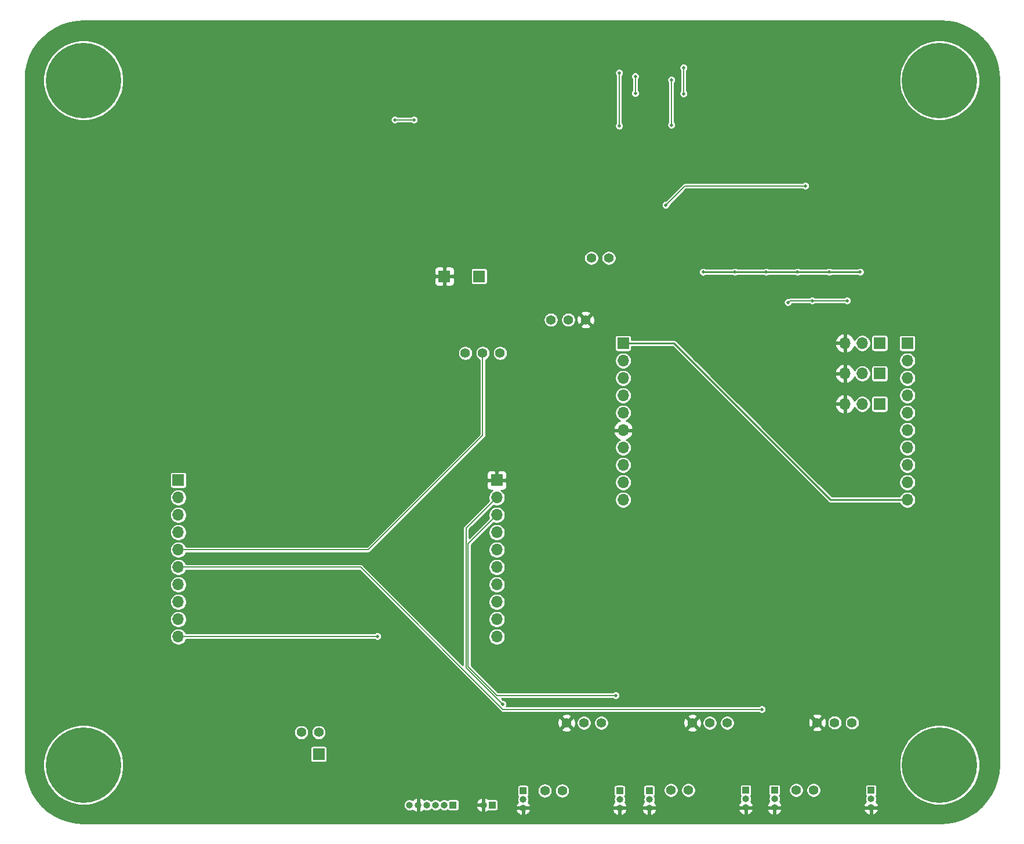
<source format=gbr>
%TF.GenerationSoftware,KiCad,Pcbnew,(5.1.10)-1*%
%TF.CreationDate,2023-07-09T15:29:33-05:00*%
%TF.ProjectId,multiplexer cell tester,6d756c74-6970-46c6-9578-65722063656c,A*%
%TF.SameCoordinates,Original*%
%TF.FileFunction,Copper,L2,Bot*%
%TF.FilePolarity,Positive*%
%FSLAX46Y46*%
G04 Gerber Fmt 4.6, Leading zero omitted, Abs format (unit mm)*
G04 Created by KiCad (PCBNEW (5.1.10)-1) date 2023-07-09 15:29:33*
%MOMM*%
%LPD*%
G01*
G04 APERTURE LIST*
%TA.AperFunction,ComponentPad*%
%ADD10C,11.000000*%
%TD*%
%TA.AperFunction,ComponentPad*%
%ADD11C,1.400000*%
%TD*%
%TA.AperFunction,ComponentPad*%
%ADD12R,1.700000X1.700000*%
%TD*%
%TA.AperFunction,ComponentPad*%
%ADD13O,1.000000X1.000000*%
%TD*%
%TA.AperFunction,ComponentPad*%
%ADD14R,1.000000X1.000000*%
%TD*%
%TA.AperFunction,ComponentPad*%
%ADD15O,1.700000X1.700000*%
%TD*%
%TA.AperFunction,ViaPad*%
%ADD16C,0.508000*%
%TD*%
%TA.AperFunction,Conductor*%
%ADD17C,0.152400*%
%TD*%
%TA.AperFunction,Conductor*%
%ADD18C,0.254000*%
%TD*%
%TA.AperFunction,Conductor*%
%ADD19C,0.100000*%
%TD*%
G04 APERTURE END LIST*
D10*
%TO.P,REF\u002A\u002A,1*%
%TO.N,N/C*%
X86360000Y-42240000D03*
%TD*%
%TO.P,REF\u002A\u002A,1*%
%TO.N,N/C*%
X211360000Y-42240000D03*
%TD*%
%TO.P,REF\u002A\u002A,1*%
%TO.N,N/C*%
X211360000Y-142240000D03*
%TD*%
%TO.P,REF\u002A\u002A,1*%
%TO.N,N/C*%
X86360000Y-142240000D03*
%TD*%
D11*
%TO.P,TP17,2*%
%TO.N,READ_VOLTAGE*%
X144665700Y-82092800D03*
%TO.P,TP17,1*%
%TO.N,Net-(C29-Pad1)*%
X147205700Y-82092800D03*
%TD*%
%TO.P,TP16,2*%
%TO.N,READ_VOLTAGE*%
X144665700Y-82092800D03*
%TO.P,TP16,1*%
%TO.N,Net-(C28-Pad1)*%
X142125700Y-82092800D03*
%TD*%
%TO.P,TP15,2*%
%TO.N,Net-(J17-Pad1)*%
X120713500Y-137477500D03*
%TO.P,TP15,1*%
%TO.N,Net-(TP15-Pad1)*%
X118173500Y-137477500D03*
%TD*%
D12*
%TO.P,J17,1*%
%TO.N,Net-(J17-Pad1)*%
X120713500Y-140652500D03*
%TD*%
D11*
%TO.P,TP14,2*%
%TO.N,GND*%
X156897100Y-136107100D03*
%TO.P,TP14,1*%
%TO.N,Net-(C50-Pad1)*%
X159437100Y-136107100D03*
%TD*%
%TO.P,TP13,2*%
%TO.N,Net-(TP13-Pad2)*%
X161977100Y-136107100D03*
%TO.P,TP13,1*%
%TO.N,Net-(C50-Pad1)*%
X159437100Y-136107100D03*
%TD*%
%TO.P,TP12,2*%
%TO.N,GND*%
X175274900Y-136107400D03*
%TO.P,TP12,1*%
%TO.N,Net-(C49-Pad1)*%
X177814900Y-136107400D03*
%TD*%
%TO.P,TP11,2*%
%TO.N,Net-(TP11-Pad2)*%
X180354900Y-136107400D03*
%TO.P,TP11,1*%
%TO.N,Net-(C49-Pad1)*%
X177814900Y-136107400D03*
%TD*%
%TO.P,TP10,2*%
%TO.N,GND*%
X193514100Y-136053600D03*
%TO.P,TP10,1*%
%TO.N,Net-(C48-Pad1)*%
X196054100Y-136053600D03*
%TD*%
%TO.P,TP9,2*%
%TO.N,Net-(TP9-Pad2)*%
X198594100Y-136053600D03*
%TO.P,TP9,1*%
%TO.N,Net-(C48-Pad1)*%
X196054100Y-136053600D03*
%TD*%
%TO.P,TP8,2*%
%TO.N,Net-(R38-Pad2)*%
X156273500Y-145986500D03*
%TO.P,TP8,1*%
%TO.N,Net-(J10-Pad1)*%
X153733500Y-145986500D03*
%TD*%
%TO.P,TP7,2*%
%TO.N,Net-(R37-Pad2)*%
X174688500Y-145923000D03*
%TO.P,TP7,1*%
%TO.N,Net-(J9-Pad1)*%
X172148500Y-145923000D03*
%TD*%
%TO.P,TP6,2*%
%TO.N,Net-(R36-Pad2)*%
X192976500Y-145923000D03*
%TO.P,TP6,1*%
%TO.N,Net-(J8-Pad1)*%
X190436500Y-145923000D03*
%TD*%
%TO.P,TP5,2*%
%TO.N,GND*%
X159702500Y-77216000D03*
%TO.P,TP5,1*%
%TO.N,Net-(C33-Pad1)*%
X157162500Y-77216000D03*
%TD*%
%TO.P,TP4,2*%
%TO.N,Net-(TP4-Pad2)*%
X154622500Y-77216000D03*
%TO.P,TP4,1*%
%TO.N,Net-(C33-Pad1)*%
X157162500Y-77216000D03*
%TD*%
D12*
%TO.P,TP3,1*%
%TO.N,GND*%
X139065000Y-70866000D03*
%TD*%
%TO.P,TP2,1*%
%TO.N,Net-(R24-Pad2)*%
X144145000Y-70866000D03*
%TD*%
D11*
%TO.P,TP1,2*%
%TO.N,Net-(R23-Pad2)*%
X160528000Y-68199000D03*
%TO.P,TP1,1*%
%TO.N,/Curve Tracer/PANEL_VOLTAGE*%
X163068000Y-68199000D03*
%TD*%
D13*
%TO.P,J16,2*%
%TO.N,GND*%
X144780000Y-148082000D03*
D14*
%TO.P,J16,1*%
%TO.N,+5V*%
X146050000Y-148082000D03*
%TD*%
D13*
%TO.P,J15,6*%
%TO.N,Net-(J15-Pad6)*%
X133985000Y-148082000D03*
%TO.P,J15,5*%
%TO.N,GND*%
X135255000Y-148082000D03*
%TO.P,J15,4*%
%TO.N,BUSY*%
X136525000Y-148082000D03*
%TO.P,J15,3*%
%TO.N,TX*%
X137795000Y-148082000D03*
%TO.P,J15,2*%
%TO.N,RX*%
X139065000Y-148082000D03*
D14*
%TO.P,J15,1*%
%TO.N,+3V3*%
X140335000Y-148082000D03*
%TD*%
D13*
%TO.P,J13,3*%
%TO.N,GND*%
X164655500Y-148526500D03*
%TO.P,J13,2*%
%TO.N,Net-(J13-Pad2)*%
X164655500Y-147256500D03*
D14*
%TO.P,J13,1*%
%TO.N,Net-(J13-Pad1)*%
X164655500Y-145986500D03*
%TD*%
D13*
%TO.P,J12,3*%
%TO.N,GND*%
X183070500Y-148463000D03*
%TO.P,J12,2*%
%TO.N,Net-(J12-Pad2)*%
X183070500Y-147193000D03*
D14*
%TO.P,J12,1*%
%TO.N,Net-(J12-Pad1)*%
X183070500Y-145923000D03*
%TD*%
D13*
%TO.P,J11,3*%
%TO.N,GND*%
X201358500Y-148463000D03*
%TO.P,J11,2*%
%TO.N,Net-(J11-Pad2)*%
X201358500Y-147193000D03*
D14*
%TO.P,J11,1*%
%TO.N,Net-(J11-Pad1)*%
X201358500Y-145923000D03*
%TD*%
D13*
%TO.P,J10,3*%
%TO.N,GND*%
X150558500Y-148526500D03*
%TO.P,J10,2*%
%TO.N,Net-(J10-Pad2)*%
X150558500Y-147256500D03*
D14*
%TO.P,J10,1*%
%TO.N,Net-(J10-Pad1)*%
X150558500Y-145986500D03*
%TD*%
D13*
%TO.P,J9,3*%
%TO.N,GND*%
X168973500Y-148522400D03*
%TO.P,J9,2*%
%TO.N,Net-(J9-Pad2)*%
X168973500Y-147252400D03*
D14*
%TO.P,J9,1*%
%TO.N,Net-(J9-Pad1)*%
X168973500Y-145982400D03*
%TD*%
D13*
%TO.P,J8,3*%
%TO.N,GND*%
X187261500Y-148463000D03*
%TO.P,J8,2*%
%TO.N,Net-(J8-Pad2)*%
X187261500Y-147193000D03*
D14*
%TO.P,J8,1*%
%TO.N,Net-(J8-Pad1)*%
X187261500Y-145923000D03*
%TD*%
D15*
%TO.P,J7,3*%
%TO.N,GND*%
X197548500Y-80632300D03*
%TO.P,J7,2*%
%TO.N,A0*%
X200088500Y-80632300D03*
D12*
%TO.P,J7,1*%
%TO.N,+3V3*%
X202628500Y-80632300D03*
%TD*%
D15*
%TO.P,J6,3*%
%TO.N,GND*%
X197548500Y-85077300D03*
%TO.P,J6,2*%
%TO.N,A1*%
X200088500Y-85077300D03*
D12*
%TO.P,J6,1*%
%TO.N,+3V3*%
X202628500Y-85077300D03*
%TD*%
D15*
%TO.P,J5,3*%
%TO.N,GND*%
X197548500Y-89522300D03*
%TO.P,J5,2*%
%TO.N,A2*%
X200088500Y-89522300D03*
D12*
%TO.P,J5,1*%
%TO.N,+3V3*%
X202628500Y-89522300D03*
%TD*%
D15*
%TO.P,J4,10*%
%TO.N,Net-(J3-Pad1)*%
X206666000Y-103501500D03*
%TO.P,J4,9*%
%TO.N,Net-(J4-Pad9)*%
X206666000Y-100961500D03*
%TO.P,J4,8*%
%TO.N,Net-(J4-Pad8)*%
X206666000Y-98421500D03*
%TO.P,J4,7*%
%TO.N,Net-(J4-Pad7)*%
X206666000Y-95881500D03*
%TO.P,J4,6*%
%TO.N,Net-(J4-Pad6)*%
X206666000Y-93341500D03*
%TO.P,J4,5*%
%TO.N,Net-(J4-Pad5)*%
X206666000Y-90801500D03*
%TO.P,J4,4*%
%TO.N,A2*%
X206666000Y-88261500D03*
%TO.P,J4,3*%
%TO.N,A1*%
X206666000Y-85721500D03*
%TO.P,J4,2*%
%TO.N,A0*%
X206666000Y-83181500D03*
D12*
%TO.P,J4,1*%
%TO.N,+3V3*%
X206666000Y-80641500D03*
%TD*%
D15*
%TO.P,J3,10*%
%TO.N,Net-(J3-Pad10)*%
X165166000Y-103501500D03*
%TO.P,J3,9*%
%TO.N,Net-(J3-Pad9)*%
X165166000Y-100961500D03*
%TO.P,J3,8*%
%TO.N,Net-(J3-Pad8)*%
X165166000Y-98421500D03*
%TO.P,J3,7*%
%TO.N,Net-(J3-Pad7)*%
X165166000Y-95881500D03*
%TO.P,J3,6*%
%TO.N,GND*%
X165166000Y-93341500D03*
%TO.P,J3,5*%
%TO.N,Net-(J3-Pad5)*%
X165166000Y-90801500D03*
%TO.P,J3,4*%
%TO.N,/Perovskite Switches/SCL*%
X165166000Y-88261500D03*
%TO.P,J3,3*%
%TO.N,/Perovskite Switches/SDA*%
X165166000Y-85721500D03*
%TO.P,J3,2*%
%TO.N,Net-(J3-Pad2)*%
X165166000Y-83181500D03*
D12*
%TO.P,J3,1*%
%TO.N,Net-(J3-Pad1)*%
X165166000Y-80641500D03*
%TD*%
D15*
%TO.P,J2,10*%
%TO.N,Net-(J2-Pad10)*%
X146718200Y-123498600D03*
%TO.P,J2,9*%
%TO.N,Net-(J2-Pad9)*%
X146718200Y-120958600D03*
%TO.P,J2,8*%
%TO.N,Net-(J2-Pad8)*%
X146718200Y-118418600D03*
%TO.P,J2,7*%
%TO.N,Net-(J2-Pad7)*%
X146718200Y-115878600D03*
%TO.P,J2,6*%
%TO.N,Net-(J2-Pad6)*%
X146718200Y-113338600D03*
%TO.P,J2,5*%
%TO.N,Net-(J2-Pad5)*%
X146718200Y-110798600D03*
%TO.P,J2,4*%
%TO.N,Net-(J2-Pad4)*%
X146718200Y-108258600D03*
%TO.P,J2,3*%
%TO.N,PANEL_2*%
X146718200Y-105718600D03*
%TO.P,J2,2*%
%TO.N,PANEL_3*%
X146718200Y-103178600D03*
D12*
%TO.P,J2,1*%
%TO.N,GND*%
X146718200Y-100638600D03*
%TD*%
D15*
%TO.P,J1,10*%
%TO.N,SDA*%
X100218200Y-123498600D03*
%TO.P,J1,9*%
%TO.N,SCL*%
X100218200Y-120958600D03*
%TO.P,J1,8*%
%TO.N,Net-(J1-Pad8)*%
X100218200Y-118418600D03*
%TO.P,J1,7*%
%TO.N,Net-(J1-Pad7)*%
X100218200Y-115878600D03*
%TO.P,J1,6*%
%TO.N,PANEL_1*%
X100218200Y-113338600D03*
%TO.P,J1,5*%
%TO.N,READ_VOLTAGE*%
X100218200Y-110798600D03*
%TO.P,J1,4*%
%TO.N,TX*%
X100218200Y-108258600D03*
%TO.P,J1,3*%
%TO.N,RX*%
X100218200Y-105718600D03*
%TO.P,J1,2*%
%TO.N,READ_CURRENT*%
X100218200Y-103178600D03*
D12*
%TO.P,J1,1*%
%TO.N,Net-(FB1-Pad2)*%
X100218200Y-100638600D03*
%TD*%
D16*
%TO.N,GND*%
X111252000Y-66802000D03*
X114808000Y-66802000D03*
X118364000Y-66802000D03*
X121920000Y-66802000D03*
X125476000Y-66802000D03*
X129032000Y-66802000D03*
X132588000Y-66802000D03*
X136144000Y-66802000D03*
X108458000Y-68199000D03*
X108966000Y-60452000D03*
X112522000Y-60452000D03*
X116078000Y-60452000D03*
X119507000Y-60452000D03*
X123190000Y-60452000D03*
X126619000Y-60452000D03*
X130302000Y-60452000D03*
X133858000Y-60452000D03*
X121158000Y-47879000D03*
X123698000Y-47879000D03*
X115951000Y-52578000D03*
X127508000Y-55753000D03*
X129921000Y-53721000D03*
X129159000Y-49149000D03*
X146685000Y-73533000D03*
X148336000Y-72898000D03*
X151765000Y-75565000D03*
X145288000Y-78740000D03*
X148336000Y-80010000D03*
X137160000Y-80010000D03*
X137160000Y-75565000D03*
X158115000Y-83185000D03*
X155575000Y-83693000D03*
X162687000Y-76073000D03*
X159639000Y-75184000D03*
X158623000Y-73279000D03*
X154178000Y-70231000D03*
X163703000Y-70485000D03*
X170180000Y-144018000D03*
X171069000Y-138811000D03*
X175260000Y-138430000D03*
X176276000Y-140335000D03*
X180848000Y-143510000D03*
X193548000Y-138303000D03*
X194691000Y-140335000D03*
X189611000Y-138811000D03*
X188595000Y-144018000D03*
X199009000Y-143510000D03*
X156845000Y-138430000D03*
X157988000Y-140335000D03*
X152908000Y-138811000D03*
X151765000Y-144145000D03*
X162560000Y-143637000D03*
X123825000Y-148717000D03*
X124587000Y-143002000D03*
X112776000Y-141097000D03*
X112014000Y-137160000D03*
X141478000Y-144018000D03*
X207645000Y-76454000D03*
X202755500Y-72326500D03*
X198183500Y-72326500D03*
X193611500Y-72326500D03*
X189039500Y-72326500D03*
X184404000Y-72326500D03*
X179895500Y-72326500D03*
X175323500Y-72326500D03*
X170688000Y-68770500D03*
X176911000Y-65913000D03*
X181483000Y-65913000D03*
X186055000Y-65913000D03*
X190627000Y-65913000D03*
X195199000Y-65913000D03*
X199771000Y-65913000D03*
X167767000Y-65976500D03*
X172339000Y-65913000D03*
X170688000Y-45720000D03*
X165862000Y-44196000D03*
X170942000Y-50292000D03*
X168656000Y-61214000D03*
X187452000Y-48006000D03*
X173990000Y-64516000D03*
X174498000Y-69088000D03*
%TO.N,+3V3*%
X131826000Y-48006000D03*
X134620000Y-48006000D03*
X173990000Y-44196000D03*
X173990000Y-40386000D03*
X192786000Y-74422000D03*
X189230000Y-74676000D03*
X197866000Y-74422000D03*
%TO.N,PANEL_1*%
X185420000Y-134112000D03*
%TO.N,PANEL_2*%
X164084000Y-132080000D03*
%TO.N,PANEL_3*%
X147574000Y-133350000D03*
%TO.N,SDA*%
X129286000Y-123444000D03*
%TO.N,RESET_PANEL_SWITCH*%
X172212000Y-48768000D03*
X172212000Y-42164000D03*
%TO.N,REVERSE_BIAS*%
X171386500Y-60452000D03*
X191770000Y-57658000D03*
%TO.N,10-19_CLOCK*%
X164592000Y-48895000D03*
X164592000Y-41148000D03*
%TO.N,ENABLE_PANEL_SWITCH*%
X166941500Y-44132500D03*
X166941500Y-41656000D03*
%TO.N,Net-(R8-Pad2)*%
X176847500Y-70231000D03*
X199771000Y-70231000D03*
X195262500Y-70231000D03*
X190627000Y-70231000D03*
X186055000Y-70231000D03*
X181483000Y-70231000D03*
%TD*%
D17*
%TO.N,+3V3*%
X131826000Y-48006000D02*
X134620000Y-48006000D01*
X173990000Y-44196000D02*
X173990000Y-40386000D01*
X189483999Y-74422001D02*
X189230000Y-74676000D01*
X192786000Y-74422000D02*
X189483999Y-74422001D01*
X197866000Y-74422000D02*
X192786000Y-74422000D01*
%TO.N,READ_VOLTAGE*%
X144665700Y-82092800D02*
X144665700Y-94094300D01*
X127961400Y-110798600D02*
X100218200Y-110798600D01*
X144665700Y-94094300D02*
X127961400Y-110798600D01*
%TO.N,PANEL_1*%
X126848350Y-113338600D02*
X147621750Y-134112000D01*
X100218200Y-113338600D02*
X126848350Y-113338600D01*
X147621750Y-134112000D02*
X185420000Y-134112000D01*
%TO.N,PANEL_2*%
X146718200Y-105718600D02*
X142544810Y-109891990D01*
X142544810Y-109891990D02*
X142544810Y-127889744D01*
X146735066Y-132080000D02*
X164084000Y-132080000D01*
X142544810Y-127889744D02*
X146735066Y-132080000D01*
%TO.N,PANEL_3*%
X147574000Y-133350000D02*
X142240000Y-128016000D01*
X142240000Y-107656800D02*
X146718200Y-103178600D01*
X142240000Y-128016000D02*
X142240000Y-107656800D01*
%TO.N,SDA*%
X100272800Y-123444000D02*
X100218200Y-123498600D01*
X129286000Y-123444000D02*
X100272800Y-123444000D01*
D18*
%TO.N,Net-(J3-Pad1)*%
X206666000Y-103501500D02*
X195449500Y-103501500D01*
X172589500Y-80641500D02*
X165166000Y-80641500D01*
X195449500Y-103501500D02*
X172589500Y-80641500D01*
D17*
%TO.N,RESET_PANEL_SWITCH*%
X172212000Y-42164000D02*
X172212000Y-48768000D01*
%TO.N,REVERSE_BIAS*%
X174180500Y-57658000D02*
X171386500Y-60452000D01*
X191770000Y-57658000D02*
X174180500Y-57658000D01*
%TO.N,10-19_CLOCK*%
X164592000Y-41148000D02*
X164592000Y-48895000D01*
%TO.N,ENABLE_PANEL_SWITCH*%
X166941500Y-41656000D02*
X166941500Y-44132500D01*
D18*
%TO.N,Net-(R8-Pad2)*%
X195262500Y-70231000D02*
X199771000Y-70231000D01*
X190627000Y-70231000D02*
X195262500Y-70231000D01*
X186055000Y-70231000D02*
X190627000Y-70231000D01*
X181483000Y-70231000D02*
X186055000Y-70231000D01*
X176847500Y-70231000D02*
X181483000Y-70231000D01*
%TD*%
%TO.N,GND*%
X212681942Y-33631414D02*
X213784181Y-33853663D01*
X214847331Y-34219736D01*
X215852737Y-34723205D01*
X216782722Y-35355221D01*
X217620947Y-36104682D01*
X218352692Y-36958424D01*
X218965088Y-37901432D01*
X219447391Y-38917159D01*
X219791123Y-39987757D01*
X219990616Y-41096494D01*
X220044001Y-42051360D01*
X220044000Y-142226537D01*
X219968586Y-143361944D01*
X219746338Y-144464177D01*
X219380264Y-145527332D01*
X218876795Y-146532737D01*
X218244779Y-147462721D01*
X217495318Y-148300947D01*
X216641580Y-149032690D01*
X215698568Y-149645088D01*
X214682837Y-150127393D01*
X213612244Y-150471122D01*
X212503506Y-150670616D01*
X211548659Y-150724000D01*
X86373463Y-150724000D01*
X85238056Y-150648586D01*
X84135823Y-150426338D01*
X83072668Y-150060264D01*
X82067263Y-149556795D01*
X81137279Y-148924779D01*
X80299053Y-148175318D01*
X79567310Y-147321580D01*
X78954912Y-146378568D01*
X78472607Y-145362837D01*
X78128878Y-144292244D01*
X77929384Y-143183506D01*
X77876000Y-142228659D01*
X77876000Y-141660772D01*
X80479000Y-141660772D01*
X80479000Y-142819228D01*
X80705003Y-143955425D01*
X81148325Y-145025698D01*
X81791929Y-145988919D01*
X82611081Y-146808071D01*
X83574302Y-147451675D01*
X84644575Y-147894997D01*
X85780772Y-148121000D01*
X86939228Y-148121000D01*
X87571523Y-147995229D01*
X133104000Y-147995229D01*
X133104000Y-148168771D01*
X133137856Y-148338978D01*
X133204268Y-148499310D01*
X133300682Y-148643605D01*
X133423395Y-148766318D01*
X133567690Y-148862732D01*
X133728022Y-148929144D01*
X133898229Y-148963000D01*
X134071771Y-148963000D01*
X134241978Y-148929144D01*
X134402310Y-148862732D01*
X134424569Y-148847859D01*
X134512980Y-148940865D01*
X134694794Y-149069123D01*
X134898136Y-149159446D01*
X134953126Y-149176119D01*
X135128000Y-149049954D01*
X135128000Y-148209000D01*
X135108000Y-148209000D01*
X135108000Y-147955000D01*
X135128000Y-147955000D01*
X135128000Y-147114046D01*
X135382000Y-147114046D01*
X135382000Y-147955000D01*
X135402000Y-147955000D01*
X135402000Y-148209000D01*
X135382000Y-148209000D01*
X135382000Y-149049954D01*
X135556874Y-149176119D01*
X135611864Y-149159446D01*
X135815206Y-149069123D01*
X135997020Y-148940865D01*
X136085431Y-148847859D01*
X136107690Y-148862732D01*
X136268022Y-148929144D01*
X136438229Y-148963000D01*
X136611771Y-148963000D01*
X136781978Y-148929144D01*
X136942310Y-148862732D01*
X137086605Y-148766318D01*
X137160000Y-148692923D01*
X137233395Y-148766318D01*
X137377690Y-148862732D01*
X137538022Y-148929144D01*
X137708229Y-148963000D01*
X137881771Y-148963000D01*
X138051978Y-148929144D01*
X138212310Y-148862732D01*
X138356605Y-148766318D01*
X138430000Y-148692923D01*
X138503395Y-148766318D01*
X138647690Y-148862732D01*
X138808022Y-148929144D01*
X138978229Y-148963000D01*
X139151771Y-148963000D01*
X139321978Y-148929144D01*
X139482310Y-148862732D01*
X139540568Y-148823806D01*
X139564289Y-148852711D01*
X139622304Y-148900322D01*
X139688492Y-148935701D01*
X139760311Y-148957487D01*
X139835000Y-148964843D01*
X140835000Y-148964843D01*
X140909689Y-148957487D01*
X140981508Y-148935701D01*
X141047696Y-148900322D01*
X141105711Y-148852711D01*
X141153322Y-148794696D01*
X141188701Y-148728508D01*
X141210487Y-148656689D01*
X141217843Y-148582000D01*
X141217843Y-148383876D01*
X143685874Y-148383876D01*
X143765790Y-148591529D01*
X143884682Y-148779601D01*
X144037980Y-148940865D01*
X144219794Y-149069123D01*
X144423136Y-149159446D01*
X144478126Y-149176119D01*
X144653000Y-149049954D01*
X144653000Y-148209000D01*
X143810871Y-148209000D01*
X143685874Y-148383876D01*
X141217843Y-148383876D01*
X141217843Y-147780124D01*
X143685874Y-147780124D01*
X143810871Y-147955000D01*
X144653000Y-147955000D01*
X144653000Y-147114046D01*
X144907000Y-147114046D01*
X144907000Y-147955000D01*
X144927000Y-147955000D01*
X144927000Y-148209000D01*
X144907000Y-148209000D01*
X144907000Y-149049954D01*
X145081874Y-149176119D01*
X145136864Y-149159446D01*
X145340206Y-149069123D01*
X145495622Y-148959487D01*
X145550000Y-148964843D01*
X146550000Y-148964843D01*
X146624689Y-148957487D01*
X146696508Y-148935701D01*
X146762696Y-148900322D01*
X146820711Y-148852711D01*
X146840683Y-148828374D01*
X149464381Y-148828374D01*
X149481054Y-148883364D01*
X149571377Y-149086706D01*
X149699635Y-149268520D01*
X149860899Y-149421818D01*
X150048971Y-149540710D01*
X150256624Y-149620626D01*
X150431500Y-149495629D01*
X150431500Y-148653500D01*
X150685500Y-148653500D01*
X150685500Y-149495629D01*
X150860376Y-149620626D01*
X151068029Y-149540710D01*
X151256101Y-149421818D01*
X151417365Y-149268520D01*
X151545623Y-149086706D01*
X151635946Y-148883364D01*
X151652619Y-148828374D01*
X163561381Y-148828374D01*
X163578054Y-148883364D01*
X163668377Y-149086706D01*
X163796635Y-149268520D01*
X163957899Y-149421818D01*
X164145971Y-149540710D01*
X164353624Y-149620626D01*
X164528500Y-149495629D01*
X164528500Y-148653500D01*
X164782500Y-148653500D01*
X164782500Y-149495629D01*
X164957376Y-149620626D01*
X165165029Y-149540710D01*
X165353101Y-149421818D01*
X165514365Y-149268520D01*
X165642623Y-149086706D01*
X165732946Y-148883364D01*
X165749619Y-148828374D01*
X165746662Y-148824274D01*
X167879381Y-148824274D01*
X167896054Y-148879264D01*
X167986377Y-149082606D01*
X168114635Y-149264420D01*
X168275899Y-149417718D01*
X168463971Y-149536610D01*
X168671624Y-149616526D01*
X168846500Y-149491529D01*
X168846500Y-148649400D01*
X169100500Y-148649400D01*
X169100500Y-149491529D01*
X169275376Y-149616526D01*
X169483029Y-149536610D01*
X169671101Y-149417718D01*
X169832365Y-149264420D01*
X169960623Y-149082606D01*
X170050946Y-148879264D01*
X170067619Y-148824274D01*
X170024765Y-148764874D01*
X181976381Y-148764874D01*
X181993054Y-148819864D01*
X182083377Y-149023206D01*
X182211635Y-149205020D01*
X182372899Y-149358318D01*
X182560971Y-149477210D01*
X182768624Y-149557126D01*
X182943500Y-149432129D01*
X182943500Y-148590000D01*
X183197500Y-148590000D01*
X183197500Y-149432129D01*
X183372376Y-149557126D01*
X183580029Y-149477210D01*
X183768101Y-149358318D01*
X183929365Y-149205020D01*
X184057623Y-149023206D01*
X184147946Y-148819864D01*
X184164619Y-148764874D01*
X186167381Y-148764874D01*
X186184054Y-148819864D01*
X186274377Y-149023206D01*
X186402635Y-149205020D01*
X186563899Y-149358318D01*
X186751971Y-149477210D01*
X186959624Y-149557126D01*
X187134500Y-149432129D01*
X187134500Y-148590000D01*
X187388500Y-148590000D01*
X187388500Y-149432129D01*
X187563376Y-149557126D01*
X187771029Y-149477210D01*
X187959101Y-149358318D01*
X188120365Y-149205020D01*
X188248623Y-149023206D01*
X188338946Y-148819864D01*
X188355619Y-148764874D01*
X200264381Y-148764874D01*
X200281054Y-148819864D01*
X200371377Y-149023206D01*
X200499635Y-149205020D01*
X200660899Y-149358318D01*
X200848971Y-149477210D01*
X201056624Y-149557126D01*
X201231500Y-149432129D01*
X201231500Y-148590000D01*
X201485500Y-148590000D01*
X201485500Y-149432129D01*
X201660376Y-149557126D01*
X201868029Y-149477210D01*
X202056101Y-149358318D01*
X202217365Y-149205020D01*
X202345623Y-149023206D01*
X202435946Y-148819864D01*
X202452619Y-148764874D01*
X202326454Y-148590000D01*
X201485500Y-148590000D01*
X201231500Y-148590000D01*
X200390546Y-148590000D01*
X200264381Y-148764874D01*
X188355619Y-148764874D01*
X188229454Y-148590000D01*
X187388500Y-148590000D01*
X187134500Y-148590000D01*
X186293546Y-148590000D01*
X186167381Y-148764874D01*
X184164619Y-148764874D01*
X184038454Y-148590000D01*
X183197500Y-148590000D01*
X182943500Y-148590000D01*
X182102546Y-148590000D01*
X181976381Y-148764874D01*
X170024765Y-148764874D01*
X169941454Y-148649400D01*
X169100500Y-148649400D01*
X168846500Y-148649400D01*
X168005546Y-148649400D01*
X167879381Y-148824274D01*
X165746662Y-148824274D01*
X165623454Y-148653500D01*
X164782500Y-148653500D01*
X164528500Y-148653500D01*
X163687546Y-148653500D01*
X163561381Y-148828374D01*
X151652619Y-148828374D01*
X151526454Y-148653500D01*
X150685500Y-148653500D01*
X150431500Y-148653500D01*
X149590546Y-148653500D01*
X149464381Y-148828374D01*
X146840683Y-148828374D01*
X146868322Y-148794696D01*
X146903701Y-148728508D01*
X146925487Y-148656689D01*
X146932843Y-148582000D01*
X146932843Y-148224626D01*
X149464381Y-148224626D01*
X149590546Y-148399500D01*
X150431500Y-148399500D01*
X150431500Y-148379500D01*
X150685500Y-148379500D01*
X150685500Y-148399500D01*
X151526454Y-148399500D01*
X151652619Y-148224626D01*
X163561381Y-148224626D01*
X163687546Y-148399500D01*
X164528500Y-148399500D01*
X164528500Y-148379500D01*
X164782500Y-148379500D01*
X164782500Y-148399500D01*
X165623454Y-148399500D01*
X165749619Y-148224626D01*
X165748376Y-148220526D01*
X167879381Y-148220526D01*
X168005546Y-148395400D01*
X168846500Y-148395400D01*
X168846500Y-148375400D01*
X169100500Y-148375400D01*
X169100500Y-148395400D01*
X169941454Y-148395400D01*
X170067619Y-148220526D01*
X170050946Y-148165536D01*
X170048988Y-148161126D01*
X181976381Y-148161126D01*
X182102546Y-148336000D01*
X182943500Y-148336000D01*
X182943500Y-148316000D01*
X183197500Y-148316000D01*
X183197500Y-148336000D01*
X184038454Y-148336000D01*
X184164619Y-148161126D01*
X186167381Y-148161126D01*
X186293546Y-148336000D01*
X187134500Y-148336000D01*
X187134500Y-148316000D01*
X187388500Y-148316000D01*
X187388500Y-148336000D01*
X188229454Y-148336000D01*
X188355619Y-148161126D01*
X200264381Y-148161126D01*
X200390546Y-148336000D01*
X201231500Y-148336000D01*
X201231500Y-148316000D01*
X201485500Y-148316000D01*
X201485500Y-148336000D01*
X202326454Y-148336000D01*
X202452619Y-148161126D01*
X202435946Y-148106136D01*
X202345623Y-147902794D01*
X202217365Y-147720980D01*
X202124359Y-147632569D01*
X202139232Y-147610310D01*
X202205644Y-147449978D01*
X202239500Y-147279771D01*
X202239500Y-147106229D01*
X202205644Y-146936022D01*
X202139232Y-146775690D01*
X202100306Y-146717432D01*
X202129211Y-146693711D01*
X202176822Y-146635696D01*
X202212201Y-146569508D01*
X202233987Y-146497689D01*
X202241343Y-146423000D01*
X202241343Y-145423000D01*
X202233987Y-145348311D01*
X202212201Y-145276492D01*
X202176822Y-145210304D01*
X202129211Y-145152289D01*
X202071196Y-145104678D01*
X202005008Y-145069299D01*
X201933189Y-145047513D01*
X201858500Y-145040157D01*
X200858500Y-145040157D01*
X200783811Y-145047513D01*
X200711992Y-145069299D01*
X200645804Y-145104678D01*
X200587789Y-145152289D01*
X200540178Y-145210304D01*
X200504799Y-145276492D01*
X200483013Y-145348311D01*
X200475657Y-145423000D01*
X200475657Y-146423000D01*
X200483013Y-146497689D01*
X200504799Y-146569508D01*
X200540178Y-146635696D01*
X200587789Y-146693711D01*
X200616694Y-146717432D01*
X200577768Y-146775690D01*
X200511356Y-146936022D01*
X200477500Y-147106229D01*
X200477500Y-147279771D01*
X200511356Y-147449978D01*
X200577768Y-147610310D01*
X200592641Y-147632569D01*
X200499635Y-147720980D01*
X200371377Y-147902794D01*
X200281054Y-148106136D01*
X200264381Y-148161126D01*
X188355619Y-148161126D01*
X188338946Y-148106136D01*
X188248623Y-147902794D01*
X188120365Y-147720980D01*
X188027359Y-147632569D01*
X188042232Y-147610310D01*
X188108644Y-147449978D01*
X188142500Y-147279771D01*
X188142500Y-147106229D01*
X188108644Y-146936022D01*
X188042232Y-146775690D01*
X188003306Y-146717432D01*
X188032211Y-146693711D01*
X188079822Y-146635696D01*
X188115201Y-146569508D01*
X188136987Y-146497689D01*
X188144343Y-146423000D01*
X188144343Y-145816531D01*
X189355500Y-145816531D01*
X189355500Y-146029469D01*
X189397043Y-146238316D01*
X189478531Y-146435045D01*
X189596833Y-146612097D01*
X189747403Y-146762667D01*
X189924455Y-146880969D01*
X190121184Y-146962457D01*
X190330031Y-147004000D01*
X190542969Y-147004000D01*
X190751816Y-146962457D01*
X190948545Y-146880969D01*
X191125597Y-146762667D01*
X191276167Y-146612097D01*
X191394469Y-146435045D01*
X191475957Y-146238316D01*
X191517500Y-146029469D01*
X191517500Y-145816531D01*
X191895500Y-145816531D01*
X191895500Y-146029469D01*
X191937043Y-146238316D01*
X192018531Y-146435045D01*
X192136833Y-146612097D01*
X192287403Y-146762667D01*
X192464455Y-146880969D01*
X192661184Y-146962457D01*
X192870031Y-147004000D01*
X193082969Y-147004000D01*
X193291816Y-146962457D01*
X193488545Y-146880969D01*
X193665597Y-146762667D01*
X193816167Y-146612097D01*
X193934469Y-146435045D01*
X194015957Y-146238316D01*
X194057500Y-146029469D01*
X194057500Y-145816531D01*
X194015957Y-145607684D01*
X193934469Y-145410955D01*
X193816167Y-145233903D01*
X193665597Y-145083333D01*
X193488545Y-144965031D01*
X193291816Y-144883543D01*
X193082969Y-144842000D01*
X192870031Y-144842000D01*
X192661184Y-144883543D01*
X192464455Y-144965031D01*
X192287403Y-145083333D01*
X192136833Y-145233903D01*
X192018531Y-145410955D01*
X191937043Y-145607684D01*
X191895500Y-145816531D01*
X191517500Y-145816531D01*
X191475957Y-145607684D01*
X191394469Y-145410955D01*
X191276167Y-145233903D01*
X191125597Y-145083333D01*
X190948545Y-144965031D01*
X190751816Y-144883543D01*
X190542969Y-144842000D01*
X190330031Y-144842000D01*
X190121184Y-144883543D01*
X189924455Y-144965031D01*
X189747403Y-145083333D01*
X189596833Y-145233903D01*
X189478531Y-145410955D01*
X189397043Y-145607684D01*
X189355500Y-145816531D01*
X188144343Y-145816531D01*
X188144343Y-145423000D01*
X188136987Y-145348311D01*
X188115201Y-145276492D01*
X188079822Y-145210304D01*
X188032211Y-145152289D01*
X187974196Y-145104678D01*
X187908008Y-145069299D01*
X187836189Y-145047513D01*
X187761500Y-145040157D01*
X186761500Y-145040157D01*
X186686811Y-145047513D01*
X186614992Y-145069299D01*
X186548804Y-145104678D01*
X186490789Y-145152289D01*
X186443178Y-145210304D01*
X186407799Y-145276492D01*
X186386013Y-145348311D01*
X186378657Y-145423000D01*
X186378657Y-146423000D01*
X186386013Y-146497689D01*
X186407799Y-146569508D01*
X186443178Y-146635696D01*
X186490789Y-146693711D01*
X186519694Y-146717432D01*
X186480768Y-146775690D01*
X186414356Y-146936022D01*
X186380500Y-147106229D01*
X186380500Y-147279771D01*
X186414356Y-147449978D01*
X186480768Y-147610310D01*
X186495641Y-147632569D01*
X186402635Y-147720980D01*
X186274377Y-147902794D01*
X186184054Y-148106136D01*
X186167381Y-148161126D01*
X184164619Y-148161126D01*
X184147946Y-148106136D01*
X184057623Y-147902794D01*
X183929365Y-147720980D01*
X183836359Y-147632569D01*
X183851232Y-147610310D01*
X183917644Y-147449978D01*
X183951500Y-147279771D01*
X183951500Y-147106229D01*
X183917644Y-146936022D01*
X183851232Y-146775690D01*
X183812306Y-146717432D01*
X183841211Y-146693711D01*
X183888822Y-146635696D01*
X183924201Y-146569508D01*
X183945987Y-146497689D01*
X183953343Y-146423000D01*
X183953343Y-145423000D01*
X183945987Y-145348311D01*
X183924201Y-145276492D01*
X183888822Y-145210304D01*
X183841211Y-145152289D01*
X183783196Y-145104678D01*
X183717008Y-145069299D01*
X183645189Y-145047513D01*
X183570500Y-145040157D01*
X182570500Y-145040157D01*
X182495811Y-145047513D01*
X182423992Y-145069299D01*
X182357804Y-145104678D01*
X182299789Y-145152289D01*
X182252178Y-145210304D01*
X182216799Y-145276492D01*
X182195013Y-145348311D01*
X182187657Y-145423000D01*
X182187657Y-146423000D01*
X182195013Y-146497689D01*
X182216799Y-146569508D01*
X182252178Y-146635696D01*
X182299789Y-146693711D01*
X182328694Y-146717432D01*
X182289768Y-146775690D01*
X182223356Y-146936022D01*
X182189500Y-147106229D01*
X182189500Y-147279771D01*
X182223356Y-147449978D01*
X182289768Y-147610310D01*
X182304641Y-147632569D01*
X182211635Y-147720980D01*
X182083377Y-147902794D01*
X181993054Y-148106136D01*
X181976381Y-148161126D01*
X170048988Y-148161126D01*
X169960623Y-147962194D01*
X169832365Y-147780380D01*
X169739359Y-147691969D01*
X169754232Y-147669710D01*
X169820644Y-147509378D01*
X169854500Y-147339171D01*
X169854500Y-147165629D01*
X169820644Y-146995422D01*
X169754232Y-146835090D01*
X169715306Y-146776832D01*
X169744211Y-146753111D01*
X169791822Y-146695096D01*
X169827201Y-146628908D01*
X169848987Y-146557089D01*
X169856343Y-146482400D01*
X169856343Y-145816531D01*
X171067500Y-145816531D01*
X171067500Y-146029469D01*
X171109043Y-146238316D01*
X171190531Y-146435045D01*
X171308833Y-146612097D01*
X171459403Y-146762667D01*
X171636455Y-146880969D01*
X171833184Y-146962457D01*
X172042031Y-147004000D01*
X172254969Y-147004000D01*
X172463816Y-146962457D01*
X172660545Y-146880969D01*
X172837597Y-146762667D01*
X172988167Y-146612097D01*
X173106469Y-146435045D01*
X173187957Y-146238316D01*
X173229500Y-146029469D01*
X173229500Y-145816531D01*
X173607500Y-145816531D01*
X173607500Y-146029469D01*
X173649043Y-146238316D01*
X173730531Y-146435045D01*
X173848833Y-146612097D01*
X173999403Y-146762667D01*
X174176455Y-146880969D01*
X174373184Y-146962457D01*
X174582031Y-147004000D01*
X174794969Y-147004000D01*
X175003816Y-146962457D01*
X175200545Y-146880969D01*
X175377597Y-146762667D01*
X175528167Y-146612097D01*
X175646469Y-146435045D01*
X175727957Y-146238316D01*
X175769500Y-146029469D01*
X175769500Y-145816531D01*
X175727957Y-145607684D01*
X175646469Y-145410955D01*
X175528167Y-145233903D01*
X175377597Y-145083333D01*
X175200545Y-144965031D01*
X175003816Y-144883543D01*
X174794969Y-144842000D01*
X174582031Y-144842000D01*
X174373184Y-144883543D01*
X174176455Y-144965031D01*
X173999403Y-145083333D01*
X173848833Y-145233903D01*
X173730531Y-145410955D01*
X173649043Y-145607684D01*
X173607500Y-145816531D01*
X173229500Y-145816531D01*
X173187957Y-145607684D01*
X173106469Y-145410955D01*
X172988167Y-145233903D01*
X172837597Y-145083333D01*
X172660545Y-144965031D01*
X172463816Y-144883543D01*
X172254969Y-144842000D01*
X172042031Y-144842000D01*
X171833184Y-144883543D01*
X171636455Y-144965031D01*
X171459403Y-145083333D01*
X171308833Y-145233903D01*
X171190531Y-145410955D01*
X171109043Y-145607684D01*
X171067500Y-145816531D01*
X169856343Y-145816531D01*
X169856343Y-145482400D01*
X169848987Y-145407711D01*
X169827201Y-145335892D01*
X169791822Y-145269704D01*
X169744211Y-145211689D01*
X169686196Y-145164078D01*
X169620008Y-145128699D01*
X169548189Y-145106913D01*
X169473500Y-145099557D01*
X168473500Y-145099557D01*
X168398811Y-145106913D01*
X168326992Y-145128699D01*
X168260804Y-145164078D01*
X168202789Y-145211689D01*
X168155178Y-145269704D01*
X168119799Y-145335892D01*
X168098013Y-145407711D01*
X168090657Y-145482400D01*
X168090657Y-146482400D01*
X168098013Y-146557089D01*
X168119799Y-146628908D01*
X168155178Y-146695096D01*
X168202789Y-146753111D01*
X168231694Y-146776832D01*
X168192768Y-146835090D01*
X168126356Y-146995422D01*
X168092500Y-147165629D01*
X168092500Y-147339171D01*
X168126356Y-147509378D01*
X168192768Y-147669710D01*
X168207641Y-147691969D01*
X168114635Y-147780380D01*
X167986377Y-147962194D01*
X167896054Y-148165536D01*
X167879381Y-148220526D01*
X165748376Y-148220526D01*
X165732946Y-148169636D01*
X165642623Y-147966294D01*
X165514365Y-147784480D01*
X165421359Y-147696069D01*
X165436232Y-147673810D01*
X165502644Y-147513478D01*
X165536500Y-147343271D01*
X165536500Y-147169729D01*
X165502644Y-146999522D01*
X165436232Y-146839190D01*
X165397306Y-146780932D01*
X165426211Y-146757211D01*
X165473822Y-146699196D01*
X165509201Y-146633008D01*
X165530987Y-146561189D01*
X165538343Y-146486500D01*
X165538343Y-145486500D01*
X165530987Y-145411811D01*
X165509201Y-145339992D01*
X165473822Y-145273804D01*
X165426211Y-145215789D01*
X165368196Y-145168178D01*
X165302008Y-145132799D01*
X165230189Y-145111013D01*
X165155500Y-145103657D01*
X164155500Y-145103657D01*
X164080811Y-145111013D01*
X164008992Y-145132799D01*
X163942804Y-145168178D01*
X163884789Y-145215789D01*
X163837178Y-145273804D01*
X163801799Y-145339992D01*
X163780013Y-145411811D01*
X163772657Y-145486500D01*
X163772657Y-146486500D01*
X163780013Y-146561189D01*
X163801799Y-146633008D01*
X163837178Y-146699196D01*
X163884789Y-146757211D01*
X163913694Y-146780932D01*
X163874768Y-146839190D01*
X163808356Y-146999522D01*
X163774500Y-147169729D01*
X163774500Y-147343271D01*
X163808356Y-147513478D01*
X163874768Y-147673810D01*
X163889641Y-147696069D01*
X163796635Y-147784480D01*
X163668377Y-147966294D01*
X163578054Y-148169636D01*
X163561381Y-148224626D01*
X151652619Y-148224626D01*
X151635946Y-148169636D01*
X151545623Y-147966294D01*
X151417365Y-147784480D01*
X151324359Y-147696069D01*
X151339232Y-147673810D01*
X151405644Y-147513478D01*
X151439500Y-147343271D01*
X151439500Y-147169729D01*
X151405644Y-146999522D01*
X151339232Y-146839190D01*
X151300306Y-146780932D01*
X151329211Y-146757211D01*
X151376822Y-146699196D01*
X151412201Y-146633008D01*
X151433987Y-146561189D01*
X151441343Y-146486500D01*
X151441343Y-145880031D01*
X152652500Y-145880031D01*
X152652500Y-146092969D01*
X152694043Y-146301816D01*
X152775531Y-146498545D01*
X152893833Y-146675597D01*
X153044403Y-146826167D01*
X153221455Y-146944469D01*
X153418184Y-147025957D01*
X153627031Y-147067500D01*
X153839969Y-147067500D01*
X154048816Y-147025957D01*
X154245545Y-146944469D01*
X154422597Y-146826167D01*
X154573167Y-146675597D01*
X154691469Y-146498545D01*
X154772957Y-146301816D01*
X154814500Y-146092969D01*
X154814500Y-145880031D01*
X155192500Y-145880031D01*
X155192500Y-146092969D01*
X155234043Y-146301816D01*
X155315531Y-146498545D01*
X155433833Y-146675597D01*
X155584403Y-146826167D01*
X155761455Y-146944469D01*
X155958184Y-147025957D01*
X156167031Y-147067500D01*
X156379969Y-147067500D01*
X156588816Y-147025957D01*
X156785545Y-146944469D01*
X156962597Y-146826167D01*
X157113167Y-146675597D01*
X157231469Y-146498545D01*
X157312957Y-146301816D01*
X157354500Y-146092969D01*
X157354500Y-145880031D01*
X157312957Y-145671184D01*
X157231469Y-145474455D01*
X157113167Y-145297403D01*
X156962597Y-145146833D01*
X156785545Y-145028531D01*
X156588816Y-144947043D01*
X156379969Y-144905500D01*
X156167031Y-144905500D01*
X155958184Y-144947043D01*
X155761455Y-145028531D01*
X155584403Y-145146833D01*
X155433833Y-145297403D01*
X155315531Y-145474455D01*
X155234043Y-145671184D01*
X155192500Y-145880031D01*
X154814500Y-145880031D01*
X154772957Y-145671184D01*
X154691469Y-145474455D01*
X154573167Y-145297403D01*
X154422597Y-145146833D01*
X154245545Y-145028531D01*
X154048816Y-144947043D01*
X153839969Y-144905500D01*
X153627031Y-144905500D01*
X153418184Y-144947043D01*
X153221455Y-145028531D01*
X153044403Y-145146833D01*
X152893833Y-145297403D01*
X152775531Y-145474455D01*
X152694043Y-145671184D01*
X152652500Y-145880031D01*
X151441343Y-145880031D01*
X151441343Y-145486500D01*
X151433987Y-145411811D01*
X151412201Y-145339992D01*
X151376822Y-145273804D01*
X151329211Y-145215789D01*
X151271196Y-145168178D01*
X151205008Y-145132799D01*
X151133189Y-145111013D01*
X151058500Y-145103657D01*
X150058500Y-145103657D01*
X149983811Y-145111013D01*
X149911992Y-145132799D01*
X149845804Y-145168178D01*
X149787789Y-145215789D01*
X149740178Y-145273804D01*
X149704799Y-145339992D01*
X149683013Y-145411811D01*
X149675657Y-145486500D01*
X149675657Y-146486500D01*
X149683013Y-146561189D01*
X149704799Y-146633008D01*
X149740178Y-146699196D01*
X149787789Y-146757211D01*
X149816694Y-146780932D01*
X149777768Y-146839190D01*
X149711356Y-146999522D01*
X149677500Y-147169729D01*
X149677500Y-147343271D01*
X149711356Y-147513478D01*
X149777768Y-147673810D01*
X149792641Y-147696069D01*
X149699635Y-147784480D01*
X149571377Y-147966294D01*
X149481054Y-148169636D01*
X149464381Y-148224626D01*
X146932843Y-148224626D01*
X146932843Y-147582000D01*
X146925487Y-147507311D01*
X146903701Y-147435492D01*
X146868322Y-147369304D01*
X146820711Y-147311289D01*
X146762696Y-147263678D01*
X146696508Y-147228299D01*
X146624689Y-147206513D01*
X146550000Y-147199157D01*
X145550000Y-147199157D01*
X145495622Y-147204513D01*
X145340206Y-147094877D01*
X145136864Y-147004554D01*
X145081874Y-146987881D01*
X144907000Y-147114046D01*
X144653000Y-147114046D01*
X144478126Y-146987881D01*
X144423136Y-147004554D01*
X144219794Y-147094877D01*
X144037980Y-147223135D01*
X143884682Y-147384399D01*
X143765790Y-147572471D01*
X143685874Y-147780124D01*
X141217843Y-147780124D01*
X141217843Y-147582000D01*
X141210487Y-147507311D01*
X141188701Y-147435492D01*
X141153322Y-147369304D01*
X141105711Y-147311289D01*
X141047696Y-147263678D01*
X140981508Y-147228299D01*
X140909689Y-147206513D01*
X140835000Y-147199157D01*
X139835000Y-147199157D01*
X139760311Y-147206513D01*
X139688492Y-147228299D01*
X139622304Y-147263678D01*
X139564289Y-147311289D01*
X139540568Y-147340194D01*
X139482310Y-147301268D01*
X139321978Y-147234856D01*
X139151771Y-147201000D01*
X138978229Y-147201000D01*
X138808022Y-147234856D01*
X138647690Y-147301268D01*
X138503395Y-147397682D01*
X138430000Y-147471077D01*
X138356605Y-147397682D01*
X138212310Y-147301268D01*
X138051978Y-147234856D01*
X137881771Y-147201000D01*
X137708229Y-147201000D01*
X137538022Y-147234856D01*
X137377690Y-147301268D01*
X137233395Y-147397682D01*
X137160000Y-147471077D01*
X137086605Y-147397682D01*
X136942310Y-147301268D01*
X136781978Y-147234856D01*
X136611771Y-147201000D01*
X136438229Y-147201000D01*
X136268022Y-147234856D01*
X136107690Y-147301268D01*
X136085431Y-147316141D01*
X135997020Y-147223135D01*
X135815206Y-147094877D01*
X135611864Y-147004554D01*
X135556874Y-146987881D01*
X135382000Y-147114046D01*
X135128000Y-147114046D01*
X134953126Y-146987881D01*
X134898136Y-147004554D01*
X134694794Y-147094877D01*
X134512980Y-147223135D01*
X134424569Y-147316141D01*
X134402310Y-147301268D01*
X134241978Y-147234856D01*
X134071771Y-147201000D01*
X133898229Y-147201000D01*
X133728022Y-147234856D01*
X133567690Y-147301268D01*
X133423395Y-147397682D01*
X133300682Y-147520395D01*
X133204268Y-147664690D01*
X133137856Y-147825022D01*
X133104000Y-147995229D01*
X87571523Y-147995229D01*
X88075425Y-147894997D01*
X89145698Y-147451675D01*
X90108919Y-146808071D01*
X90928071Y-145988919D01*
X91571675Y-145025698D01*
X92014997Y-143955425D01*
X92241000Y-142819228D01*
X92241000Y-141660772D01*
X92014997Y-140524575D01*
X91715904Y-139802500D01*
X119480657Y-139802500D01*
X119480657Y-141502500D01*
X119488013Y-141577189D01*
X119509799Y-141649008D01*
X119545178Y-141715196D01*
X119592789Y-141773211D01*
X119650804Y-141820822D01*
X119716992Y-141856201D01*
X119788811Y-141877987D01*
X119863500Y-141885343D01*
X121563500Y-141885343D01*
X121638189Y-141877987D01*
X121710008Y-141856201D01*
X121776196Y-141820822D01*
X121834211Y-141773211D01*
X121881822Y-141715196D01*
X121910912Y-141660772D01*
X205479000Y-141660772D01*
X205479000Y-142819228D01*
X205705003Y-143955425D01*
X206148325Y-145025698D01*
X206791929Y-145988919D01*
X207611081Y-146808071D01*
X208574302Y-147451675D01*
X209644575Y-147894997D01*
X210780772Y-148121000D01*
X211939228Y-148121000D01*
X213075425Y-147894997D01*
X214145698Y-147451675D01*
X215108919Y-146808071D01*
X215928071Y-145988919D01*
X216571675Y-145025698D01*
X217014997Y-143955425D01*
X217241000Y-142819228D01*
X217241000Y-141660772D01*
X217014997Y-140524575D01*
X216571675Y-139454302D01*
X215928071Y-138491081D01*
X215108919Y-137671929D01*
X214145698Y-137028325D01*
X213075425Y-136585003D01*
X211939228Y-136359000D01*
X210780772Y-136359000D01*
X209644575Y-136585003D01*
X208574302Y-137028325D01*
X207611081Y-137671929D01*
X206791929Y-138491081D01*
X206148325Y-139454302D01*
X205705003Y-140524575D01*
X205479000Y-141660772D01*
X121910912Y-141660772D01*
X121917201Y-141649008D01*
X121938987Y-141577189D01*
X121946343Y-141502500D01*
X121946343Y-139802500D01*
X121938987Y-139727811D01*
X121917201Y-139655992D01*
X121881822Y-139589804D01*
X121834211Y-139531789D01*
X121776196Y-139484178D01*
X121710008Y-139448799D01*
X121638189Y-139427013D01*
X121563500Y-139419657D01*
X119863500Y-139419657D01*
X119788811Y-139427013D01*
X119716992Y-139448799D01*
X119650804Y-139484178D01*
X119592789Y-139531789D01*
X119545178Y-139589804D01*
X119509799Y-139655992D01*
X119488013Y-139727811D01*
X119480657Y-139802500D01*
X91715904Y-139802500D01*
X91571675Y-139454302D01*
X90928071Y-138491081D01*
X90108919Y-137671929D01*
X89658594Y-137371031D01*
X117092500Y-137371031D01*
X117092500Y-137583969D01*
X117134043Y-137792816D01*
X117215531Y-137989545D01*
X117333833Y-138166597D01*
X117484403Y-138317167D01*
X117661455Y-138435469D01*
X117858184Y-138516957D01*
X118067031Y-138558500D01*
X118279969Y-138558500D01*
X118488816Y-138516957D01*
X118685545Y-138435469D01*
X118862597Y-138317167D01*
X119013167Y-138166597D01*
X119131469Y-137989545D01*
X119212957Y-137792816D01*
X119254500Y-137583969D01*
X119254500Y-137371031D01*
X119632500Y-137371031D01*
X119632500Y-137583969D01*
X119674043Y-137792816D01*
X119755531Y-137989545D01*
X119873833Y-138166597D01*
X120024403Y-138317167D01*
X120201455Y-138435469D01*
X120398184Y-138516957D01*
X120607031Y-138558500D01*
X120819969Y-138558500D01*
X121028816Y-138516957D01*
X121225545Y-138435469D01*
X121402597Y-138317167D01*
X121553167Y-138166597D01*
X121671469Y-137989545D01*
X121752957Y-137792816D01*
X121794500Y-137583969D01*
X121794500Y-137371031D01*
X121752957Y-137162184D01*
X121697529Y-137028369D01*
X156155436Y-137028369D01*
X156214897Y-137262137D01*
X156453342Y-137373034D01*
X156708840Y-137435283D01*
X156971573Y-137446490D01*
X157231444Y-137406225D01*
X157478466Y-137316035D01*
X157579303Y-137262137D01*
X157638764Y-137028369D01*
X156897100Y-136286705D01*
X156155436Y-137028369D01*
X121697529Y-137028369D01*
X121671469Y-136965455D01*
X121553167Y-136788403D01*
X121402597Y-136637833D01*
X121225545Y-136519531D01*
X121028816Y-136438043D01*
X120819969Y-136396500D01*
X120607031Y-136396500D01*
X120398184Y-136438043D01*
X120201455Y-136519531D01*
X120024403Y-136637833D01*
X119873833Y-136788403D01*
X119755531Y-136965455D01*
X119674043Y-137162184D01*
X119632500Y-137371031D01*
X119254500Y-137371031D01*
X119212957Y-137162184D01*
X119131469Y-136965455D01*
X119013167Y-136788403D01*
X118862597Y-136637833D01*
X118685545Y-136519531D01*
X118488816Y-136438043D01*
X118279969Y-136396500D01*
X118067031Y-136396500D01*
X117858184Y-136438043D01*
X117661455Y-136519531D01*
X117484403Y-136637833D01*
X117333833Y-136788403D01*
X117215531Y-136965455D01*
X117134043Y-137162184D01*
X117092500Y-137371031D01*
X89658594Y-137371031D01*
X89145698Y-137028325D01*
X88075425Y-136585003D01*
X86939228Y-136359000D01*
X85780772Y-136359000D01*
X84644575Y-136585003D01*
X83574302Y-137028325D01*
X82611081Y-137671929D01*
X81791929Y-138491081D01*
X81148325Y-139454302D01*
X80705003Y-140524575D01*
X80479000Y-141660772D01*
X77876000Y-141660772D01*
X77876000Y-136181573D01*
X155557710Y-136181573D01*
X155597975Y-136441444D01*
X155688165Y-136688466D01*
X155742063Y-136789303D01*
X155975831Y-136848764D01*
X156717495Y-136107100D01*
X157076705Y-136107100D01*
X157818369Y-136848764D01*
X158052137Y-136789303D01*
X158163034Y-136550858D01*
X158225283Y-136295360D01*
X158236490Y-136032627D01*
X158231533Y-136000631D01*
X158356100Y-136000631D01*
X158356100Y-136213569D01*
X158397643Y-136422416D01*
X158479131Y-136619145D01*
X158597433Y-136796197D01*
X158748003Y-136946767D01*
X158925055Y-137065069D01*
X159121784Y-137146557D01*
X159330631Y-137188100D01*
X159543569Y-137188100D01*
X159752416Y-137146557D01*
X159949145Y-137065069D01*
X160126197Y-136946767D01*
X160276767Y-136796197D01*
X160395069Y-136619145D01*
X160476557Y-136422416D01*
X160518100Y-136213569D01*
X160518100Y-136000631D01*
X160896100Y-136000631D01*
X160896100Y-136213569D01*
X160937643Y-136422416D01*
X161019131Y-136619145D01*
X161137433Y-136796197D01*
X161288003Y-136946767D01*
X161465055Y-137065069D01*
X161661784Y-137146557D01*
X161870631Y-137188100D01*
X162083569Y-137188100D01*
X162292416Y-137146557D01*
X162489145Y-137065069D01*
X162543621Y-137028669D01*
X174533236Y-137028669D01*
X174592697Y-137262437D01*
X174831142Y-137373334D01*
X175086640Y-137435583D01*
X175349373Y-137446790D01*
X175609244Y-137406525D01*
X175856266Y-137316335D01*
X175957103Y-137262437D01*
X176016564Y-137028669D01*
X175274900Y-136287005D01*
X174533236Y-137028669D01*
X162543621Y-137028669D01*
X162666197Y-136946767D01*
X162816767Y-136796197D01*
X162935069Y-136619145D01*
X163016557Y-136422416D01*
X163058100Y-136213569D01*
X163058100Y-136181873D01*
X173935510Y-136181873D01*
X173975775Y-136441744D01*
X174065965Y-136688766D01*
X174119863Y-136789603D01*
X174353631Y-136849064D01*
X175095295Y-136107400D01*
X175454505Y-136107400D01*
X176196169Y-136849064D01*
X176429937Y-136789603D01*
X176540834Y-136551158D01*
X176603083Y-136295660D01*
X176614290Y-136032927D01*
X176609333Y-136000931D01*
X176733900Y-136000931D01*
X176733900Y-136213869D01*
X176775443Y-136422716D01*
X176856931Y-136619445D01*
X176975233Y-136796497D01*
X177125803Y-136947067D01*
X177302855Y-137065369D01*
X177499584Y-137146857D01*
X177708431Y-137188400D01*
X177921369Y-137188400D01*
X178130216Y-137146857D01*
X178326945Y-137065369D01*
X178503997Y-136947067D01*
X178654567Y-136796497D01*
X178772869Y-136619445D01*
X178854357Y-136422716D01*
X178895900Y-136213869D01*
X178895900Y-136000931D01*
X179273900Y-136000931D01*
X179273900Y-136213869D01*
X179315443Y-136422716D01*
X179396931Y-136619445D01*
X179515233Y-136796497D01*
X179665803Y-136947067D01*
X179842855Y-137065369D01*
X180039584Y-137146857D01*
X180248431Y-137188400D01*
X180461369Y-137188400D01*
X180670216Y-137146857D01*
X180866945Y-137065369D01*
X181002388Y-136974869D01*
X192772436Y-136974869D01*
X192831897Y-137208637D01*
X193070342Y-137319534D01*
X193325840Y-137381783D01*
X193588573Y-137392990D01*
X193848444Y-137352725D01*
X194095466Y-137262535D01*
X194196303Y-137208637D01*
X194255764Y-136974869D01*
X193514100Y-136233205D01*
X192772436Y-136974869D01*
X181002388Y-136974869D01*
X181043997Y-136947067D01*
X181194567Y-136796497D01*
X181312869Y-136619445D01*
X181394357Y-136422716D01*
X181435900Y-136213869D01*
X181435900Y-136128073D01*
X192174710Y-136128073D01*
X192214975Y-136387944D01*
X192305165Y-136634966D01*
X192359063Y-136735803D01*
X192592831Y-136795264D01*
X193334495Y-136053600D01*
X193693705Y-136053600D01*
X194435369Y-136795264D01*
X194669137Y-136735803D01*
X194780034Y-136497358D01*
X194842283Y-136241860D01*
X194853490Y-135979127D01*
X194848533Y-135947131D01*
X194973100Y-135947131D01*
X194973100Y-136160069D01*
X195014643Y-136368916D01*
X195096131Y-136565645D01*
X195214433Y-136742697D01*
X195365003Y-136893267D01*
X195542055Y-137011569D01*
X195738784Y-137093057D01*
X195947631Y-137134600D01*
X196160569Y-137134600D01*
X196369416Y-137093057D01*
X196566145Y-137011569D01*
X196743197Y-136893267D01*
X196893767Y-136742697D01*
X197012069Y-136565645D01*
X197093557Y-136368916D01*
X197135100Y-136160069D01*
X197135100Y-135947131D01*
X197513100Y-135947131D01*
X197513100Y-136160069D01*
X197554643Y-136368916D01*
X197636131Y-136565645D01*
X197754433Y-136742697D01*
X197905003Y-136893267D01*
X198082055Y-137011569D01*
X198278784Y-137093057D01*
X198487631Y-137134600D01*
X198700569Y-137134600D01*
X198909416Y-137093057D01*
X199106145Y-137011569D01*
X199283197Y-136893267D01*
X199433767Y-136742697D01*
X199552069Y-136565645D01*
X199633557Y-136368916D01*
X199675100Y-136160069D01*
X199675100Y-135947131D01*
X199633557Y-135738284D01*
X199552069Y-135541555D01*
X199433767Y-135364503D01*
X199283197Y-135213933D01*
X199106145Y-135095631D01*
X198909416Y-135014143D01*
X198700569Y-134972600D01*
X198487631Y-134972600D01*
X198278784Y-135014143D01*
X198082055Y-135095631D01*
X197905003Y-135213933D01*
X197754433Y-135364503D01*
X197636131Y-135541555D01*
X197554643Y-135738284D01*
X197513100Y-135947131D01*
X197135100Y-135947131D01*
X197093557Y-135738284D01*
X197012069Y-135541555D01*
X196893767Y-135364503D01*
X196743197Y-135213933D01*
X196566145Y-135095631D01*
X196369416Y-135014143D01*
X196160569Y-134972600D01*
X195947631Y-134972600D01*
X195738784Y-135014143D01*
X195542055Y-135095631D01*
X195365003Y-135213933D01*
X195214433Y-135364503D01*
X195096131Y-135541555D01*
X195014643Y-135738284D01*
X194973100Y-135947131D01*
X194848533Y-135947131D01*
X194813225Y-135719256D01*
X194723035Y-135472234D01*
X194669137Y-135371397D01*
X194435369Y-135311936D01*
X193693705Y-136053600D01*
X193334495Y-136053600D01*
X192592831Y-135311936D01*
X192359063Y-135371397D01*
X192248166Y-135609842D01*
X192185917Y-135865340D01*
X192174710Y-136128073D01*
X181435900Y-136128073D01*
X181435900Y-136000931D01*
X181394357Y-135792084D01*
X181312869Y-135595355D01*
X181194567Y-135418303D01*
X181043997Y-135267733D01*
X180866945Y-135149431D01*
X180825663Y-135132331D01*
X192772436Y-135132331D01*
X193514100Y-135873995D01*
X194255764Y-135132331D01*
X194196303Y-134898563D01*
X193957858Y-134787666D01*
X193702360Y-134725417D01*
X193439627Y-134714210D01*
X193179756Y-134754475D01*
X192932734Y-134844665D01*
X192831897Y-134898563D01*
X192772436Y-135132331D01*
X180825663Y-135132331D01*
X180670216Y-135067943D01*
X180461369Y-135026400D01*
X180248431Y-135026400D01*
X180039584Y-135067943D01*
X179842855Y-135149431D01*
X179665803Y-135267733D01*
X179515233Y-135418303D01*
X179396931Y-135595355D01*
X179315443Y-135792084D01*
X179273900Y-136000931D01*
X178895900Y-136000931D01*
X178854357Y-135792084D01*
X178772869Y-135595355D01*
X178654567Y-135418303D01*
X178503997Y-135267733D01*
X178326945Y-135149431D01*
X178130216Y-135067943D01*
X177921369Y-135026400D01*
X177708431Y-135026400D01*
X177499584Y-135067943D01*
X177302855Y-135149431D01*
X177125803Y-135267733D01*
X176975233Y-135418303D01*
X176856931Y-135595355D01*
X176775443Y-135792084D01*
X176733900Y-136000931D01*
X176609333Y-136000931D01*
X176574025Y-135773056D01*
X176483835Y-135526034D01*
X176429937Y-135425197D01*
X176196169Y-135365736D01*
X175454505Y-136107400D01*
X175095295Y-136107400D01*
X174353631Y-135365736D01*
X174119863Y-135425197D01*
X174008966Y-135663642D01*
X173946717Y-135919140D01*
X173935510Y-136181873D01*
X163058100Y-136181873D01*
X163058100Y-136000631D01*
X163016557Y-135791784D01*
X162935069Y-135595055D01*
X162816767Y-135418003D01*
X162666197Y-135267433D01*
X162544520Y-135186131D01*
X174533236Y-135186131D01*
X175274900Y-135927795D01*
X176016564Y-135186131D01*
X175957103Y-134952363D01*
X175718658Y-134841466D01*
X175463160Y-134779217D01*
X175200427Y-134768010D01*
X174940556Y-134808275D01*
X174693534Y-134898465D01*
X174592697Y-134952363D01*
X174533236Y-135186131D01*
X162544520Y-135186131D01*
X162489145Y-135149131D01*
X162292416Y-135067643D01*
X162083569Y-135026100D01*
X161870631Y-135026100D01*
X161661784Y-135067643D01*
X161465055Y-135149131D01*
X161288003Y-135267433D01*
X161137433Y-135418003D01*
X161019131Y-135595055D01*
X160937643Y-135791784D01*
X160896100Y-136000631D01*
X160518100Y-136000631D01*
X160476557Y-135791784D01*
X160395069Y-135595055D01*
X160276767Y-135418003D01*
X160126197Y-135267433D01*
X159949145Y-135149131D01*
X159752416Y-135067643D01*
X159543569Y-135026100D01*
X159330631Y-135026100D01*
X159121784Y-135067643D01*
X158925055Y-135149131D01*
X158748003Y-135267433D01*
X158597433Y-135418003D01*
X158479131Y-135595055D01*
X158397643Y-135791784D01*
X158356100Y-136000631D01*
X158231533Y-136000631D01*
X158196225Y-135772756D01*
X158106035Y-135525734D01*
X158052137Y-135424897D01*
X157818369Y-135365436D01*
X157076705Y-136107100D01*
X156717495Y-136107100D01*
X155975831Y-135365436D01*
X155742063Y-135424897D01*
X155631166Y-135663342D01*
X155568917Y-135918840D01*
X155557710Y-136181573D01*
X77876000Y-136181573D01*
X77876000Y-135185831D01*
X156155436Y-135185831D01*
X156897100Y-135927495D01*
X157638764Y-135185831D01*
X157579303Y-134952063D01*
X157340858Y-134841166D01*
X157085360Y-134778917D01*
X156822627Y-134767710D01*
X156562756Y-134807975D01*
X156315734Y-134898165D01*
X156214897Y-134952063D01*
X156155436Y-135185831D01*
X77876000Y-135185831D01*
X77876000Y-123377357D01*
X98987200Y-123377357D01*
X98987200Y-123619843D01*
X99034507Y-123857669D01*
X99127302Y-124081697D01*
X99262020Y-124283317D01*
X99433483Y-124454780D01*
X99635103Y-124589498D01*
X99859131Y-124682293D01*
X100096957Y-124729600D01*
X100339443Y-124729600D01*
X100577269Y-124682293D01*
X100801297Y-124589498D01*
X101002917Y-124454780D01*
X101174380Y-124283317D01*
X101309098Y-124081697D01*
X101383862Y-123901200D01*
X128845175Y-123901200D01*
X128881211Y-123937236D01*
X128985215Y-124006729D01*
X129100777Y-124054597D01*
X129223458Y-124079000D01*
X129348542Y-124079000D01*
X129471223Y-124054597D01*
X129586785Y-124006729D01*
X129690789Y-123937236D01*
X129779236Y-123848789D01*
X129848729Y-123744785D01*
X129896597Y-123629223D01*
X129921000Y-123506542D01*
X129921000Y-123381458D01*
X129896597Y-123258777D01*
X129848729Y-123143215D01*
X129779236Y-123039211D01*
X129690789Y-122950764D01*
X129586785Y-122881271D01*
X129471223Y-122833403D01*
X129348542Y-122809000D01*
X129223458Y-122809000D01*
X129100777Y-122833403D01*
X128985215Y-122881271D01*
X128881211Y-122950764D01*
X128845175Y-122986800D01*
X101338630Y-122986800D01*
X101309098Y-122915503D01*
X101174380Y-122713883D01*
X101002917Y-122542420D01*
X100801297Y-122407702D01*
X100577269Y-122314907D01*
X100339443Y-122267600D01*
X100096957Y-122267600D01*
X99859131Y-122314907D01*
X99635103Y-122407702D01*
X99433483Y-122542420D01*
X99262020Y-122713883D01*
X99127302Y-122915503D01*
X99034507Y-123139531D01*
X98987200Y-123377357D01*
X77876000Y-123377357D01*
X77876000Y-120837357D01*
X98987200Y-120837357D01*
X98987200Y-121079843D01*
X99034507Y-121317669D01*
X99127302Y-121541697D01*
X99262020Y-121743317D01*
X99433483Y-121914780D01*
X99635103Y-122049498D01*
X99859131Y-122142293D01*
X100096957Y-122189600D01*
X100339443Y-122189600D01*
X100577269Y-122142293D01*
X100801297Y-122049498D01*
X101002917Y-121914780D01*
X101174380Y-121743317D01*
X101309098Y-121541697D01*
X101401893Y-121317669D01*
X101449200Y-121079843D01*
X101449200Y-120837357D01*
X101401893Y-120599531D01*
X101309098Y-120375503D01*
X101174380Y-120173883D01*
X101002917Y-120002420D01*
X100801297Y-119867702D01*
X100577269Y-119774907D01*
X100339443Y-119727600D01*
X100096957Y-119727600D01*
X99859131Y-119774907D01*
X99635103Y-119867702D01*
X99433483Y-120002420D01*
X99262020Y-120173883D01*
X99127302Y-120375503D01*
X99034507Y-120599531D01*
X98987200Y-120837357D01*
X77876000Y-120837357D01*
X77876000Y-118297357D01*
X98987200Y-118297357D01*
X98987200Y-118539843D01*
X99034507Y-118777669D01*
X99127302Y-119001697D01*
X99262020Y-119203317D01*
X99433483Y-119374780D01*
X99635103Y-119509498D01*
X99859131Y-119602293D01*
X100096957Y-119649600D01*
X100339443Y-119649600D01*
X100577269Y-119602293D01*
X100801297Y-119509498D01*
X101002917Y-119374780D01*
X101174380Y-119203317D01*
X101309098Y-119001697D01*
X101401893Y-118777669D01*
X101449200Y-118539843D01*
X101449200Y-118297357D01*
X101401893Y-118059531D01*
X101309098Y-117835503D01*
X101174380Y-117633883D01*
X101002917Y-117462420D01*
X100801297Y-117327702D01*
X100577269Y-117234907D01*
X100339443Y-117187600D01*
X100096957Y-117187600D01*
X99859131Y-117234907D01*
X99635103Y-117327702D01*
X99433483Y-117462420D01*
X99262020Y-117633883D01*
X99127302Y-117835503D01*
X99034507Y-118059531D01*
X98987200Y-118297357D01*
X77876000Y-118297357D01*
X77876000Y-115757357D01*
X98987200Y-115757357D01*
X98987200Y-115999843D01*
X99034507Y-116237669D01*
X99127302Y-116461697D01*
X99262020Y-116663317D01*
X99433483Y-116834780D01*
X99635103Y-116969498D01*
X99859131Y-117062293D01*
X100096957Y-117109600D01*
X100339443Y-117109600D01*
X100577269Y-117062293D01*
X100801297Y-116969498D01*
X101002917Y-116834780D01*
X101174380Y-116663317D01*
X101309098Y-116461697D01*
X101401893Y-116237669D01*
X101449200Y-115999843D01*
X101449200Y-115757357D01*
X101401893Y-115519531D01*
X101309098Y-115295503D01*
X101174380Y-115093883D01*
X101002917Y-114922420D01*
X100801297Y-114787702D01*
X100577269Y-114694907D01*
X100339443Y-114647600D01*
X100096957Y-114647600D01*
X99859131Y-114694907D01*
X99635103Y-114787702D01*
X99433483Y-114922420D01*
X99262020Y-115093883D01*
X99127302Y-115295503D01*
X99034507Y-115519531D01*
X98987200Y-115757357D01*
X77876000Y-115757357D01*
X77876000Y-113217357D01*
X98987200Y-113217357D01*
X98987200Y-113459843D01*
X99034507Y-113697669D01*
X99127302Y-113921697D01*
X99262020Y-114123317D01*
X99433483Y-114294780D01*
X99635103Y-114429498D01*
X99859131Y-114522293D01*
X100096957Y-114569600D01*
X100339443Y-114569600D01*
X100577269Y-114522293D01*
X100801297Y-114429498D01*
X101002917Y-114294780D01*
X101174380Y-114123317D01*
X101309098Y-113921697D01*
X101361246Y-113795800D01*
X126658973Y-113795800D01*
X147282580Y-134419408D01*
X147296897Y-134436853D01*
X147366514Y-134493987D01*
X147445941Y-134536441D01*
X147532123Y-134562585D01*
X147599290Y-134569200D01*
X147599299Y-134569200D01*
X147621749Y-134571411D01*
X147644199Y-134569200D01*
X184979175Y-134569200D01*
X185015211Y-134605236D01*
X185119215Y-134674729D01*
X185234777Y-134722597D01*
X185357458Y-134747000D01*
X185482542Y-134747000D01*
X185605223Y-134722597D01*
X185720785Y-134674729D01*
X185824789Y-134605236D01*
X185913236Y-134516789D01*
X185982729Y-134412785D01*
X186030597Y-134297223D01*
X186055000Y-134174542D01*
X186055000Y-134049458D01*
X186030597Y-133926777D01*
X185982729Y-133811215D01*
X185913236Y-133707211D01*
X185824789Y-133618764D01*
X185720785Y-133549271D01*
X185605223Y-133501403D01*
X185482542Y-133477000D01*
X185357458Y-133477000D01*
X185234777Y-133501403D01*
X185119215Y-133549271D01*
X185015211Y-133618764D01*
X184979175Y-133654800D01*
X148134046Y-133654800D01*
X148136729Y-133650785D01*
X148184597Y-133535223D01*
X148209000Y-133412542D01*
X148209000Y-133287458D01*
X148184597Y-133164777D01*
X148136729Y-133049215D01*
X148067236Y-132945211D01*
X147978789Y-132856764D01*
X147874785Y-132787271D01*
X147759223Y-132739403D01*
X147636542Y-132715000D01*
X147585578Y-132715000D01*
X147407778Y-132537200D01*
X163643175Y-132537200D01*
X163679211Y-132573236D01*
X163783215Y-132642729D01*
X163898777Y-132690597D01*
X164021458Y-132715000D01*
X164146542Y-132715000D01*
X164269223Y-132690597D01*
X164384785Y-132642729D01*
X164488789Y-132573236D01*
X164577236Y-132484789D01*
X164646729Y-132380785D01*
X164694597Y-132265223D01*
X164719000Y-132142542D01*
X164719000Y-132017458D01*
X164694597Y-131894777D01*
X164646729Y-131779215D01*
X164577236Y-131675211D01*
X164488789Y-131586764D01*
X164384785Y-131517271D01*
X164269223Y-131469403D01*
X164146542Y-131445000D01*
X164021458Y-131445000D01*
X163898777Y-131469403D01*
X163783215Y-131517271D01*
X163679211Y-131586764D01*
X163643175Y-131622800D01*
X146924444Y-131622800D01*
X143002010Y-127700367D01*
X143002010Y-123377357D01*
X145487200Y-123377357D01*
X145487200Y-123619843D01*
X145534507Y-123857669D01*
X145627302Y-124081697D01*
X145762020Y-124283317D01*
X145933483Y-124454780D01*
X146135103Y-124589498D01*
X146359131Y-124682293D01*
X146596957Y-124729600D01*
X146839443Y-124729600D01*
X147077269Y-124682293D01*
X147301297Y-124589498D01*
X147502917Y-124454780D01*
X147674380Y-124283317D01*
X147809098Y-124081697D01*
X147901893Y-123857669D01*
X147949200Y-123619843D01*
X147949200Y-123377357D01*
X147901893Y-123139531D01*
X147809098Y-122915503D01*
X147674380Y-122713883D01*
X147502917Y-122542420D01*
X147301297Y-122407702D01*
X147077269Y-122314907D01*
X146839443Y-122267600D01*
X146596957Y-122267600D01*
X146359131Y-122314907D01*
X146135103Y-122407702D01*
X145933483Y-122542420D01*
X145762020Y-122713883D01*
X145627302Y-122915503D01*
X145534507Y-123139531D01*
X145487200Y-123377357D01*
X143002010Y-123377357D01*
X143002010Y-120837357D01*
X145487200Y-120837357D01*
X145487200Y-121079843D01*
X145534507Y-121317669D01*
X145627302Y-121541697D01*
X145762020Y-121743317D01*
X145933483Y-121914780D01*
X146135103Y-122049498D01*
X146359131Y-122142293D01*
X146596957Y-122189600D01*
X146839443Y-122189600D01*
X147077269Y-122142293D01*
X147301297Y-122049498D01*
X147502917Y-121914780D01*
X147674380Y-121743317D01*
X147809098Y-121541697D01*
X147901893Y-121317669D01*
X147949200Y-121079843D01*
X147949200Y-120837357D01*
X147901893Y-120599531D01*
X147809098Y-120375503D01*
X147674380Y-120173883D01*
X147502917Y-120002420D01*
X147301297Y-119867702D01*
X147077269Y-119774907D01*
X146839443Y-119727600D01*
X146596957Y-119727600D01*
X146359131Y-119774907D01*
X146135103Y-119867702D01*
X145933483Y-120002420D01*
X145762020Y-120173883D01*
X145627302Y-120375503D01*
X145534507Y-120599531D01*
X145487200Y-120837357D01*
X143002010Y-120837357D01*
X143002010Y-118297357D01*
X145487200Y-118297357D01*
X145487200Y-118539843D01*
X145534507Y-118777669D01*
X145627302Y-119001697D01*
X145762020Y-119203317D01*
X145933483Y-119374780D01*
X146135103Y-119509498D01*
X146359131Y-119602293D01*
X146596957Y-119649600D01*
X146839443Y-119649600D01*
X147077269Y-119602293D01*
X147301297Y-119509498D01*
X147502917Y-119374780D01*
X147674380Y-119203317D01*
X147809098Y-119001697D01*
X147901893Y-118777669D01*
X147949200Y-118539843D01*
X147949200Y-118297357D01*
X147901893Y-118059531D01*
X147809098Y-117835503D01*
X147674380Y-117633883D01*
X147502917Y-117462420D01*
X147301297Y-117327702D01*
X147077269Y-117234907D01*
X146839443Y-117187600D01*
X146596957Y-117187600D01*
X146359131Y-117234907D01*
X146135103Y-117327702D01*
X145933483Y-117462420D01*
X145762020Y-117633883D01*
X145627302Y-117835503D01*
X145534507Y-118059531D01*
X145487200Y-118297357D01*
X143002010Y-118297357D01*
X143002010Y-115757357D01*
X145487200Y-115757357D01*
X145487200Y-115999843D01*
X145534507Y-116237669D01*
X145627302Y-116461697D01*
X145762020Y-116663317D01*
X145933483Y-116834780D01*
X146135103Y-116969498D01*
X146359131Y-117062293D01*
X146596957Y-117109600D01*
X146839443Y-117109600D01*
X147077269Y-117062293D01*
X147301297Y-116969498D01*
X147502917Y-116834780D01*
X147674380Y-116663317D01*
X147809098Y-116461697D01*
X147901893Y-116237669D01*
X147949200Y-115999843D01*
X147949200Y-115757357D01*
X147901893Y-115519531D01*
X147809098Y-115295503D01*
X147674380Y-115093883D01*
X147502917Y-114922420D01*
X147301297Y-114787702D01*
X147077269Y-114694907D01*
X146839443Y-114647600D01*
X146596957Y-114647600D01*
X146359131Y-114694907D01*
X146135103Y-114787702D01*
X145933483Y-114922420D01*
X145762020Y-115093883D01*
X145627302Y-115295503D01*
X145534507Y-115519531D01*
X145487200Y-115757357D01*
X143002010Y-115757357D01*
X143002010Y-113217357D01*
X145487200Y-113217357D01*
X145487200Y-113459843D01*
X145534507Y-113697669D01*
X145627302Y-113921697D01*
X145762020Y-114123317D01*
X145933483Y-114294780D01*
X146135103Y-114429498D01*
X146359131Y-114522293D01*
X146596957Y-114569600D01*
X146839443Y-114569600D01*
X147077269Y-114522293D01*
X147301297Y-114429498D01*
X147502917Y-114294780D01*
X147674380Y-114123317D01*
X147809098Y-113921697D01*
X147901893Y-113697669D01*
X147949200Y-113459843D01*
X147949200Y-113217357D01*
X147901893Y-112979531D01*
X147809098Y-112755503D01*
X147674380Y-112553883D01*
X147502917Y-112382420D01*
X147301297Y-112247702D01*
X147077269Y-112154907D01*
X146839443Y-112107600D01*
X146596957Y-112107600D01*
X146359131Y-112154907D01*
X146135103Y-112247702D01*
X145933483Y-112382420D01*
X145762020Y-112553883D01*
X145627302Y-112755503D01*
X145534507Y-112979531D01*
X145487200Y-113217357D01*
X143002010Y-113217357D01*
X143002010Y-110677357D01*
X145487200Y-110677357D01*
X145487200Y-110919843D01*
X145534507Y-111157669D01*
X145627302Y-111381697D01*
X145762020Y-111583317D01*
X145933483Y-111754780D01*
X146135103Y-111889498D01*
X146359131Y-111982293D01*
X146596957Y-112029600D01*
X146839443Y-112029600D01*
X147077269Y-111982293D01*
X147301297Y-111889498D01*
X147502917Y-111754780D01*
X147674380Y-111583317D01*
X147809098Y-111381697D01*
X147901893Y-111157669D01*
X147949200Y-110919843D01*
X147949200Y-110677357D01*
X147901893Y-110439531D01*
X147809098Y-110215503D01*
X147674380Y-110013883D01*
X147502917Y-109842420D01*
X147301297Y-109707702D01*
X147077269Y-109614907D01*
X146839443Y-109567600D01*
X146596957Y-109567600D01*
X146359131Y-109614907D01*
X146135103Y-109707702D01*
X145933483Y-109842420D01*
X145762020Y-110013883D01*
X145627302Y-110215503D01*
X145534507Y-110439531D01*
X145487200Y-110677357D01*
X143002010Y-110677357D01*
X143002010Y-110081367D01*
X144946021Y-108137357D01*
X145487200Y-108137357D01*
X145487200Y-108379843D01*
X145534507Y-108617669D01*
X145627302Y-108841697D01*
X145762020Y-109043317D01*
X145933483Y-109214780D01*
X146135103Y-109349498D01*
X146359131Y-109442293D01*
X146596957Y-109489600D01*
X146839443Y-109489600D01*
X147077269Y-109442293D01*
X147301297Y-109349498D01*
X147502917Y-109214780D01*
X147674380Y-109043317D01*
X147809098Y-108841697D01*
X147901893Y-108617669D01*
X147949200Y-108379843D01*
X147949200Y-108137357D01*
X147901893Y-107899531D01*
X147809098Y-107675503D01*
X147674380Y-107473883D01*
X147502917Y-107302420D01*
X147301297Y-107167702D01*
X147077269Y-107074907D01*
X146839443Y-107027600D01*
X146596957Y-107027600D01*
X146359131Y-107074907D01*
X146135103Y-107167702D01*
X145933483Y-107302420D01*
X145762020Y-107473883D01*
X145627302Y-107675503D01*
X145534507Y-107899531D01*
X145487200Y-108137357D01*
X144946021Y-108137357D01*
X146233234Y-106850145D01*
X146359131Y-106902293D01*
X146596957Y-106949600D01*
X146839443Y-106949600D01*
X147077269Y-106902293D01*
X147301297Y-106809498D01*
X147502917Y-106674780D01*
X147674380Y-106503317D01*
X147809098Y-106301697D01*
X147901893Y-106077669D01*
X147949200Y-105839843D01*
X147949200Y-105597357D01*
X147901893Y-105359531D01*
X147809098Y-105135503D01*
X147674380Y-104933883D01*
X147502917Y-104762420D01*
X147301297Y-104627702D01*
X147077269Y-104534907D01*
X146839443Y-104487600D01*
X146596957Y-104487600D01*
X146359131Y-104534907D01*
X146135103Y-104627702D01*
X145933483Y-104762420D01*
X145762020Y-104933883D01*
X145627302Y-105135503D01*
X145534507Y-105359531D01*
X145487200Y-105597357D01*
X145487200Y-105839843D01*
X145534507Y-106077669D01*
X145586655Y-106203566D01*
X142697200Y-109093023D01*
X142697200Y-107846177D01*
X146233233Y-104310145D01*
X146359131Y-104362293D01*
X146596957Y-104409600D01*
X146839443Y-104409600D01*
X147077269Y-104362293D01*
X147301297Y-104269498D01*
X147502917Y-104134780D01*
X147674380Y-103963317D01*
X147809098Y-103761697D01*
X147901893Y-103537669D01*
X147933204Y-103380257D01*
X163935000Y-103380257D01*
X163935000Y-103622743D01*
X163982307Y-103860569D01*
X164075102Y-104084597D01*
X164209820Y-104286217D01*
X164381283Y-104457680D01*
X164582903Y-104592398D01*
X164806931Y-104685193D01*
X165044757Y-104732500D01*
X165287243Y-104732500D01*
X165525069Y-104685193D01*
X165749097Y-104592398D01*
X165950717Y-104457680D01*
X166122180Y-104286217D01*
X166256898Y-104084597D01*
X166349693Y-103860569D01*
X166397000Y-103622743D01*
X166397000Y-103380257D01*
X166349693Y-103142431D01*
X166256898Y-102918403D01*
X166122180Y-102716783D01*
X165950717Y-102545320D01*
X165749097Y-102410602D01*
X165525069Y-102317807D01*
X165287243Y-102270500D01*
X165044757Y-102270500D01*
X164806931Y-102317807D01*
X164582903Y-102410602D01*
X164381283Y-102545320D01*
X164209820Y-102716783D01*
X164075102Y-102918403D01*
X163982307Y-103142431D01*
X163935000Y-103380257D01*
X147933204Y-103380257D01*
X147949200Y-103299843D01*
X147949200Y-103057357D01*
X147901893Y-102819531D01*
X147809098Y-102595503D01*
X147674380Y-102393883D01*
X147502917Y-102222420D01*
X147357906Y-102125527D01*
X147568200Y-102126672D01*
X147692682Y-102114412D01*
X147812380Y-102078102D01*
X147922694Y-102019137D01*
X148019385Y-101939785D01*
X148098737Y-101843094D01*
X148157702Y-101732780D01*
X148194012Y-101613082D01*
X148206272Y-101488600D01*
X148203200Y-100924350D01*
X148119107Y-100840257D01*
X163935000Y-100840257D01*
X163935000Y-101082743D01*
X163982307Y-101320569D01*
X164075102Y-101544597D01*
X164209820Y-101746217D01*
X164381283Y-101917680D01*
X164582903Y-102052398D01*
X164806931Y-102145193D01*
X165044757Y-102192500D01*
X165287243Y-102192500D01*
X165525069Y-102145193D01*
X165749097Y-102052398D01*
X165950717Y-101917680D01*
X166122180Y-101746217D01*
X166256898Y-101544597D01*
X166349693Y-101320569D01*
X166397000Y-101082743D01*
X166397000Y-100840257D01*
X166349693Y-100602431D01*
X166256898Y-100378403D01*
X166122180Y-100176783D01*
X165950717Y-100005320D01*
X165749097Y-99870602D01*
X165525069Y-99777807D01*
X165287243Y-99730500D01*
X165044757Y-99730500D01*
X164806931Y-99777807D01*
X164582903Y-99870602D01*
X164381283Y-100005320D01*
X164209820Y-100176783D01*
X164075102Y-100378403D01*
X163982307Y-100602431D01*
X163935000Y-100840257D01*
X148119107Y-100840257D01*
X148044450Y-100765600D01*
X146845200Y-100765600D01*
X146845200Y-100785600D01*
X146591200Y-100785600D01*
X146591200Y-100765600D01*
X145391950Y-100765600D01*
X145233200Y-100924350D01*
X145230128Y-101488600D01*
X145242388Y-101613082D01*
X145278698Y-101732780D01*
X145337663Y-101843094D01*
X145417015Y-101939785D01*
X145513706Y-102019137D01*
X145624020Y-102078102D01*
X145743718Y-102114412D01*
X145868200Y-102126672D01*
X146078494Y-102125527D01*
X145933483Y-102222420D01*
X145762020Y-102393883D01*
X145627302Y-102595503D01*
X145534507Y-102819531D01*
X145487200Y-103057357D01*
X145487200Y-103299843D01*
X145534507Y-103537669D01*
X145586655Y-103663567D01*
X141932593Y-107317630D01*
X141915148Y-107331947D01*
X141900831Y-107349392D01*
X141900830Y-107349393D01*
X141858013Y-107401565D01*
X141815560Y-107480991D01*
X141789416Y-107567174D01*
X141780589Y-107656800D01*
X141782801Y-107679260D01*
X141782800Y-127626472D01*
X127187524Y-113031197D01*
X127173203Y-113013747D01*
X127103586Y-112956613D01*
X127024159Y-112914159D01*
X126937977Y-112888015D01*
X126870810Y-112881400D01*
X126870800Y-112881400D01*
X126848350Y-112879189D01*
X126825900Y-112881400D01*
X101361246Y-112881400D01*
X101309098Y-112755503D01*
X101174380Y-112553883D01*
X101002917Y-112382420D01*
X100801297Y-112247702D01*
X100577269Y-112154907D01*
X100339443Y-112107600D01*
X100096957Y-112107600D01*
X99859131Y-112154907D01*
X99635103Y-112247702D01*
X99433483Y-112382420D01*
X99262020Y-112553883D01*
X99127302Y-112755503D01*
X99034507Y-112979531D01*
X98987200Y-113217357D01*
X77876000Y-113217357D01*
X77876000Y-110677357D01*
X98987200Y-110677357D01*
X98987200Y-110919843D01*
X99034507Y-111157669D01*
X99127302Y-111381697D01*
X99262020Y-111583317D01*
X99433483Y-111754780D01*
X99635103Y-111889498D01*
X99859131Y-111982293D01*
X100096957Y-112029600D01*
X100339443Y-112029600D01*
X100577269Y-111982293D01*
X100801297Y-111889498D01*
X101002917Y-111754780D01*
X101174380Y-111583317D01*
X101309098Y-111381697D01*
X101361246Y-111255800D01*
X127938950Y-111255800D01*
X127961400Y-111258011D01*
X127983850Y-111255800D01*
X127983860Y-111255800D01*
X128051027Y-111249185D01*
X128137209Y-111223041D01*
X128216636Y-111180587D01*
X128286253Y-111123453D01*
X128300574Y-111106003D01*
X139617978Y-99788600D01*
X145230128Y-99788600D01*
X145233200Y-100352850D01*
X145391950Y-100511600D01*
X146591200Y-100511600D01*
X146591200Y-99312350D01*
X146845200Y-99312350D01*
X146845200Y-100511600D01*
X148044450Y-100511600D01*
X148203200Y-100352850D01*
X148206272Y-99788600D01*
X148194012Y-99664118D01*
X148157702Y-99544420D01*
X148098737Y-99434106D01*
X148019385Y-99337415D01*
X147922694Y-99258063D01*
X147812380Y-99199098D01*
X147692682Y-99162788D01*
X147568200Y-99150528D01*
X147003950Y-99153600D01*
X146845200Y-99312350D01*
X146591200Y-99312350D01*
X146432450Y-99153600D01*
X145868200Y-99150528D01*
X145743718Y-99162788D01*
X145624020Y-99199098D01*
X145513706Y-99258063D01*
X145417015Y-99337415D01*
X145337663Y-99434106D01*
X145278698Y-99544420D01*
X145242388Y-99664118D01*
X145230128Y-99788600D01*
X139617978Y-99788600D01*
X141106321Y-98300257D01*
X163935000Y-98300257D01*
X163935000Y-98542743D01*
X163982307Y-98780569D01*
X164075102Y-99004597D01*
X164209820Y-99206217D01*
X164381283Y-99377680D01*
X164582903Y-99512398D01*
X164806931Y-99605193D01*
X165044757Y-99652500D01*
X165287243Y-99652500D01*
X165525069Y-99605193D01*
X165749097Y-99512398D01*
X165950717Y-99377680D01*
X166122180Y-99206217D01*
X166256898Y-99004597D01*
X166349693Y-98780569D01*
X166397000Y-98542743D01*
X166397000Y-98300257D01*
X166349693Y-98062431D01*
X166256898Y-97838403D01*
X166122180Y-97636783D01*
X165950717Y-97465320D01*
X165749097Y-97330602D01*
X165525069Y-97237807D01*
X165287243Y-97190500D01*
X165044757Y-97190500D01*
X164806931Y-97237807D01*
X164582903Y-97330602D01*
X164381283Y-97465320D01*
X164209820Y-97636783D01*
X164075102Y-97838403D01*
X163982307Y-98062431D01*
X163935000Y-98300257D01*
X141106321Y-98300257D01*
X144973114Y-94433465D01*
X144990553Y-94419153D01*
X145004865Y-94401714D01*
X145004871Y-94401708D01*
X145047687Y-94349536D01*
X145090141Y-94270110D01*
X145096226Y-94250051D01*
X145116285Y-94183927D01*
X145122900Y-94116760D01*
X145122900Y-94116750D01*
X145125111Y-94094300D01*
X145122900Y-94071850D01*
X145122900Y-93698390D01*
X163724524Y-93698390D01*
X163769175Y-93845599D01*
X163894359Y-94108420D01*
X164068412Y-94341769D01*
X164284645Y-94536678D01*
X164534748Y-94685657D01*
X164697168Y-94743272D01*
X164582903Y-94790602D01*
X164381283Y-94925320D01*
X164209820Y-95096783D01*
X164075102Y-95298403D01*
X163982307Y-95522431D01*
X163935000Y-95760257D01*
X163935000Y-96002743D01*
X163982307Y-96240569D01*
X164075102Y-96464597D01*
X164209820Y-96666217D01*
X164381283Y-96837680D01*
X164582903Y-96972398D01*
X164806931Y-97065193D01*
X165044757Y-97112500D01*
X165287243Y-97112500D01*
X165525069Y-97065193D01*
X165749097Y-96972398D01*
X165950717Y-96837680D01*
X166122180Y-96666217D01*
X166256898Y-96464597D01*
X166349693Y-96240569D01*
X166397000Y-96002743D01*
X166397000Y-95760257D01*
X166349693Y-95522431D01*
X166256898Y-95298403D01*
X166122180Y-95096783D01*
X165950717Y-94925320D01*
X165749097Y-94790602D01*
X165634832Y-94743272D01*
X165797252Y-94685657D01*
X166047355Y-94536678D01*
X166263588Y-94341769D01*
X166437641Y-94108420D01*
X166562825Y-93845599D01*
X166607476Y-93698390D01*
X166486155Y-93468500D01*
X165293000Y-93468500D01*
X165293000Y-93488500D01*
X165039000Y-93488500D01*
X165039000Y-93468500D01*
X163845845Y-93468500D01*
X163724524Y-93698390D01*
X145122900Y-93698390D01*
X145122900Y-92984610D01*
X163724524Y-92984610D01*
X163845845Y-93214500D01*
X165039000Y-93214500D01*
X165039000Y-93194500D01*
X165293000Y-93194500D01*
X165293000Y-93214500D01*
X166486155Y-93214500D01*
X166607476Y-92984610D01*
X166562825Y-92837401D01*
X166437641Y-92574580D01*
X166263588Y-92341231D01*
X166047355Y-92146322D01*
X165797252Y-91997343D01*
X165634832Y-91939728D01*
X165749097Y-91892398D01*
X165950717Y-91757680D01*
X166122180Y-91586217D01*
X166256898Y-91384597D01*
X166349693Y-91160569D01*
X166397000Y-90922743D01*
X166397000Y-90680257D01*
X166349693Y-90442431D01*
X166256898Y-90218403D01*
X166122180Y-90016783D01*
X165950717Y-89845320D01*
X165749097Y-89710602D01*
X165525069Y-89617807D01*
X165287243Y-89570500D01*
X165044757Y-89570500D01*
X164806931Y-89617807D01*
X164582903Y-89710602D01*
X164381283Y-89845320D01*
X164209820Y-90016783D01*
X164075102Y-90218403D01*
X163982307Y-90442431D01*
X163935000Y-90680257D01*
X163935000Y-90922743D01*
X163982307Y-91160569D01*
X164075102Y-91384597D01*
X164209820Y-91586217D01*
X164381283Y-91757680D01*
X164582903Y-91892398D01*
X164697168Y-91939728D01*
X164534748Y-91997343D01*
X164284645Y-92146322D01*
X164068412Y-92341231D01*
X163894359Y-92574580D01*
X163769175Y-92837401D01*
X163724524Y-92984610D01*
X145122900Y-92984610D01*
X145122900Y-88140257D01*
X163935000Y-88140257D01*
X163935000Y-88382743D01*
X163982307Y-88620569D01*
X164075102Y-88844597D01*
X164209820Y-89046217D01*
X164381283Y-89217680D01*
X164582903Y-89352398D01*
X164806931Y-89445193D01*
X165044757Y-89492500D01*
X165287243Y-89492500D01*
X165525069Y-89445193D01*
X165749097Y-89352398D01*
X165950717Y-89217680D01*
X166122180Y-89046217D01*
X166256898Y-88844597D01*
X166349693Y-88620569D01*
X166397000Y-88382743D01*
X166397000Y-88140257D01*
X166349693Y-87902431D01*
X166256898Y-87678403D01*
X166122180Y-87476783D01*
X165950717Y-87305320D01*
X165749097Y-87170602D01*
X165525069Y-87077807D01*
X165287243Y-87030500D01*
X165044757Y-87030500D01*
X164806931Y-87077807D01*
X164582903Y-87170602D01*
X164381283Y-87305320D01*
X164209820Y-87476783D01*
X164075102Y-87678403D01*
X163982307Y-87902431D01*
X163935000Y-88140257D01*
X145122900Y-88140257D01*
X145122900Y-85600257D01*
X163935000Y-85600257D01*
X163935000Y-85842743D01*
X163982307Y-86080569D01*
X164075102Y-86304597D01*
X164209820Y-86506217D01*
X164381283Y-86677680D01*
X164582903Y-86812398D01*
X164806931Y-86905193D01*
X165044757Y-86952500D01*
X165287243Y-86952500D01*
X165525069Y-86905193D01*
X165749097Y-86812398D01*
X165950717Y-86677680D01*
X166122180Y-86506217D01*
X166256898Y-86304597D01*
X166349693Y-86080569D01*
X166397000Y-85842743D01*
X166397000Y-85600257D01*
X166349693Y-85362431D01*
X166256898Y-85138403D01*
X166122180Y-84936783D01*
X165950717Y-84765320D01*
X165749097Y-84630602D01*
X165525069Y-84537807D01*
X165287243Y-84490500D01*
X165044757Y-84490500D01*
X164806931Y-84537807D01*
X164582903Y-84630602D01*
X164381283Y-84765320D01*
X164209820Y-84936783D01*
X164075102Y-85138403D01*
X163982307Y-85362431D01*
X163935000Y-85600257D01*
X145122900Y-85600257D01*
X145122900Y-83073487D01*
X145177745Y-83050769D01*
X145354797Y-82932467D01*
X145505367Y-82781897D01*
X145623669Y-82604845D01*
X145705157Y-82408116D01*
X145746700Y-82199269D01*
X145746700Y-81986331D01*
X146124700Y-81986331D01*
X146124700Y-82199269D01*
X146166243Y-82408116D01*
X146247731Y-82604845D01*
X146366033Y-82781897D01*
X146516603Y-82932467D01*
X146693655Y-83050769D01*
X146890384Y-83132257D01*
X147099231Y-83173800D01*
X147312169Y-83173800D01*
X147521016Y-83132257D01*
X147694838Y-83060257D01*
X163935000Y-83060257D01*
X163935000Y-83302743D01*
X163982307Y-83540569D01*
X164075102Y-83764597D01*
X164209820Y-83966217D01*
X164381283Y-84137680D01*
X164582903Y-84272398D01*
X164806931Y-84365193D01*
X165044757Y-84412500D01*
X165287243Y-84412500D01*
X165525069Y-84365193D01*
X165749097Y-84272398D01*
X165950717Y-84137680D01*
X166122180Y-83966217D01*
X166256898Y-83764597D01*
X166349693Y-83540569D01*
X166397000Y-83302743D01*
X166397000Y-83060257D01*
X166349693Y-82822431D01*
X166256898Y-82598403D01*
X166122180Y-82396783D01*
X165950717Y-82225320D01*
X165749097Y-82090602D01*
X165525069Y-81997807D01*
X165287243Y-81950500D01*
X165044757Y-81950500D01*
X164806931Y-81997807D01*
X164582903Y-82090602D01*
X164381283Y-82225320D01*
X164209820Y-82396783D01*
X164075102Y-82598403D01*
X163982307Y-82822431D01*
X163935000Y-83060257D01*
X147694838Y-83060257D01*
X147717745Y-83050769D01*
X147894797Y-82932467D01*
X148045367Y-82781897D01*
X148163669Y-82604845D01*
X148245157Y-82408116D01*
X148286700Y-82199269D01*
X148286700Y-81986331D01*
X148245157Y-81777484D01*
X148163669Y-81580755D01*
X148045367Y-81403703D01*
X147894797Y-81253133D01*
X147717745Y-81134831D01*
X147521016Y-81053343D01*
X147312169Y-81011800D01*
X147099231Y-81011800D01*
X146890384Y-81053343D01*
X146693655Y-81134831D01*
X146516603Y-81253133D01*
X146366033Y-81403703D01*
X146247731Y-81580755D01*
X146166243Y-81777484D01*
X146124700Y-81986331D01*
X145746700Y-81986331D01*
X145705157Y-81777484D01*
X145623669Y-81580755D01*
X145505367Y-81403703D01*
X145354797Y-81253133D01*
X145177745Y-81134831D01*
X144981016Y-81053343D01*
X144772169Y-81011800D01*
X144559231Y-81011800D01*
X144350384Y-81053343D01*
X144153655Y-81134831D01*
X143976603Y-81253133D01*
X143826033Y-81403703D01*
X143707731Y-81580755D01*
X143626243Y-81777484D01*
X143584700Y-81986331D01*
X143584700Y-82199269D01*
X143626243Y-82408116D01*
X143707731Y-82604845D01*
X143826033Y-82781897D01*
X143976603Y-82932467D01*
X144153655Y-83050769D01*
X144208500Y-83073487D01*
X144208501Y-93904920D01*
X127772023Y-110341400D01*
X101361246Y-110341400D01*
X101309098Y-110215503D01*
X101174380Y-110013883D01*
X101002917Y-109842420D01*
X100801297Y-109707702D01*
X100577269Y-109614907D01*
X100339443Y-109567600D01*
X100096957Y-109567600D01*
X99859131Y-109614907D01*
X99635103Y-109707702D01*
X99433483Y-109842420D01*
X99262020Y-110013883D01*
X99127302Y-110215503D01*
X99034507Y-110439531D01*
X98987200Y-110677357D01*
X77876000Y-110677357D01*
X77876000Y-108137357D01*
X98987200Y-108137357D01*
X98987200Y-108379843D01*
X99034507Y-108617669D01*
X99127302Y-108841697D01*
X99262020Y-109043317D01*
X99433483Y-109214780D01*
X99635103Y-109349498D01*
X99859131Y-109442293D01*
X100096957Y-109489600D01*
X100339443Y-109489600D01*
X100577269Y-109442293D01*
X100801297Y-109349498D01*
X101002917Y-109214780D01*
X101174380Y-109043317D01*
X101309098Y-108841697D01*
X101401893Y-108617669D01*
X101449200Y-108379843D01*
X101449200Y-108137357D01*
X101401893Y-107899531D01*
X101309098Y-107675503D01*
X101174380Y-107473883D01*
X101002917Y-107302420D01*
X100801297Y-107167702D01*
X100577269Y-107074907D01*
X100339443Y-107027600D01*
X100096957Y-107027600D01*
X99859131Y-107074907D01*
X99635103Y-107167702D01*
X99433483Y-107302420D01*
X99262020Y-107473883D01*
X99127302Y-107675503D01*
X99034507Y-107899531D01*
X98987200Y-108137357D01*
X77876000Y-108137357D01*
X77876000Y-105597357D01*
X98987200Y-105597357D01*
X98987200Y-105839843D01*
X99034507Y-106077669D01*
X99127302Y-106301697D01*
X99262020Y-106503317D01*
X99433483Y-106674780D01*
X99635103Y-106809498D01*
X99859131Y-106902293D01*
X100096957Y-106949600D01*
X100339443Y-106949600D01*
X100577269Y-106902293D01*
X100801297Y-106809498D01*
X101002917Y-106674780D01*
X101174380Y-106503317D01*
X101309098Y-106301697D01*
X101401893Y-106077669D01*
X101449200Y-105839843D01*
X101449200Y-105597357D01*
X101401893Y-105359531D01*
X101309098Y-105135503D01*
X101174380Y-104933883D01*
X101002917Y-104762420D01*
X100801297Y-104627702D01*
X100577269Y-104534907D01*
X100339443Y-104487600D01*
X100096957Y-104487600D01*
X99859131Y-104534907D01*
X99635103Y-104627702D01*
X99433483Y-104762420D01*
X99262020Y-104933883D01*
X99127302Y-105135503D01*
X99034507Y-105359531D01*
X98987200Y-105597357D01*
X77876000Y-105597357D01*
X77876000Y-103057357D01*
X98987200Y-103057357D01*
X98987200Y-103299843D01*
X99034507Y-103537669D01*
X99127302Y-103761697D01*
X99262020Y-103963317D01*
X99433483Y-104134780D01*
X99635103Y-104269498D01*
X99859131Y-104362293D01*
X100096957Y-104409600D01*
X100339443Y-104409600D01*
X100577269Y-104362293D01*
X100801297Y-104269498D01*
X101002917Y-104134780D01*
X101174380Y-103963317D01*
X101309098Y-103761697D01*
X101401893Y-103537669D01*
X101449200Y-103299843D01*
X101449200Y-103057357D01*
X101401893Y-102819531D01*
X101309098Y-102595503D01*
X101174380Y-102393883D01*
X101002917Y-102222420D01*
X100801297Y-102087702D01*
X100577269Y-101994907D01*
X100339443Y-101947600D01*
X100096957Y-101947600D01*
X99859131Y-101994907D01*
X99635103Y-102087702D01*
X99433483Y-102222420D01*
X99262020Y-102393883D01*
X99127302Y-102595503D01*
X99034507Y-102819531D01*
X98987200Y-103057357D01*
X77876000Y-103057357D01*
X77876000Y-99788600D01*
X98985357Y-99788600D01*
X98985357Y-101488600D01*
X98992713Y-101563289D01*
X99014499Y-101635108D01*
X99049878Y-101701296D01*
X99097489Y-101759311D01*
X99155504Y-101806922D01*
X99221692Y-101842301D01*
X99293511Y-101864087D01*
X99368200Y-101871443D01*
X101068200Y-101871443D01*
X101142889Y-101864087D01*
X101214708Y-101842301D01*
X101280896Y-101806922D01*
X101338911Y-101759311D01*
X101386522Y-101701296D01*
X101421901Y-101635108D01*
X101443687Y-101563289D01*
X101451043Y-101488600D01*
X101451043Y-99788600D01*
X101443687Y-99713911D01*
X101421901Y-99642092D01*
X101386522Y-99575904D01*
X101338911Y-99517889D01*
X101280896Y-99470278D01*
X101214708Y-99434899D01*
X101142889Y-99413113D01*
X101068200Y-99405757D01*
X99368200Y-99405757D01*
X99293511Y-99413113D01*
X99221692Y-99434899D01*
X99155504Y-99470278D01*
X99097489Y-99517889D01*
X99049878Y-99575904D01*
X99014499Y-99642092D01*
X98992713Y-99713911D01*
X98985357Y-99788600D01*
X77876000Y-99788600D01*
X77876000Y-81986331D01*
X141044700Y-81986331D01*
X141044700Y-82199269D01*
X141086243Y-82408116D01*
X141167731Y-82604845D01*
X141286033Y-82781897D01*
X141436603Y-82932467D01*
X141613655Y-83050769D01*
X141810384Y-83132257D01*
X142019231Y-83173800D01*
X142232169Y-83173800D01*
X142441016Y-83132257D01*
X142637745Y-83050769D01*
X142814797Y-82932467D01*
X142965367Y-82781897D01*
X143083669Y-82604845D01*
X143165157Y-82408116D01*
X143206700Y-82199269D01*
X143206700Y-81986331D01*
X143165157Y-81777484D01*
X143083669Y-81580755D01*
X142965367Y-81403703D01*
X142814797Y-81253133D01*
X142637745Y-81134831D01*
X142441016Y-81053343D01*
X142232169Y-81011800D01*
X142019231Y-81011800D01*
X141810384Y-81053343D01*
X141613655Y-81134831D01*
X141436603Y-81253133D01*
X141286033Y-81403703D01*
X141167731Y-81580755D01*
X141086243Y-81777484D01*
X141044700Y-81986331D01*
X77876000Y-81986331D01*
X77876000Y-79791500D01*
X163933157Y-79791500D01*
X163933157Y-81491500D01*
X163940513Y-81566189D01*
X163962299Y-81638008D01*
X163997678Y-81704196D01*
X164045289Y-81762211D01*
X164103304Y-81809822D01*
X164169492Y-81845201D01*
X164241311Y-81866987D01*
X164316000Y-81874343D01*
X166016000Y-81874343D01*
X166090689Y-81866987D01*
X166162508Y-81845201D01*
X166228696Y-81809822D01*
X166286711Y-81762211D01*
X166334322Y-81704196D01*
X166369701Y-81638008D01*
X166391487Y-81566189D01*
X166398843Y-81491500D01*
X166398843Y-81149500D01*
X172379080Y-81149500D01*
X195072650Y-103843071D01*
X195088552Y-103862448D01*
X195107929Y-103878350D01*
X195165904Y-103925929D01*
X195213076Y-103951143D01*
X195254157Y-103973101D01*
X195349915Y-104002149D01*
X195424553Y-104009500D01*
X195424555Y-104009500D01*
X195449499Y-104011957D01*
X195474443Y-104009500D01*
X205543996Y-104009500D01*
X205575102Y-104084597D01*
X205709820Y-104286217D01*
X205881283Y-104457680D01*
X206082903Y-104592398D01*
X206306931Y-104685193D01*
X206544757Y-104732500D01*
X206787243Y-104732500D01*
X207025069Y-104685193D01*
X207249097Y-104592398D01*
X207450717Y-104457680D01*
X207622180Y-104286217D01*
X207756898Y-104084597D01*
X207849693Y-103860569D01*
X207897000Y-103622743D01*
X207897000Y-103380257D01*
X207849693Y-103142431D01*
X207756898Y-102918403D01*
X207622180Y-102716783D01*
X207450717Y-102545320D01*
X207249097Y-102410602D01*
X207025069Y-102317807D01*
X206787243Y-102270500D01*
X206544757Y-102270500D01*
X206306931Y-102317807D01*
X206082903Y-102410602D01*
X205881283Y-102545320D01*
X205709820Y-102716783D01*
X205575102Y-102918403D01*
X205543996Y-102993500D01*
X195659921Y-102993500D01*
X193506678Y-100840257D01*
X205435000Y-100840257D01*
X205435000Y-101082743D01*
X205482307Y-101320569D01*
X205575102Y-101544597D01*
X205709820Y-101746217D01*
X205881283Y-101917680D01*
X206082903Y-102052398D01*
X206306931Y-102145193D01*
X206544757Y-102192500D01*
X206787243Y-102192500D01*
X207025069Y-102145193D01*
X207249097Y-102052398D01*
X207450717Y-101917680D01*
X207622180Y-101746217D01*
X207756898Y-101544597D01*
X207849693Y-101320569D01*
X207897000Y-101082743D01*
X207897000Y-100840257D01*
X207849693Y-100602431D01*
X207756898Y-100378403D01*
X207622180Y-100176783D01*
X207450717Y-100005320D01*
X207249097Y-99870602D01*
X207025069Y-99777807D01*
X206787243Y-99730500D01*
X206544757Y-99730500D01*
X206306931Y-99777807D01*
X206082903Y-99870602D01*
X205881283Y-100005320D01*
X205709820Y-100176783D01*
X205575102Y-100378403D01*
X205482307Y-100602431D01*
X205435000Y-100840257D01*
X193506678Y-100840257D01*
X190966678Y-98300257D01*
X205435000Y-98300257D01*
X205435000Y-98542743D01*
X205482307Y-98780569D01*
X205575102Y-99004597D01*
X205709820Y-99206217D01*
X205881283Y-99377680D01*
X206082903Y-99512398D01*
X206306931Y-99605193D01*
X206544757Y-99652500D01*
X206787243Y-99652500D01*
X207025069Y-99605193D01*
X207249097Y-99512398D01*
X207450717Y-99377680D01*
X207622180Y-99206217D01*
X207756898Y-99004597D01*
X207849693Y-98780569D01*
X207897000Y-98542743D01*
X207897000Y-98300257D01*
X207849693Y-98062431D01*
X207756898Y-97838403D01*
X207622180Y-97636783D01*
X207450717Y-97465320D01*
X207249097Y-97330602D01*
X207025069Y-97237807D01*
X206787243Y-97190500D01*
X206544757Y-97190500D01*
X206306931Y-97237807D01*
X206082903Y-97330602D01*
X205881283Y-97465320D01*
X205709820Y-97636783D01*
X205575102Y-97838403D01*
X205482307Y-98062431D01*
X205435000Y-98300257D01*
X190966678Y-98300257D01*
X188426678Y-95760257D01*
X205435000Y-95760257D01*
X205435000Y-96002743D01*
X205482307Y-96240569D01*
X205575102Y-96464597D01*
X205709820Y-96666217D01*
X205881283Y-96837680D01*
X206082903Y-96972398D01*
X206306931Y-97065193D01*
X206544757Y-97112500D01*
X206787243Y-97112500D01*
X207025069Y-97065193D01*
X207249097Y-96972398D01*
X207450717Y-96837680D01*
X207622180Y-96666217D01*
X207756898Y-96464597D01*
X207849693Y-96240569D01*
X207897000Y-96002743D01*
X207897000Y-95760257D01*
X207849693Y-95522431D01*
X207756898Y-95298403D01*
X207622180Y-95096783D01*
X207450717Y-94925320D01*
X207249097Y-94790602D01*
X207025069Y-94697807D01*
X206787243Y-94650500D01*
X206544757Y-94650500D01*
X206306931Y-94697807D01*
X206082903Y-94790602D01*
X205881283Y-94925320D01*
X205709820Y-95096783D01*
X205575102Y-95298403D01*
X205482307Y-95522431D01*
X205435000Y-95760257D01*
X188426678Y-95760257D01*
X185886678Y-93220257D01*
X205435000Y-93220257D01*
X205435000Y-93462743D01*
X205482307Y-93700569D01*
X205575102Y-93924597D01*
X205709820Y-94126217D01*
X205881283Y-94297680D01*
X206082903Y-94432398D01*
X206306931Y-94525193D01*
X206544757Y-94572500D01*
X206787243Y-94572500D01*
X207025069Y-94525193D01*
X207249097Y-94432398D01*
X207450717Y-94297680D01*
X207622180Y-94126217D01*
X207756898Y-93924597D01*
X207849693Y-93700569D01*
X207897000Y-93462743D01*
X207897000Y-93220257D01*
X207849693Y-92982431D01*
X207756898Y-92758403D01*
X207622180Y-92556783D01*
X207450717Y-92385320D01*
X207249097Y-92250602D01*
X207025069Y-92157807D01*
X206787243Y-92110500D01*
X206544757Y-92110500D01*
X206306931Y-92157807D01*
X206082903Y-92250602D01*
X205881283Y-92385320D01*
X205709820Y-92556783D01*
X205575102Y-92758403D01*
X205482307Y-92982431D01*
X205435000Y-93220257D01*
X185886678Y-93220257D01*
X182545612Y-89879191D01*
X196107019Y-89879191D01*
X196204343Y-90153552D01*
X196353322Y-90403655D01*
X196548231Y-90619888D01*
X196781580Y-90793941D01*
X197044401Y-90919125D01*
X197191610Y-90963776D01*
X197421500Y-90842455D01*
X197421500Y-89649300D01*
X196227686Y-89649300D01*
X196107019Y-89879191D01*
X182545612Y-89879191D01*
X181831830Y-89165409D01*
X196107019Y-89165409D01*
X196227686Y-89395300D01*
X197421500Y-89395300D01*
X197421500Y-88202145D01*
X197675500Y-88202145D01*
X197675500Y-89395300D01*
X197695500Y-89395300D01*
X197695500Y-89649300D01*
X197675500Y-89649300D01*
X197675500Y-90842455D01*
X197905390Y-90963776D01*
X198052599Y-90919125D01*
X198315420Y-90793941D01*
X198548769Y-90619888D01*
X198743678Y-90403655D01*
X198892657Y-90153552D01*
X198950272Y-89991132D01*
X198997602Y-90105397D01*
X199132320Y-90307017D01*
X199303783Y-90478480D01*
X199505403Y-90613198D01*
X199729431Y-90705993D01*
X199967257Y-90753300D01*
X200209743Y-90753300D01*
X200447569Y-90705993D01*
X200671597Y-90613198D01*
X200873217Y-90478480D01*
X201044680Y-90307017D01*
X201179398Y-90105397D01*
X201272193Y-89881369D01*
X201319500Y-89643543D01*
X201319500Y-89401057D01*
X201272193Y-89163231D01*
X201179398Y-88939203D01*
X201044680Y-88737583D01*
X200979397Y-88672300D01*
X201395657Y-88672300D01*
X201395657Y-90372300D01*
X201403013Y-90446989D01*
X201424799Y-90518808D01*
X201460178Y-90584996D01*
X201507789Y-90643011D01*
X201565804Y-90690622D01*
X201631992Y-90726001D01*
X201703811Y-90747787D01*
X201778500Y-90755143D01*
X203478500Y-90755143D01*
X203553189Y-90747787D01*
X203625008Y-90726001D01*
X203691196Y-90690622D01*
X203703825Y-90680257D01*
X205435000Y-90680257D01*
X205435000Y-90922743D01*
X205482307Y-91160569D01*
X205575102Y-91384597D01*
X205709820Y-91586217D01*
X205881283Y-91757680D01*
X206082903Y-91892398D01*
X206306931Y-91985193D01*
X206544757Y-92032500D01*
X206787243Y-92032500D01*
X207025069Y-91985193D01*
X207249097Y-91892398D01*
X207450717Y-91757680D01*
X207622180Y-91586217D01*
X207756898Y-91384597D01*
X207849693Y-91160569D01*
X207897000Y-90922743D01*
X207897000Y-90680257D01*
X207849693Y-90442431D01*
X207756898Y-90218403D01*
X207622180Y-90016783D01*
X207450717Y-89845320D01*
X207249097Y-89710602D01*
X207025069Y-89617807D01*
X206787243Y-89570500D01*
X206544757Y-89570500D01*
X206306931Y-89617807D01*
X206082903Y-89710602D01*
X205881283Y-89845320D01*
X205709820Y-90016783D01*
X205575102Y-90218403D01*
X205482307Y-90442431D01*
X205435000Y-90680257D01*
X203703825Y-90680257D01*
X203749211Y-90643011D01*
X203796822Y-90584996D01*
X203832201Y-90518808D01*
X203853987Y-90446989D01*
X203861343Y-90372300D01*
X203861343Y-88672300D01*
X203853987Y-88597611D01*
X203832201Y-88525792D01*
X203796822Y-88459604D01*
X203749211Y-88401589D01*
X203691196Y-88353978D01*
X203625008Y-88318599D01*
X203553189Y-88296813D01*
X203478500Y-88289457D01*
X201778500Y-88289457D01*
X201703811Y-88296813D01*
X201631992Y-88318599D01*
X201565804Y-88353978D01*
X201507789Y-88401589D01*
X201460178Y-88459604D01*
X201424799Y-88525792D01*
X201403013Y-88597611D01*
X201395657Y-88672300D01*
X200979397Y-88672300D01*
X200873217Y-88566120D01*
X200671597Y-88431402D01*
X200447569Y-88338607D01*
X200209743Y-88291300D01*
X199967257Y-88291300D01*
X199729431Y-88338607D01*
X199505403Y-88431402D01*
X199303783Y-88566120D01*
X199132320Y-88737583D01*
X198997602Y-88939203D01*
X198950272Y-89053468D01*
X198892657Y-88891048D01*
X198743678Y-88640945D01*
X198548769Y-88424712D01*
X198315420Y-88250659D01*
X198083634Y-88140257D01*
X205435000Y-88140257D01*
X205435000Y-88382743D01*
X205482307Y-88620569D01*
X205575102Y-88844597D01*
X205709820Y-89046217D01*
X205881283Y-89217680D01*
X206082903Y-89352398D01*
X206306931Y-89445193D01*
X206544757Y-89492500D01*
X206787243Y-89492500D01*
X207025069Y-89445193D01*
X207249097Y-89352398D01*
X207450717Y-89217680D01*
X207622180Y-89046217D01*
X207756898Y-88844597D01*
X207849693Y-88620569D01*
X207897000Y-88382743D01*
X207897000Y-88140257D01*
X207849693Y-87902431D01*
X207756898Y-87678403D01*
X207622180Y-87476783D01*
X207450717Y-87305320D01*
X207249097Y-87170602D01*
X207025069Y-87077807D01*
X206787243Y-87030500D01*
X206544757Y-87030500D01*
X206306931Y-87077807D01*
X206082903Y-87170602D01*
X205881283Y-87305320D01*
X205709820Y-87476783D01*
X205575102Y-87678403D01*
X205482307Y-87902431D01*
X205435000Y-88140257D01*
X198083634Y-88140257D01*
X198052599Y-88125475D01*
X197905390Y-88080824D01*
X197675500Y-88202145D01*
X197421500Y-88202145D01*
X197191610Y-88080824D01*
X197044401Y-88125475D01*
X196781580Y-88250659D01*
X196548231Y-88424712D01*
X196353322Y-88640945D01*
X196204343Y-88891048D01*
X196107019Y-89165409D01*
X181831830Y-89165409D01*
X178100612Y-85434191D01*
X196107019Y-85434191D01*
X196204343Y-85708552D01*
X196353322Y-85958655D01*
X196548231Y-86174888D01*
X196781580Y-86348941D01*
X197044401Y-86474125D01*
X197191610Y-86518776D01*
X197421500Y-86397455D01*
X197421500Y-85204300D01*
X196227686Y-85204300D01*
X196107019Y-85434191D01*
X178100612Y-85434191D01*
X177386830Y-84720409D01*
X196107019Y-84720409D01*
X196227686Y-84950300D01*
X197421500Y-84950300D01*
X197421500Y-83757145D01*
X197675500Y-83757145D01*
X197675500Y-84950300D01*
X197695500Y-84950300D01*
X197695500Y-85204300D01*
X197675500Y-85204300D01*
X197675500Y-86397455D01*
X197905390Y-86518776D01*
X198052599Y-86474125D01*
X198315420Y-86348941D01*
X198548769Y-86174888D01*
X198743678Y-85958655D01*
X198892657Y-85708552D01*
X198950272Y-85546132D01*
X198997602Y-85660397D01*
X199132320Y-85862017D01*
X199303783Y-86033480D01*
X199505403Y-86168198D01*
X199729431Y-86260993D01*
X199967257Y-86308300D01*
X200209743Y-86308300D01*
X200447569Y-86260993D01*
X200671597Y-86168198D01*
X200873217Y-86033480D01*
X201044680Y-85862017D01*
X201179398Y-85660397D01*
X201272193Y-85436369D01*
X201319500Y-85198543D01*
X201319500Y-84956057D01*
X201272193Y-84718231D01*
X201179398Y-84494203D01*
X201044680Y-84292583D01*
X200979397Y-84227300D01*
X201395657Y-84227300D01*
X201395657Y-85927300D01*
X201403013Y-86001989D01*
X201424799Y-86073808D01*
X201460178Y-86139996D01*
X201507789Y-86198011D01*
X201565804Y-86245622D01*
X201631992Y-86281001D01*
X201703811Y-86302787D01*
X201778500Y-86310143D01*
X203478500Y-86310143D01*
X203553189Y-86302787D01*
X203625008Y-86281001D01*
X203691196Y-86245622D01*
X203749211Y-86198011D01*
X203796822Y-86139996D01*
X203832201Y-86073808D01*
X203853987Y-86001989D01*
X203861343Y-85927300D01*
X203861343Y-85600257D01*
X205435000Y-85600257D01*
X205435000Y-85842743D01*
X205482307Y-86080569D01*
X205575102Y-86304597D01*
X205709820Y-86506217D01*
X205881283Y-86677680D01*
X206082903Y-86812398D01*
X206306931Y-86905193D01*
X206544757Y-86952500D01*
X206787243Y-86952500D01*
X207025069Y-86905193D01*
X207249097Y-86812398D01*
X207450717Y-86677680D01*
X207622180Y-86506217D01*
X207756898Y-86304597D01*
X207849693Y-86080569D01*
X207897000Y-85842743D01*
X207897000Y-85600257D01*
X207849693Y-85362431D01*
X207756898Y-85138403D01*
X207622180Y-84936783D01*
X207450717Y-84765320D01*
X207249097Y-84630602D01*
X207025069Y-84537807D01*
X206787243Y-84490500D01*
X206544757Y-84490500D01*
X206306931Y-84537807D01*
X206082903Y-84630602D01*
X205881283Y-84765320D01*
X205709820Y-84936783D01*
X205575102Y-85138403D01*
X205482307Y-85362431D01*
X205435000Y-85600257D01*
X203861343Y-85600257D01*
X203861343Y-84227300D01*
X203853987Y-84152611D01*
X203832201Y-84080792D01*
X203796822Y-84014604D01*
X203749211Y-83956589D01*
X203691196Y-83908978D01*
X203625008Y-83873599D01*
X203553189Y-83851813D01*
X203478500Y-83844457D01*
X201778500Y-83844457D01*
X201703811Y-83851813D01*
X201631992Y-83873599D01*
X201565804Y-83908978D01*
X201507789Y-83956589D01*
X201460178Y-84014604D01*
X201424799Y-84080792D01*
X201403013Y-84152611D01*
X201395657Y-84227300D01*
X200979397Y-84227300D01*
X200873217Y-84121120D01*
X200671597Y-83986402D01*
X200447569Y-83893607D01*
X200209743Y-83846300D01*
X199967257Y-83846300D01*
X199729431Y-83893607D01*
X199505403Y-83986402D01*
X199303783Y-84121120D01*
X199132320Y-84292583D01*
X198997602Y-84494203D01*
X198950272Y-84608468D01*
X198892657Y-84446048D01*
X198743678Y-84195945D01*
X198548769Y-83979712D01*
X198315420Y-83805659D01*
X198052599Y-83680475D01*
X197905390Y-83635824D01*
X197675500Y-83757145D01*
X197421500Y-83757145D01*
X197191610Y-83635824D01*
X197044401Y-83680475D01*
X196781580Y-83805659D01*
X196548231Y-83979712D01*
X196353322Y-84195945D01*
X196204343Y-84446048D01*
X196107019Y-84720409D01*
X177386830Y-84720409D01*
X175726678Y-83060257D01*
X205435000Y-83060257D01*
X205435000Y-83302743D01*
X205482307Y-83540569D01*
X205575102Y-83764597D01*
X205709820Y-83966217D01*
X205881283Y-84137680D01*
X206082903Y-84272398D01*
X206306931Y-84365193D01*
X206544757Y-84412500D01*
X206787243Y-84412500D01*
X207025069Y-84365193D01*
X207249097Y-84272398D01*
X207450717Y-84137680D01*
X207622180Y-83966217D01*
X207756898Y-83764597D01*
X207849693Y-83540569D01*
X207897000Y-83302743D01*
X207897000Y-83060257D01*
X207849693Y-82822431D01*
X207756898Y-82598403D01*
X207622180Y-82396783D01*
X207450717Y-82225320D01*
X207249097Y-82090602D01*
X207025069Y-81997807D01*
X206787243Y-81950500D01*
X206544757Y-81950500D01*
X206306931Y-81997807D01*
X206082903Y-82090602D01*
X205881283Y-82225320D01*
X205709820Y-82396783D01*
X205575102Y-82598403D01*
X205482307Y-82822431D01*
X205435000Y-83060257D01*
X175726678Y-83060257D01*
X173655612Y-80989191D01*
X196107019Y-80989191D01*
X196204343Y-81263552D01*
X196353322Y-81513655D01*
X196548231Y-81729888D01*
X196781580Y-81903941D01*
X197044401Y-82029125D01*
X197191610Y-82073776D01*
X197421500Y-81952455D01*
X197421500Y-80759300D01*
X196227686Y-80759300D01*
X196107019Y-80989191D01*
X173655612Y-80989191D01*
X172966355Y-80299935D01*
X172950448Y-80280552D01*
X172944182Y-80275409D01*
X196107019Y-80275409D01*
X196227686Y-80505300D01*
X197421500Y-80505300D01*
X197421500Y-79312145D01*
X197675500Y-79312145D01*
X197675500Y-80505300D01*
X197695500Y-80505300D01*
X197695500Y-80759300D01*
X197675500Y-80759300D01*
X197675500Y-81952455D01*
X197905390Y-82073776D01*
X198052599Y-82029125D01*
X198315420Y-81903941D01*
X198548769Y-81729888D01*
X198743678Y-81513655D01*
X198892657Y-81263552D01*
X198950272Y-81101132D01*
X198997602Y-81215397D01*
X199132320Y-81417017D01*
X199303783Y-81588480D01*
X199505403Y-81723198D01*
X199729431Y-81815993D01*
X199967257Y-81863300D01*
X200209743Y-81863300D01*
X200447569Y-81815993D01*
X200671597Y-81723198D01*
X200873217Y-81588480D01*
X201044680Y-81417017D01*
X201179398Y-81215397D01*
X201272193Y-80991369D01*
X201319500Y-80753543D01*
X201319500Y-80511057D01*
X201272193Y-80273231D01*
X201179398Y-80049203D01*
X201044680Y-79847583D01*
X200979397Y-79782300D01*
X201395657Y-79782300D01*
X201395657Y-81482300D01*
X201403013Y-81556989D01*
X201424799Y-81628808D01*
X201460178Y-81694996D01*
X201507789Y-81753011D01*
X201565804Y-81800622D01*
X201631992Y-81836001D01*
X201703811Y-81857787D01*
X201778500Y-81865143D01*
X203478500Y-81865143D01*
X203553189Y-81857787D01*
X203625008Y-81836001D01*
X203691196Y-81800622D01*
X203749211Y-81753011D01*
X203796822Y-81694996D01*
X203832201Y-81628808D01*
X203853987Y-81556989D01*
X203861343Y-81482300D01*
X203861343Y-79791500D01*
X205433157Y-79791500D01*
X205433157Y-81491500D01*
X205440513Y-81566189D01*
X205462299Y-81638008D01*
X205497678Y-81704196D01*
X205545289Y-81762211D01*
X205603304Y-81809822D01*
X205669492Y-81845201D01*
X205741311Y-81866987D01*
X205816000Y-81874343D01*
X207516000Y-81874343D01*
X207590689Y-81866987D01*
X207662508Y-81845201D01*
X207728696Y-81809822D01*
X207786711Y-81762211D01*
X207834322Y-81704196D01*
X207869701Y-81638008D01*
X207891487Y-81566189D01*
X207898843Y-81491500D01*
X207898843Y-79791500D01*
X207891487Y-79716811D01*
X207869701Y-79644992D01*
X207834322Y-79578804D01*
X207786711Y-79520789D01*
X207728696Y-79473178D01*
X207662508Y-79437799D01*
X207590689Y-79416013D01*
X207516000Y-79408657D01*
X205816000Y-79408657D01*
X205741311Y-79416013D01*
X205669492Y-79437799D01*
X205603304Y-79473178D01*
X205545289Y-79520789D01*
X205497678Y-79578804D01*
X205462299Y-79644992D01*
X205440513Y-79716811D01*
X205433157Y-79791500D01*
X203861343Y-79791500D01*
X203861343Y-79782300D01*
X203853987Y-79707611D01*
X203832201Y-79635792D01*
X203796822Y-79569604D01*
X203749211Y-79511589D01*
X203691196Y-79463978D01*
X203625008Y-79428599D01*
X203553189Y-79406813D01*
X203478500Y-79399457D01*
X201778500Y-79399457D01*
X201703811Y-79406813D01*
X201631992Y-79428599D01*
X201565804Y-79463978D01*
X201507789Y-79511589D01*
X201460178Y-79569604D01*
X201424799Y-79635792D01*
X201403013Y-79707611D01*
X201395657Y-79782300D01*
X200979397Y-79782300D01*
X200873217Y-79676120D01*
X200671597Y-79541402D01*
X200447569Y-79448607D01*
X200209743Y-79401300D01*
X199967257Y-79401300D01*
X199729431Y-79448607D01*
X199505403Y-79541402D01*
X199303783Y-79676120D01*
X199132320Y-79847583D01*
X198997602Y-80049203D01*
X198950272Y-80163468D01*
X198892657Y-80001048D01*
X198743678Y-79750945D01*
X198548769Y-79534712D01*
X198315420Y-79360659D01*
X198052599Y-79235475D01*
X197905390Y-79190824D01*
X197675500Y-79312145D01*
X197421500Y-79312145D01*
X197191610Y-79190824D01*
X197044401Y-79235475D01*
X196781580Y-79360659D01*
X196548231Y-79534712D01*
X196353322Y-79750945D01*
X196204343Y-80001048D01*
X196107019Y-80275409D01*
X172944182Y-80275409D01*
X172873095Y-80217071D01*
X172784843Y-80169899D01*
X172689085Y-80140851D01*
X172614447Y-80133500D01*
X172614444Y-80133500D01*
X172589500Y-80131043D01*
X172564556Y-80133500D01*
X166398843Y-80133500D01*
X166398843Y-79791500D01*
X166391487Y-79716811D01*
X166369701Y-79644992D01*
X166334322Y-79578804D01*
X166286711Y-79520789D01*
X166228696Y-79473178D01*
X166162508Y-79437799D01*
X166090689Y-79416013D01*
X166016000Y-79408657D01*
X164316000Y-79408657D01*
X164241311Y-79416013D01*
X164169492Y-79437799D01*
X164103304Y-79473178D01*
X164045289Y-79520789D01*
X163997678Y-79578804D01*
X163962299Y-79644992D01*
X163940513Y-79716811D01*
X163933157Y-79791500D01*
X77876000Y-79791500D01*
X77876000Y-77109531D01*
X153541500Y-77109531D01*
X153541500Y-77322469D01*
X153583043Y-77531316D01*
X153664531Y-77728045D01*
X153782833Y-77905097D01*
X153933403Y-78055667D01*
X154110455Y-78173969D01*
X154307184Y-78255457D01*
X154516031Y-78297000D01*
X154728969Y-78297000D01*
X154937816Y-78255457D01*
X155134545Y-78173969D01*
X155311597Y-78055667D01*
X155462167Y-77905097D01*
X155580469Y-77728045D01*
X155661957Y-77531316D01*
X155703500Y-77322469D01*
X155703500Y-77109531D01*
X156081500Y-77109531D01*
X156081500Y-77322469D01*
X156123043Y-77531316D01*
X156204531Y-77728045D01*
X156322833Y-77905097D01*
X156473403Y-78055667D01*
X156650455Y-78173969D01*
X156847184Y-78255457D01*
X157056031Y-78297000D01*
X157268969Y-78297000D01*
X157477816Y-78255457D01*
X157674545Y-78173969D01*
X157729470Y-78137269D01*
X158960836Y-78137269D01*
X159020297Y-78371037D01*
X159258742Y-78481934D01*
X159514240Y-78544183D01*
X159776973Y-78555390D01*
X160036844Y-78515125D01*
X160283866Y-78424935D01*
X160384703Y-78371037D01*
X160444164Y-78137269D01*
X159702500Y-77395605D01*
X158960836Y-78137269D01*
X157729470Y-78137269D01*
X157851597Y-78055667D01*
X158002167Y-77905097D01*
X158120469Y-77728045D01*
X158201957Y-77531316D01*
X158243500Y-77322469D01*
X158243500Y-77290473D01*
X158363110Y-77290473D01*
X158403375Y-77550344D01*
X158493565Y-77797366D01*
X158547463Y-77898203D01*
X158781231Y-77957664D01*
X159522895Y-77216000D01*
X159882105Y-77216000D01*
X160623769Y-77957664D01*
X160857537Y-77898203D01*
X160968434Y-77659758D01*
X161030683Y-77404260D01*
X161041890Y-77141527D01*
X161001625Y-76881656D01*
X160911435Y-76634634D01*
X160857537Y-76533797D01*
X160623769Y-76474336D01*
X159882105Y-77216000D01*
X159522895Y-77216000D01*
X158781231Y-76474336D01*
X158547463Y-76533797D01*
X158436566Y-76772242D01*
X158374317Y-77027740D01*
X158363110Y-77290473D01*
X158243500Y-77290473D01*
X158243500Y-77109531D01*
X158201957Y-76900684D01*
X158120469Y-76703955D01*
X158002167Y-76526903D01*
X157851597Y-76376333D01*
X157729471Y-76294731D01*
X158960836Y-76294731D01*
X159702500Y-77036395D01*
X160444164Y-76294731D01*
X160384703Y-76060963D01*
X160146258Y-75950066D01*
X159890760Y-75887817D01*
X159628027Y-75876610D01*
X159368156Y-75916875D01*
X159121134Y-76007065D01*
X159020297Y-76060963D01*
X158960836Y-76294731D01*
X157729471Y-76294731D01*
X157674545Y-76258031D01*
X157477816Y-76176543D01*
X157268969Y-76135000D01*
X157056031Y-76135000D01*
X156847184Y-76176543D01*
X156650455Y-76258031D01*
X156473403Y-76376333D01*
X156322833Y-76526903D01*
X156204531Y-76703955D01*
X156123043Y-76900684D01*
X156081500Y-77109531D01*
X155703500Y-77109531D01*
X155661957Y-76900684D01*
X155580469Y-76703955D01*
X155462167Y-76526903D01*
X155311597Y-76376333D01*
X155134545Y-76258031D01*
X154937816Y-76176543D01*
X154728969Y-76135000D01*
X154516031Y-76135000D01*
X154307184Y-76176543D01*
X154110455Y-76258031D01*
X153933403Y-76376333D01*
X153782833Y-76526903D01*
X153664531Y-76703955D01*
X153583043Y-76900684D01*
X153541500Y-77109531D01*
X77876000Y-77109531D01*
X77876000Y-74613458D01*
X188595000Y-74613458D01*
X188595000Y-74738542D01*
X188619403Y-74861223D01*
X188667271Y-74976785D01*
X188736764Y-75080789D01*
X188825211Y-75169236D01*
X188929215Y-75238729D01*
X189044777Y-75286597D01*
X189167458Y-75311000D01*
X189292542Y-75311000D01*
X189415223Y-75286597D01*
X189530785Y-75238729D01*
X189634789Y-75169236D01*
X189723236Y-75080789D01*
X189792729Y-74976785D01*
X189833150Y-74879201D01*
X192345174Y-74879199D01*
X192381211Y-74915236D01*
X192485215Y-74984729D01*
X192600777Y-75032597D01*
X192723458Y-75057000D01*
X192848542Y-75057000D01*
X192971223Y-75032597D01*
X193086785Y-74984729D01*
X193190789Y-74915236D01*
X193226825Y-74879200D01*
X197425175Y-74879200D01*
X197461211Y-74915236D01*
X197565215Y-74984729D01*
X197680777Y-75032597D01*
X197803458Y-75057000D01*
X197928542Y-75057000D01*
X198051223Y-75032597D01*
X198166785Y-74984729D01*
X198270789Y-74915236D01*
X198359236Y-74826789D01*
X198428729Y-74722785D01*
X198476597Y-74607223D01*
X198501000Y-74484542D01*
X198501000Y-74359458D01*
X198476597Y-74236777D01*
X198428729Y-74121215D01*
X198359236Y-74017211D01*
X198270789Y-73928764D01*
X198166785Y-73859271D01*
X198051223Y-73811403D01*
X197928542Y-73787000D01*
X197803458Y-73787000D01*
X197680777Y-73811403D01*
X197565215Y-73859271D01*
X197461211Y-73928764D01*
X197425175Y-73964800D01*
X193226825Y-73964800D01*
X193190789Y-73928764D01*
X193086785Y-73859271D01*
X192971223Y-73811403D01*
X192848542Y-73787000D01*
X192723458Y-73787000D01*
X192600777Y-73811403D01*
X192485215Y-73859271D01*
X192381211Y-73928764D01*
X192345175Y-73964800D01*
X189506459Y-73964802D01*
X189483999Y-73962590D01*
X189394372Y-73971417D01*
X189308189Y-73997561D01*
X189228764Y-74040014D01*
X189228762Y-74040015D01*
X189228763Y-74040015D01*
X189227563Y-74041000D01*
X189167458Y-74041000D01*
X189044777Y-74065403D01*
X188929215Y-74113271D01*
X188825211Y-74182764D01*
X188736764Y-74271211D01*
X188667271Y-74375215D01*
X188619403Y-74490777D01*
X188595000Y-74613458D01*
X77876000Y-74613458D01*
X77876000Y-71716000D01*
X137576928Y-71716000D01*
X137589188Y-71840482D01*
X137625498Y-71960180D01*
X137684463Y-72070494D01*
X137763815Y-72167185D01*
X137860506Y-72246537D01*
X137970820Y-72305502D01*
X138090518Y-72341812D01*
X138215000Y-72354072D01*
X138779250Y-72351000D01*
X138938000Y-72192250D01*
X138938000Y-70993000D01*
X139192000Y-70993000D01*
X139192000Y-72192250D01*
X139350750Y-72351000D01*
X139915000Y-72354072D01*
X140039482Y-72341812D01*
X140159180Y-72305502D01*
X140269494Y-72246537D01*
X140366185Y-72167185D01*
X140445537Y-72070494D01*
X140504502Y-71960180D01*
X140540812Y-71840482D01*
X140553072Y-71716000D01*
X140550000Y-71151750D01*
X140391250Y-70993000D01*
X139192000Y-70993000D01*
X138938000Y-70993000D01*
X137738750Y-70993000D01*
X137580000Y-71151750D01*
X137576928Y-71716000D01*
X77876000Y-71716000D01*
X77876000Y-70016000D01*
X137576928Y-70016000D01*
X137580000Y-70580250D01*
X137738750Y-70739000D01*
X138938000Y-70739000D01*
X138938000Y-69539750D01*
X139192000Y-69539750D01*
X139192000Y-70739000D01*
X140391250Y-70739000D01*
X140550000Y-70580250D01*
X140553072Y-70016000D01*
X142912157Y-70016000D01*
X142912157Y-71716000D01*
X142919513Y-71790689D01*
X142941299Y-71862508D01*
X142976678Y-71928696D01*
X143024289Y-71986711D01*
X143082304Y-72034322D01*
X143148492Y-72069701D01*
X143220311Y-72091487D01*
X143295000Y-72098843D01*
X144995000Y-72098843D01*
X145069689Y-72091487D01*
X145141508Y-72069701D01*
X145207696Y-72034322D01*
X145265711Y-71986711D01*
X145313322Y-71928696D01*
X145348701Y-71862508D01*
X145370487Y-71790689D01*
X145377843Y-71716000D01*
X145377843Y-70168458D01*
X176212500Y-70168458D01*
X176212500Y-70293542D01*
X176236903Y-70416223D01*
X176284771Y-70531785D01*
X176354264Y-70635789D01*
X176442711Y-70724236D01*
X176546715Y-70793729D01*
X176662277Y-70841597D01*
X176784958Y-70866000D01*
X176910042Y-70866000D01*
X177032723Y-70841597D01*
X177148285Y-70793729D01*
X177230193Y-70739000D01*
X181100307Y-70739000D01*
X181182215Y-70793729D01*
X181297777Y-70841597D01*
X181420458Y-70866000D01*
X181545542Y-70866000D01*
X181668223Y-70841597D01*
X181783785Y-70793729D01*
X181865693Y-70739000D01*
X185672307Y-70739000D01*
X185754215Y-70793729D01*
X185869777Y-70841597D01*
X185992458Y-70866000D01*
X186117542Y-70866000D01*
X186240223Y-70841597D01*
X186355785Y-70793729D01*
X186437693Y-70739000D01*
X190244307Y-70739000D01*
X190326215Y-70793729D01*
X190441777Y-70841597D01*
X190564458Y-70866000D01*
X190689542Y-70866000D01*
X190812223Y-70841597D01*
X190927785Y-70793729D01*
X191009693Y-70739000D01*
X194879807Y-70739000D01*
X194961715Y-70793729D01*
X195077277Y-70841597D01*
X195199958Y-70866000D01*
X195325042Y-70866000D01*
X195447723Y-70841597D01*
X195563285Y-70793729D01*
X195645193Y-70739000D01*
X199388307Y-70739000D01*
X199470215Y-70793729D01*
X199585777Y-70841597D01*
X199708458Y-70866000D01*
X199833542Y-70866000D01*
X199956223Y-70841597D01*
X200071785Y-70793729D01*
X200175789Y-70724236D01*
X200264236Y-70635789D01*
X200333729Y-70531785D01*
X200381597Y-70416223D01*
X200406000Y-70293542D01*
X200406000Y-70168458D01*
X200381597Y-70045777D01*
X200333729Y-69930215D01*
X200264236Y-69826211D01*
X200175789Y-69737764D01*
X200071785Y-69668271D01*
X199956223Y-69620403D01*
X199833542Y-69596000D01*
X199708458Y-69596000D01*
X199585777Y-69620403D01*
X199470215Y-69668271D01*
X199388307Y-69723000D01*
X195645193Y-69723000D01*
X195563285Y-69668271D01*
X195447723Y-69620403D01*
X195325042Y-69596000D01*
X195199958Y-69596000D01*
X195077277Y-69620403D01*
X194961715Y-69668271D01*
X194879807Y-69723000D01*
X191009693Y-69723000D01*
X190927785Y-69668271D01*
X190812223Y-69620403D01*
X190689542Y-69596000D01*
X190564458Y-69596000D01*
X190441777Y-69620403D01*
X190326215Y-69668271D01*
X190244307Y-69723000D01*
X186437693Y-69723000D01*
X186355785Y-69668271D01*
X186240223Y-69620403D01*
X186117542Y-69596000D01*
X185992458Y-69596000D01*
X185869777Y-69620403D01*
X185754215Y-69668271D01*
X185672307Y-69723000D01*
X181865693Y-69723000D01*
X181783785Y-69668271D01*
X181668223Y-69620403D01*
X181545542Y-69596000D01*
X181420458Y-69596000D01*
X181297777Y-69620403D01*
X181182215Y-69668271D01*
X181100307Y-69723000D01*
X177230193Y-69723000D01*
X177148285Y-69668271D01*
X177032723Y-69620403D01*
X176910042Y-69596000D01*
X176784958Y-69596000D01*
X176662277Y-69620403D01*
X176546715Y-69668271D01*
X176442711Y-69737764D01*
X176354264Y-69826211D01*
X176284771Y-69930215D01*
X176236903Y-70045777D01*
X176212500Y-70168458D01*
X145377843Y-70168458D01*
X145377843Y-70016000D01*
X145370487Y-69941311D01*
X145348701Y-69869492D01*
X145313322Y-69803304D01*
X145265711Y-69745289D01*
X145207696Y-69697678D01*
X145141508Y-69662299D01*
X145069689Y-69640513D01*
X144995000Y-69633157D01*
X143295000Y-69633157D01*
X143220311Y-69640513D01*
X143148492Y-69662299D01*
X143082304Y-69697678D01*
X143024289Y-69745289D01*
X142976678Y-69803304D01*
X142941299Y-69869492D01*
X142919513Y-69941311D01*
X142912157Y-70016000D01*
X140553072Y-70016000D01*
X140540812Y-69891518D01*
X140504502Y-69771820D01*
X140445537Y-69661506D01*
X140366185Y-69564815D01*
X140269494Y-69485463D01*
X140159180Y-69426498D01*
X140039482Y-69390188D01*
X139915000Y-69377928D01*
X139350750Y-69381000D01*
X139192000Y-69539750D01*
X138938000Y-69539750D01*
X138779250Y-69381000D01*
X138215000Y-69377928D01*
X138090518Y-69390188D01*
X137970820Y-69426498D01*
X137860506Y-69485463D01*
X137763815Y-69564815D01*
X137684463Y-69661506D01*
X137625498Y-69771820D01*
X137589188Y-69891518D01*
X137576928Y-70016000D01*
X77876000Y-70016000D01*
X77876000Y-68092531D01*
X159447000Y-68092531D01*
X159447000Y-68305469D01*
X159488543Y-68514316D01*
X159570031Y-68711045D01*
X159688333Y-68888097D01*
X159838903Y-69038667D01*
X160015955Y-69156969D01*
X160212684Y-69238457D01*
X160421531Y-69280000D01*
X160634469Y-69280000D01*
X160843316Y-69238457D01*
X161040045Y-69156969D01*
X161217097Y-69038667D01*
X161367667Y-68888097D01*
X161485969Y-68711045D01*
X161567457Y-68514316D01*
X161609000Y-68305469D01*
X161609000Y-68092531D01*
X161987000Y-68092531D01*
X161987000Y-68305469D01*
X162028543Y-68514316D01*
X162110031Y-68711045D01*
X162228333Y-68888097D01*
X162378903Y-69038667D01*
X162555955Y-69156969D01*
X162752684Y-69238457D01*
X162961531Y-69280000D01*
X163174469Y-69280000D01*
X163383316Y-69238457D01*
X163580045Y-69156969D01*
X163757097Y-69038667D01*
X163907667Y-68888097D01*
X164025969Y-68711045D01*
X164107457Y-68514316D01*
X164149000Y-68305469D01*
X164149000Y-68092531D01*
X164107457Y-67883684D01*
X164025969Y-67686955D01*
X163907667Y-67509903D01*
X163757097Y-67359333D01*
X163580045Y-67241031D01*
X163383316Y-67159543D01*
X163174469Y-67118000D01*
X162961531Y-67118000D01*
X162752684Y-67159543D01*
X162555955Y-67241031D01*
X162378903Y-67359333D01*
X162228333Y-67509903D01*
X162110031Y-67686955D01*
X162028543Y-67883684D01*
X161987000Y-68092531D01*
X161609000Y-68092531D01*
X161567457Y-67883684D01*
X161485969Y-67686955D01*
X161367667Y-67509903D01*
X161217097Y-67359333D01*
X161040045Y-67241031D01*
X160843316Y-67159543D01*
X160634469Y-67118000D01*
X160421531Y-67118000D01*
X160212684Y-67159543D01*
X160015955Y-67241031D01*
X159838903Y-67359333D01*
X159688333Y-67509903D01*
X159570031Y-67686955D01*
X159488543Y-67883684D01*
X159447000Y-68092531D01*
X77876000Y-68092531D01*
X77876000Y-60389458D01*
X170751500Y-60389458D01*
X170751500Y-60514542D01*
X170775903Y-60637223D01*
X170823771Y-60752785D01*
X170893264Y-60856789D01*
X170981711Y-60945236D01*
X171085715Y-61014729D01*
X171201277Y-61062597D01*
X171323958Y-61087000D01*
X171449042Y-61087000D01*
X171571723Y-61062597D01*
X171687285Y-61014729D01*
X171791289Y-60945236D01*
X171879736Y-60856789D01*
X171949229Y-60752785D01*
X171997097Y-60637223D01*
X172021500Y-60514542D01*
X172021500Y-60463577D01*
X174369879Y-58115200D01*
X191329175Y-58115200D01*
X191365211Y-58151236D01*
X191469215Y-58220729D01*
X191584777Y-58268597D01*
X191707458Y-58293000D01*
X191832542Y-58293000D01*
X191955223Y-58268597D01*
X192070785Y-58220729D01*
X192174789Y-58151236D01*
X192263236Y-58062789D01*
X192332729Y-57958785D01*
X192380597Y-57843223D01*
X192405000Y-57720542D01*
X192405000Y-57595458D01*
X192380597Y-57472777D01*
X192332729Y-57357215D01*
X192263236Y-57253211D01*
X192174789Y-57164764D01*
X192070785Y-57095271D01*
X191955223Y-57047403D01*
X191832542Y-57023000D01*
X191707458Y-57023000D01*
X191584777Y-57047403D01*
X191469215Y-57095271D01*
X191365211Y-57164764D01*
X191329175Y-57200800D01*
X174202950Y-57200800D01*
X174180500Y-57198589D01*
X174158050Y-57200800D01*
X174158040Y-57200800D01*
X174090873Y-57207415D01*
X174024749Y-57227474D01*
X174004690Y-57233559D01*
X173925264Y-57276013D01*
X173873092Y-57318829D01*
X173873086Y-57318835D01*
X173855647Y-57333147D01*
X173841335Y-57350586D01*
X171374923Y-59817000D01*
X171323958Y-59817000D01*
X171201277Y-59841403D01*
X171085715Y-59889271D01*
X170981711Y-59958764D01*
X170893264Y-60047211D01*
X170823771Y-60151215D01*
X170775903Y-60266777D01*
X170751500Y-60389458D01*
X77876000Y-60389458D01*
X77876000Y-42053462D01*
X77902082Y-41660772D01*
X80479000Y-41660772D01*
X80479000Y-42819228D01*
X80705003Y-43955425D01*
X81148325Y-45025698D01*
X81791929Y-45988919D01*
X82611081Y-46808071D01*
X83574302Y-47451675D01*
X84644575Y-47894997D01*
X85780772Y-48121000D01*
X86939228Y-48121000D01*
X87831794Y-47943458D01*
X131191000Y-47943458D01*
X131191000Y-48068542D01*
X131215403Y-48191223D01*
X131263271Y-48306785D01*
X131332764Y-48410789D01*
X131421211Y-48499236D01*
X131525215Y-48568729D01*
X131640777Y-48616597D01*
X131763458Y-48641000D01*
X131888542Y-48641000D01*
X132011223Y-48616597D01*
X132126785Y-48568729D01*
X132230789Y-48499236D01*
X132266825Y-48463200D01*
X134179175Y-48463200D01*
X134215211Y-48499236D01*
X134319215Y-48568729D01*
X134434777Y-48616597D01*
X134557458Y-48641000D01*
X134682542Y-48641000D01*
X134805223Y-48616597D01*
X134920785Y-48568729D01*
X135024789Y-48499236D01*
X135113236Y-48410789D01*
X135182729Y-48306785D01*
X135230597Y-48191223D01*
X135255000Y-48068542D01*
X135255000Y-47943458D01*
X135230597Y-47820777D01*
X135182729Y-47705215D01*
X135113236Y-47601211D01*
X135024789Y-47512764D01*
X134920785Y-47443271D01*
X134805223Y-47395403D01*
X134682542Y-47371000D01*
X134557458Y-47371000D01*
X134434777Y-47395403D01*
X134319215Y-47443271D01*
X134215211Y-47512764D01*
X134179175Y-47548800D01*
X132266825Y-47548800D01*
X132230789Y-47512764D01*
X132126785Y-47443271D01*
X132011223Y-47395403D01*
X131888542Y-47371000D01*
X131763458Y-47371000D01*
X131640777Y-47395403D01*
X131525215Y-47443271D01*
X131421211Y-47512764D01*
X131332764Y-47601211D01*
X131263271Y-47705215D01*
X131215403Y-47820777D01*
X131191000Y-47943458D01*
X87831794Y-47943458D01*
X88075425Y-47894997D01*
X89145698Y-47451675D01*
X90108919Y-46808071D01*
X90928071Y-45988919D01*
X91571675Y-45025698D01*
X92014997Y-43955425D01*
X92241000Y-42819228D01*
X92241000Y-41660772D01*
X92126564Y-41085458D01*
X163957000Y-41085458D01*
X163957000Y-41210542D01*
X163981403Y-41333223D01*
X164029271Y-41448785D01*
X164098764Y-41552789D01*
X164134800Y-41588825D01*
X164134801Y-48454174D01*
X164098764Y-48490211D01*
X164029271Y-48594215D01*
X163981403Y-48709777D01*
X163957000Y-48832458D01*
X163957000Y-48957542D01*
X163981403Y-49080223D01*
X164029271Y-49195785D01*
X164098764Y-49299789D01*
X164187211Y-49388236D01*
X164291215Y-49457729D01*
X164406777Y-49505597D01*
X164529458Y-49530000D01*
X164654542Y-49530000D01*
X164777223Y-49505597D01*
X164892785Y-49457729D01*
X164996789Y-49388236D01*
X165085236Y-49299789D01*
X165154729Y-49195785D01*
X165202597Y-49080223D01*
X165227000Y-48957542D01*
X165227000Y-48832458D01*
X165202597Y-48709777D01*
X165154729Y-48594215D01*
X165085236Y-48490211D01*
X165049200Y-48454175D01*
X165049200Y-41593458D01*
X166306500Y-41593458D01*
X166306500Y-41718542D01*
X166330903Y-41841223D01*
X166378771Y-41956785D01*
X166448264Y-42060789D01*
X166484300Y-42096825D01*
X166484301Y-43691674D01*
X166448264Y-43727711D01*
X166378771Y-43831715D01*
X166330903Y-43947277D01*
X166306500Y-44069958D01*
X166306500Y-44195042D01*
X166330903Y-44317723D01*
X166378771Y-44433285D01*
X166448264Y-44537289D01*
X166536711Y-44625736D01*
X166640715Y-44695229D01*
X166756277Y-44743097D01*
X166878958Y-44767500D01*
X167004042Y-44767500D01*
X167126723Y-44743097D01*
X167242285Y-44695229D01*
X167346289Y-44625736D01*
X167434736Y-44537289D01*
X167504229Y-44433285D01*
X167552097Y-44317723D01*
X167576500Y-44195042D01*
X167576500Y-44069958D01*
X167552097Y-43947277D01*
X167504229Y-43831715D01*
X167434736Y-43727711D01*
X167398700Y-43691675D01*
X167398700Y-42101458D01*
X171577000Y-42101458D01*
X171577000Y-42226542D01*
X171601403Y-42349223D01*
X171649271Y-42464785D01*
X171718764Y-42568789D01*
X171754800Y-42604825D01*
X171754801Y-48327174D01*
X171718764Y-48363211D01*
X171649271Y-48467215D01*
X171601403Y-48582777D01*
X171577000Y-48705458D01*
X171577000Y-48830542D01*
X171601403Y-48953223D01*
X171649271Y-49068785D01*
X171718764Y-49172789D01*
X171807211Y-49261236D01*
X171911215Y-49330729D01*
X172026777Y-49378597D01*
X172149458Y-49403000D01*
X172274542Y-49403000D01*
X172397223Y-49378597D01*
X172512785Y-49330729D01*
X172616789Y-49261236D01*
X172705236Y-49172789D01*
X172774729Y-49068785D01*
X172822597Y-48953223D01*
X172847000Y-48830542D01*
X172847000Y-48705458D01*
X172822597Y-48582777D01*
X172774729Y-48467215D01*
X172705236Y-48363211D01*
X172669200Y-48327175D01*
X172669200Y-42604825D01*
X172705236Y-42568789D01*
X172774729Y-42464785D01*
X172822597Y-42349223D01*
X172847000Y-42226542D01*
X172847000Y-42101458D01*
X172822597Y-41978777D01*
X172774729Y-41863215D01*
X172705236Y-41759211D01*
X172616789Y-41670764D01*
X172512785Y-41601271D01*
X172397223Y-41553403D01*
X172274542Y-41529000D01*
X172149458Y-41529000D01*
X172026777Y-41553403D01*
X171911215Y-41601271D01*
X171807211Y-41670764D01*
X171718764Y-41759211D01*
X171649271Y-41863215D01*
X171601403Y-41978777D01*
X171577000Y-42101458D01*
X167398700Y-42101458D01*
X167398700Y-42096825D01*
X167434736Y-42060789D01*
X167504229Y-41956785D01*
X167552097Y-41841223D01*
X167576500Y-41718542D01*
X167576500Y-41593458D01*
X167552097Y-41470777D01*
X167504229Y-41355215D01*
X167434736Y-41251211D01*
X167346289Y-41162764D01*
X167242285Y-41093271D01*
X167126723Y-41045403D01*
X167004042Y-41021000D01*
X166878958Y-41021000D01*
X166756277Y-41045403D01*
X166640715Y-41093271D01*
X166536711Y-41162764D01*
X166448264Y-41251211D01*
X166378771Y-41355215D01*
X166330903Y-41470777D01*
X166306500Y-41593458D01*
X165049200Y-41593458D01*
X165049200Y-41588825D01*
X165085236Y-41552789D01*
X165154729Y-41448785D01*
X165202597Y-41333223D01*
X165227000Y-41210542D01*
X165227000Y-41085458D01*
X165202597Y-40962777D01*
X165154729Y-40847215D01*
X165085236Y-40743211D01*
X164996789Y-40654764D01*
X164892785Y-40585271D01*
X164777223Y-40537403D01*
X164654542Y-40513000D01*
X164529458Y-40513000D01*
X164406777Y-40537403D01*
X164291215Y-40585271D01*
X164187211Y-40654764D01*
X164098764Y-40743211D01*
X164029271Y-40847215D01*
X163981403Y-40962777D01*
X163957000Y-41085458D01*
X92126564Y-41085458D01*
X92014997Y-40524575D01*
X91931692Y-40323458D01*
X173355000Y-40323458D01*
X173355000Y-40448542D01*
X173379403Y-40571223D01*
X173427271Y-40686785D01*
X173496764Y-40790789D01*
X173532801Y-40826826D01*
X173532800Y-43755175D01*
X173496764Y-43791211D01*
X173427271Y-43895215D01*
X173379403Y-44010777D01*
X173355000Y-44133458D01*
X173355000Y-44258542D01*
X173379403Y-44381223D01*
X173427271Y-44496785D01*
X173496764Y-44600789D01*
X173585211Y-44689236D01*
X173689215Y-44758729D01*
X173804777Y-44806597D01*
X173927458Y-44831000D01*
X174052542Y-44831000D01*
X174175223Y-44806597D01*
X174290785Y-44758729D01*
X174394789Y-44689236D01*
X174483236Y-44600789D01*
X174552729Y-44496785D01*
X174600597Y-44381223D01*
X174625000Y-44258542D01*
X174625000Y-44133458D01*
X174600597Y-44010777D01*
X174552729Y-43895215D01*
X174483236Y-43791211D01*
X174447200Y-43755175D01*
X174447200Y-41660772D01*
X205479000Y-41660772D01*
X205479000Y-42819228D01*
X205705003Y-43955425D01*
X206148325Y-45025698D01*
X206791929Y-45988919D01*
X207611081Y-46808071D01*
X208574302Y-47451675D01*
X209644575Y-47894997D01*
X210780772Y-48121000D01*
X211939228Y-48121000D01*
X213075425Y-47894997D01*
X214145698Y-47451675D01*
X215108919Y-46808071D01*
X215928071Y-45988919D01*
X216571675Y-45025698D01*
X217014997Y-43955425D01*
X217241000Y-42819228D01*
X217241000Y-41660772D01*
X217014997Y-40524575D01*
X216571675Y-39454302D01*
X215928071Y-38491081D01*
X215108919Y-37671929D01*
X214145698Y-37028325D01*
X213075425Y-36585003D01*
X211939228Y-36359000D01*
X210780772Y-36359000D01*
X209644575Y-36585003D01*
X208574302Y-37028325D01*
X207611081Y-37671929D01*
X206791929Y-38491081D01*
X206148325Y-39454302D01*
X205705003Y-40524575D01*
X205479000Y-41660772D01*
X174447200Y-41660772D01*
X174447200Y-40826825D01*
X174483236Y-40790789D01*
X174552729Y-40686785D01*
X174600597Y-40571223D01*
X174625000Y-40448542D01*
X174625000Y-40323458D01*
X174600597Y-40200777D01*
X174552729Y-40085215D01*
X174483236Y-39981211D01*
X174394789Y-39892764D01*
X174290785Y-39823271D01*
X174175223Y-39775403D01*
X174052542Y-39751000D01*
X173927458Y-39751000D01*
X173804777Y-39775403D01*
X173689215Y-39823271D01*
X173585211Y-39892764D01*
X173496764Y-39981211D01*
X173427271Y-40085215D01*
X173379403Y-40200777D01*
X173355000Y-40323458D01*
X91931692Y-40323458D01*
X91571675Y-39454302D01*
X90928071Y-38491081D01*
X90108919Y-37671929D01*
X89145698Y-37028325D01*
X88075425Y-36585003D01*
X86939228Y-36359000D01*
X85780772Y-36359000D01*
X84644575Y-36585003D01*
X83574302Y-37028325D01*
X82611081Y-37671929D01*
X81791929Y-38491081D01*
X81148325Y-39454302D01*
X80705003Y-40524575D01*
X80479000Y-41660772D01*
X77902082Y-41660772D01*
X77951414Y-40918058D01*
X78173663Y-39815819D01*
X78539736Y-38752669D01*
X79043205Y-37747263D01*
X79675221Y-36817278D01*
X80424682Y-35979053D01*
X81278424Y-35247308D01*
X82221432Y-34634912D01*
X83237159Y-34152609D01*
X84307757Y-33808877D01*
X85416494Y-33609384D01*
X86371342Y-33556000D01*
X211546538Y-33556000D01*
X212681942Y-33631414D01*
%TA.AperFunction,Conductor*%
D19*
G36*
X212681942Y-33631414D02*
G01*
X213784181Y-33853663D01*
X214847331Y-34219736D01*
X215852737Y-34723205D01*
X216782722Y-35355221D01*
X217620947Y-36104682D01*
X218352692Y-36958424D01*
X218965088Y-37901432D01*
X219447391Y-38917159D01*
X219791123Y-39987757D01*
X219990616Y-41096494D01*
X220044001Y-42051360D01*
X220044000Y-142226537D01*
X219968586Y-143361944D01*
X219746338Y-144464177D01*
X219380264Y-145527332D01*
X218876795Y-146532737D01*
X218244779Y-147462721D01*
X217495318Y-148300947D01*
X216641580Y-149032690D01*
X215698568Y-149645088D01*
X214682837Y-150127393D01*
X213612244Y-150471122D01*
X212503506Y-150670616D01*
X211548659Y-150724000D01*
X86373463Y-150724000D01*
X85238056Y-150648586D01*
X84135823Y-150426338D01*
X83072668Y-150060264D01*
X82067263Y-149556795D01*
X81137279Y-148924779D01*
X80299053Y-148175318D01*
X79567310Y-147321580D01*
X78954912Y-146378568D01*
X78472607Y-145362837D01*
X78128878Y-144292244D01*
X77929384Y-143183506D01*
X77876000Y-142228659D01*
X77876000Y-141660772D01*
X80479000Y-141660772D01*
X80479000Y-142819228D01*
X80705003Y-143955425D01*
X81148325Y-145025698D01*
X81791929Y-145988919D01*
X82611081Y-146808071D01*
X83574302Y-147451675D01*
X84644575Y-147894997D01*
X85780772Y-148121000D01*
X86939228Y-148121000D01*
X87571523Y-147995229D01*
X133104000Y-147995229D01*
X133104000Y-148168771D01*
X133137856Y-148338978D01*
X133204268Y-148499310D01*
X133300682Y-148643605D01*
X133423395Y-148766318D01*
X133567690Y-148862732D01*
X133728022Y-148929144D01*
X133898229Y-148963000D01*
X134071771Y-148963000D01*
X134241978Y-148929144D01*
X134402310Y-148862732D01*
X134424569Y-148847859D01*
X134512980Y-148940865D01*
X134694794Y-149069123D01*
X134898136Y-149159446D01*
X134953126Y-149176119D01*
X135128000Y-149049954D01*
X135128000Y-148209000D01*
X135108000Y-148209000D01*
X135108000Y-147955000D01*
X135128000Y-147955000D01*
X135128000Y-147114046D01*
X135382000Y-147114046D01*
X135382000Y-147955000D01*
X135402000Y-147955000D01*
X135402000Y-148209000D01*
X135382000Y-148209000D01*
X135382000Y-149049954D01*
X135556874Y-149176119D01*
X135611864Y-149159446D01*
X135815206Y-149069123D01*
X135997020Y-148940865D01*
X136085431Y-148847859D01*
X136107690Y-148862732D01*
X136268022Y-148929144D01*
X136438229Y-148963000D01*
X136611771Y-148963000D01*
X136781978Y-148929144D01*
X136942310Y-148862732D01*
X137086605Y-148766318D01*
X137160000Y-148692923D01*
X137233395Y-148766318D01*
X137377690Y-148862732D01*
X137538022Y-148929144D01*
X137708229Y-148963000D01*
X137881771Y-148963000D01*
X138051978Y-148929144D01*
X138212310Y-148862732D01*
X138356605Y-148766318D01*
X138430000Y-148692923D01*
X138503395Y-148766318D01*
X138647690Y-148862732D01*
X138808022Y-148929144D01*
X138978229Y-148963000D01*
X139151771Y-148963000D01*
X139321978Y-148929144D01*
X139482310Y-148862732D01*
X139540568Y-148823806D01*
X139564289Y-148852711D01*
X139622304Y-148900322D01*
X139688492Y-148935701D01*
X139760311Y-148957487D01*
X139835000Y-148964843D01*
X140835000Y-148964843D01*
X140909689Y-148957487D01*
X140981508Y-148935701D01*
X141047696Y-148900322D01*
X141105711Y-148852711D01*
X141153322Y-148794696D01*
X141188701Y-148728508D01*
X141210487Y-148656689D01*
X141217843Y-148582000D01*
X141217843Y-148383876D01*
X143685874Y-148383876D01*
X143765790Y-148591529D01*
X143884682Y-148779601D01*
X144037980Y-148940865D01*
X144219794Y-149069123D01*
X144423136Y-149159446D01*
X144478126Y-149176119D01*
X144653000Y-149049954D01*
X144653000Y-148209000D01*
X143810871Y-148209000D01*
X143685874Y-148383876D01*
X141217843Y-148383876D01*
X141217843Y-147780124D01*
X143685874Y-147780124D01*
X143810871Y-147955000D01*
X144653000Y-147955000D01*
X144653000Y-147114046D01*
X144907000Y-147114046D01*
X144907000Y-147955000D01*
X144927000Y-147955000D01*
X144927000Y-148209000D01*
X144907000Y-148209000D01*
X144907000Y-149049954D01*
X145081874Y-149176119D01*
X145136864Y-149159446D01*
X145340206Y-149069123D01*
X145495622Y-148959487D01*
X145550000Y-148964843D01*
X146550000Y-148964843D01*
X146624689Y-148957487D01*
X146696508Y-148935701D01*
X146762696Y-148900322D01*
X146820711Y-148852711D01*
X146840683Y-148828374D01*
X149464381Y-148828374D01*
X149481054Y-148883364D01*
X149571377Y-149086706D01*
X149699635Y-149268520D01*
X149860899Y-149421818D01*
X150048971Y-149540710D01*
X150256624Y-149620626D01*
X150431500Y-149495629D01*
X150431500Y-148653500D01*
X150685500Y-148653500D01*
X150685500Y-149495629D01*
X150860376Y-149620626D01*
X151068029Y-149540710D01*
X151256101Y-149421818D01*
X151417365Y-149268520D01*
X151545623Y-149086706D01*
X151635946Y-148883364D01*
X151652619Y-148828374D01*
X163561381Y-148828374D01*
X163578054Y-148883364D01*
X163668377Y-149086706D01*
X163796635Y-149268520D01*
X163957899Y-149421818D01*
X164145971Y-149540710D01*
X164353624Y-149620626D01*
X164528500Y-149495629D01*
X164528500Y-148653500D01*
X164782500Y-148653500D01*
X164782500Y-149495629D01*
X164957376Y-149620626D01*
X165165029Y-149540710D01*
X165353101Y-149421818D01*
X165514365Y-149268520D01*
X165642623Y-149086706D01*
X165732946Y-148883364D01*
X165749619Y-148828374D01*
X165746662Y-148824274D01*
X167879381Y-148824274D01*
X167896054Y-148879264D01*
X167986377Y-149082606D01*
X168114635Y-149264420D01*
X168275899Y-149417718D01*
X168463971Y-149536610D01*
X168671624Y-149616526D01*
X168846500Y-149491529D01*
X168846500Y-148649400D01*
X169100500Y-148649400D01*
X169100500Y-149491529D01*
X169275376Y-149616526D01*
X169483029Y-149536610D01*
X169671101Y-149417718D01*
X169832365Y-149264420D01*
X169960623Y-149082606D01*
X170050946Y-148879264D01*
X170067619Y-148824274D01*
X170024765Y-148764874D01*
X181976381Y-148764874D01*
X181993054Y-148819864D01*
X182083377Y-149023206D01*
X182211635Y-149205020D01*
X182372899Y-149358318D01*
X182560971Y-149477210D01*
X182768624Y-149557126D01*
X182943500Y-149432129D01*
X182943500Y-148590000D01*
X183197500Y-148590000D01*
X183197500Y-149432129D01*
X183372376Y-149557126D01*
X183580029Y-149477210D01*
X183768101Y-149358318D01*
X183929365Y-149205020D01*
X184057623Y-149023206D01*
X184147946Y-148819864D01*
X184164619Y-148764874D01*
X186167381Y-148764874D01*
X186184054Y-148819864D01*
X186274377Y-149023206D01*
X186402635Y-149205020D01*
X186563899Y-149358318D01*
X186751971Y-149477210D01*
X186959624Y-149557126D01*
X187134500Y-149432129D01*
X187134500Y-148590000D01*
X187388500Y-148590000D01*
X187388500Y-149432129D01*
X187563376Y-149557126D01*
X187771029Y-149477210D01*
X187959101Y-149358318D01*
X188120365Y-149205020D01*
X188248623Y-149023206D01*
X188338946Y-148819864D01*
X188355619Y-148764874D01*
X200264381Y-148764874D01*
X200281054Y-148819864D01*
X200371377Y-149023206D01*
X200499635Y-149205020D01*
X200660899Y-149358318D01*
X200848971Y-149477210D01*
X201056624Y-149557126D01*
X201231500Y-149432129D01*
X201231500Y-148590000D01*
X201485500Y-148590000D01*
X201485500Y-149432129D01*
X201660376Y-149557126D01*
X201868029Y-149477210D01*
X202056101Y-149358318D01*
X202217365Y-149205020D01*
X202345623Y-149023206D01*
X202435946Y-148819864D01*
X202452619Y-148764874D01*
X202326454Y-148590000D01*
X201485500Y-148590000D01*
X201231500Y-148590000D01*
X200390546Y-148590000D01*
X200264381Y-148764874D01*
X188355619Y-148764874D01*
X188229454Y-148590000D01*
X187388500Y-148590000D01*
X187134500Y-148590000D01*
X186293546Y-148590000D01*
X186167381Y-148764874D01*
X184164619Y-148764874D01*
X184038454Y-148590000D01*
X183197500Y-148590000D01*
X182943500Y-148590000D01*
X182102546Y-148590000D01*
X181976381Y-148764874D01*
X170024765Y-148764874D01*
X169941454Y-148649400D01*
X169100500Y-148649400D01*
X168846500Y-148649400D01*
X168005546Y-148649400D01*
X167879381Y-148824274D01*
X165746662Y-148824274D01*
X165623454Y-148653500D01*
X164782500Y-148653500D01*
X164528500Y-148653500D01*
X163687546Y-148653500D01*
X163561381Y-148828374D01*
X151652619Y-148828374D01*
X151526454Y-148653500D01*
X150685500Y-148653500D01*
X150431500Y-148653500D01*
X149590546Y-148653500D01*
X149464381Y-148828374D01*
X146840683Y-148828374D01*
X146868322Y-148794696D01*
X146903701Y-148728508D01*
X146925487Y-148656689D01*
X146932843Y-148582000D01*
X146932843Y-148224626D01*
X149464381Y-148224626D01*
X149590546Y-148399500D01*
X150431500Y-148399500D01*
X150431500Y-148379500D01*
X150685500Y-148379500D01*
X150685500Y-148399500D01*
X151526454Y-148399500D01*
X151652619Y-148224626D01*
X163561381Y-148224626D01*
X163687546Y-148399500D01*
X164528500Y-148399500D01*
X164528500Y-148379500D01*
X164782500Y-148379500D01*
X164782500Y-148399500D01*
X165623454Y-148399500D01*
X165749619Y-148224626D01*
X165748376Y-148220526D01*
X167879381Y-148220526D01*
X168005546Y-148395400D01*
X168846500Y-148395400D01*
X168846500Y-148375400D01*
X169100500Y-148375400D01*
X169100500Y-148395400D01*
X169941454Y-148395400D01*
X170067619Y-148220526D01*
X170050946Y-148165536D01*
X170048988Y-148161126D01*
X181976381Y-148161126D01*
X182102546Y-148336000D01*
X182943500Y-148336000D01*
X182943500Y-148316000D01*
X183197500Y-148316000D01*
X183197500Y-148336000D01*
X184038454Y-148336000D01*
X184164619Y-148161126D01*
X186167381Y-148161126D01*
X186293546Y-148336000D01*
X187134500Y-148336000D01*
X187134500Y-148316000D01*
X187388500Y-148316000D01*
X187388500Y-148336000D01*
X188229454Y-148336000D01*
X188355619Y-148161126D01*
X200264381Y-148161126D01*
X200390546Y-148336000D01*
X201231500Y-148336000D01*
X201231500Y-148316000D01*
X201485500Y-148316000D01*
X201485500Y-148336000D01*
X202326454Y-148336000D01*
X202452619Y-148161126D01*
X202435946Y-148106136D01*
X202345623Y-147902794D01*
X202217365Y-147720980D01*
X202124359Y-147632569D01*
X202139232Y-147610310D01*
X202205644Y-147449978D01*
X202239500Y-147279771D01*
X202239500Y-147106229D01*
X202205644Y-146936022D01*
X202139232Y-146775690D01*
X202100306Y-146717432D01*
X202129211Y-146693711D01*
X202176822Y-146635696D01*
X202212201Y-146569508D01*
X202233987Y-146497689D01*
X202241343Y-146423000D01*
X202241343Y-145423000D01*
X202233987Y-145348311D01*
X202212201Y-145276492D01*
X202176822Y-145210304D01*
X202129211Y-145152289D01*
X202071196Y-145104678D01*
X202005008Y-145069299D01*
X201933189Y-145047513D01*
X201858500Y-145040157D01*
X200858500Y-145040157D01*
X200783811Y-145047513D01*
X200711992Y-145069299D01*
X200645804Y-145104678D01*
X200587789Y-145152289D01*
X200540178Y-145210304D01*
X200504799Y-145276492D01*
X200483013Y-145348311D01*
X200475657Y-145423000D01*
X200475657Y-146423000D01*
X200483013Y-146497689D01*
X200504799Y-146569508D01*
X200540178Y-146635696D01*
X200587789Y-146693711D01*
X200616694Y-146717432D01*
X200577768Y-146775690D01*
X200511356Y-146936022D01*
X200477500Y-147106229D01*
X200477500Y-147279771D01*
X200511356Y-147449978D01*
X200577768Y-147610310D01*
X200592641Y-147632569D01*
X200499635Y-147720980D01*
X200371377Y-147902794D01*
X200281054Y-148106136D01*
X200264381Y-148161126D01*
X188355619Y-148161126D01*
X188338946Y-148106136D01*
X188248623Y-147902794D01*
X188120365Y-147720980D01*
X188027359Y-147632569D01*
X188042232Y-147610310D01*
X188108644Y-147449978D01*
X188142500Y-147279771D01*
X188142500Y-147106229D01*
X188108644Y-146936022D01*
X188042232Y-146775690D01*
X188003306Y-146717432D01*
X188032211Y-146693711D01*
X188079822Y-146635696D01*
X188115201Y-146569508D01*
X188136987Y-146497689D01*
X188144343Y-146423000D01*
X188144343Y-145816531D01*
X189355500Y-145816531D01*
X189355500Y-146029469D01*
X189397043Y-146238316D01*
X189478531Y-146435045D01*
X189596833Y-146612097D01*
X189747403Y-146762667D01*
X189924455Y-146880969D01*
X190121184Y-146962457D01*
X190330031Y-147004000D01*
X190542969Y-147004000D01*
X190751816Y-146962457D01*
X190948545Y-146880969D01*
X191125597Y-146762667D01*
X191276167Y-146612097D01*
X191394469Y-146435045D01*
X191475957Y-146238316D01*
X191517500Y-146029469D01*
X191517500Y-145816531D01*
X191895500Y-145816531D01*
X191895500Y-146029469D01*
X191937043Y-146238316D01*
X192018531Y-146435045D01*
X192136833Y-146612097D01*
X192287403Y-146762667D01*
X192464455Y-146880969D01*
X192661184Y-146962457D01*
X192870031Y-147004000D01*
X193082969Y-147004000D01*
X193291816Y-146962457D01*
X193488545Y-146880969D01*
X193665597Y-146762667D01*
X193816167Y-146612097D01*
X193934469Y-146435045D01*
X194015957Y-146238316D01*
X194057500Y-146029469D01*
X194057500Y-145816531D01*
X194015957Y-145607684D01*
X193934469Y-145410955D01*
X193816167Y-145233903D01*
X193665597Y-145083333D01*
X193488545Y-144965031D01*
X193291816Y-144883543D01*
X193082969Y-144842000D01*
X192870031Y-144842000D01*
X192661184Y-144883543D01*
X192464455Y-144965031D01*
X192287403Y-145083333D01*
X192136833Y-145233903D01*
X192018531Y-145410955D01*
X191937043Y-145607684D01*
X191895500Y-145816531D01*
X191517500Y-145816531D01*
X191475957Y-145607684D01*
X191394469Y-145410955D01*
X191276167Y-145233903D01*
X191125597Y-145083333D01*
X190948545Y-144965031D01*
X190751816Y-144883543D01*
X190542969Y-144842000D01*
X190330031Y-144842000D01*
X190121184Y-144883543D01*
X189924455Y-144965031D01*
X189747403Y-145083333D01*
X189596833Y-145233903D01*
X189478531Y-145410955D01*
X189397043Y-145607684D01*
X189355500Y-145816531D01*
X188144343Y-145816531D01*
X188144343Y-145423000D01*
X188136987Y-145348311D01*
X188115201Y-145276492D01*
X188079822Y-145210304D01*
X188032211Y-145152289D01*
X187974196Y-145104678D01*
X187908008Y-145069299D01*
X187836189Y-145047513D01*
X187761500Y-145040157D01*
X186761500Y-145040157D01*
X186686811Y-145047513D01*
X186614992Y-145069299D01*
X186548804Y-145104678D01*
X186490789Y-145152289D01*
X186443178Y-145210304D01*
X186407799Y-145276492D01*
X186386013Y-145348311D01*
X186378657Y-145423000D01*
X186378657Y-146423000D01*
X186386013Y-146497689D01*
X186407799Y-146569508D01*
X186443178Y-146635696D01*
X186490789Y-146693711D01*
X186519694Y-146717432D01*
X186480768Y-146775690D01*
X186414356Y-146936022D01*
X186380500Y-147106229D01*
X186380500Y-147279771D01*
X186414356Y-147449978D01*
X186480768Y-147610310D01*
X186495641Y-147632569D01*
X186402635Y-147720980D01*
X186274377Y-147902794D01*
X186184054Y-148106136D01*
X186167381Y-148161126D01*
X184164619Y-148161126D01*
X184147946Y-148106136D01*
X184057623Y-147902794D01*
X183929365Y-147720980D01*
X183836359Y-147632569D01*
X183851232Y-147610310D01*
X183917644Y-147449978D01*
X183951500Y-147279771D01*
X183951500Y-147106229D01*
X183917644Y-146936022D01*
X183851232Y-146775690D01*
X183812306Y-146717432D01*
X183841211Y-146693711D01*
X183888822Y-146635696D01*
X183924201Y-146569508D01*
X183945987Y-146497689D01*
X183953343Y-146423000D01*
X183953343Y-145423000D01*
X183945987Y-145348311D01*
X183924201Y-145276492D01*
X183888822Y-145210304D01*
X183841211Y-145152289D01*
X183783196Y-145104678D01*
X183717008Y-145069299D01*
X183645189Y-145047513D01*
X183570500Y-145040157D01*
X182570500Y-145040157D01*
X182495811Y-145047513D01*
X182423992Y-145069299D01*
X182357804Y-145104678D01*
X182299789Y-145152289D01*
X182252178Y-145210304D01*
X182216799Y-145276492D01*
X182195013Y-145348311D01*
X182187657Y-145423000D01*
X182187657Y-146423000D01*
X182195013Y-146497689D01*
X182216799Y-146569508D01*
X182252178Y-146635696D01*
X182299789Y-146693711D01*
X182328694Y-146717432D01*
X182289768Y-146775690D01*
X182223356Y-146936022D01*
X182189500Y-147106229D01*
X182189500Y-147279771D01*
X182223356Y-147449978D01*
X182289768Y-147610310D01*
X182304641Y-147632569D01*
X182211635Y-147720980D01*
X182083377Y-147902794D01*
X181993054Y-148106136D01*
X181976381Y-148161126D01*
X170048988Y-148161126D01*
X169960623Y-147962194D01*
X169832365Y-147780380D01*
X169739359Y-147691969D01*
X169754232Y-147669710D01*
X169820644Y-147509378D01*
X169854500Y-147339171D01*
X169854500Y-147165629D01*
X169820644Y-146995422D01*
X169754232Y-146835090D01*
X169715306Y-146776832D01*
X169744211Y-146753111D01*
X169791822Y-146695096D01*
X169827201Y-146628908D01*
X169848987Y-146557089D01*
X169856343Y-146482400D01*
X169856343Y-145816531D01*
X171067500Y-145816531D01*
X171067500Y-146029469D01*
X171109043Y-146238316D01*
X171190531Y-146435045D01*
X171308833Y-146612097D01*
X171459403Y-146762667D01*
X171636455Y-146880969D01*
X171833184Y-146962457D01*
X172042031Y-147004000D01*
X172254969Y-147004000D01*
X172463816Y-146962457D01*
X172660545Y-146880969D01*
X172837597Y-146762667D01*
X172988167Y-146612097D01*
X173106469Y-146435045D01*
X173187957Y-146238316D01*
X173229500Y-146029469D01*
X173229500Y-145816531D01*
X173607500Y-145816531D01*
X173607500Y-146029469D01*
X173649043Y-146238316D01*
X173730531Y-146435045D01*
X173848833Y-146612097D01*
X173999403Y-146762667D01*
X174176455Y-146880969D01*
X174373184Y-146962457D01*
X174582031Y-147004000D01*
X174794969Y-147004000D01*
X175003816Y-146962457D01*
X175200545Y-146880969D01*
X175377597Y-146762667D01*
X175528167Y-146612097D01*
X175646469Y-146435045D01*
X175727957Y-146238316D01*
X175769500Y-146029469D01*
X175769500Y-145816531D01*
X175727957Y-145607684D01*
X175646469Y-145410955D01*
X175528167Y-145233903D01*
X175377597Y-145083333D01*
X175200545Y-144965031D01*
X175003816Y-144883543D01*
X174794969Y-144842000D01*
X174582031Y-144842000D01*
X174373184Y-144883543D01*
X174176455Y-144965031D01*
X173999403Y-145083333D01*
X173848833Y-145233903D01*
X173730531Y-145410955D01*
X173649043Y-145607684D01*
X173607500Y-145816531D01*
X173229500Y-145816531D01*
X173187957Y-145607684D01*
X173106469Y-145410955D01*
X172988167Y-145233903D01*
X172837597Y-145083333D01*
X172660545Y-144965031D01*
X172463816Y-144883543D01*
X172254969Y-144842000D01*
X172042031Y-144842000D01*
X171833184Y-144883543D01*
X171636455Y-144965031D01*
X171459403Y-145083333D01*
X171308833Y-145233903D01*
X171190531Y-145410955D01*
X171109043Y-145607684D01*
X171067500Y-145816531D01*
X169856343Y-145816531D01*
X169856343Y-145482400D01*
X169848987Y-145407711D01*
X169827201Y-145335892D01*
X169791822Y-145269704D01*
X169744211Y-145211689D01*
X169686196Y-145164078D01*
X169620008Y-145128699D01*
X169548189Y-145106913D01*
X169473500Y-145099557D01*
X168473500Y-145099557D01*
X168398811Y-145106913D01*
X168326992Y-145128699D01*
X168260804Y-145164078D01*
X168202789Y-145211689D01*
X168155178Y-145269704D01*
X168119799Y-145335892D01*
X168098013Y-145407711D01*
X168090657Y-145482400D01*
X168090657Y-146482400D01*
X168098013Y-146557089D01*
X168119799Y-146628908D01*
X168155178Y-146695096D01*
X168202789Y-146753111D01*
X168231694Y-146776832D01*
X168192768Y-146835090D01*
X168126356Y-146995422D01*
X168092500Y-147165629D01*
X168092500Y-147339171D01*
X168126356Y-147509378D01*
X168192768Y-147669710D01*
X168207641Y-147691969D01*
X168114635Y-147780380D01*
X167986377Y-147962194D01*
X167896054Y-148165536D01*
X167879381Y-148220526D01*
X165748376Y-148220526D01*
X165732946Y-148169636D01*
X165642623Y-147966294D01*
X165514365Y-147784480D01*
X165421359Y-147696069D01*
X165436232Y-147673810D01*
X165502644Y-147513478D01*
X165536500Y-147343271D01*
X165536500Y-147169729D01*
X165502644Y-146999522D01*
X165436232Y-146839190D01*
X165397306Y-146780932D01*
X165426211Y-146757211D01*
X165473822Y-146699196D01*
X165509201Y-146633008D01*
X165530987Y-146561189D01*
X165538343Y-146486500D01*
X165538343Y-145486500D01*
X165530987Y-145411811D01*
X165509201Y-145339992D01*
X165473822Y-145273804D01*
X165426211Y-145215789D01*
X165368196Y-145168178D01*
X165302008Y-145132799D01*
X165230189Y-145111013D01*
X165155500Y-145103657D01*
X164155500Y-145103657D01*
X164080811Y-145111013D01*
X164008992Y-145132799D01*
X163942804Y-145168178D01*
X163884789Y-145215789D01*
X163837178Y-145273804D01*
X163801799Y-145339992D01*
X163780013Y-145411811D01*
X163772657Y-145486500D01*
X163772657Y-146486500D01*
X163780013Y-146561189D01*
X163801799Y-146633008D01*
X163837178Y-146699196D01*
X163884789Y-146757211D01*
X163913694Y-146780932D01*
X163874768Y-146839190D01*
X163808356Y-146999522D01*
X163774500Y-147169729D01*
X163774500Y-147343271D01*
X163808356Y-147513478D01*
X163874768Y-147673810D01*
X163889641Y-147696069D01*
X163796635Y-147784480D01*
X163668377Y-147966294D01*
X163578054Y-148169636D01*
X163561381Y-148224626D01*
X151652619Y-148224626D01*
X151635946Y-148169636D01*
X151545623Y-147966294D01*
X151417365Y-147784480D01*
X151324359Y-147696069D01*
X151339232Y-147673810D01*
X151405644Y-147513478D01*
X151439500Y-147343271D01*
X151439500Y-147169729D01*
X151405644Y-146999522D01*
X151339232Y-146839190D01*
X151300306Y-146780932D01*
X151329211Y-146757211D01*
X151376822Y-146699196D01*
X151412201Y-146633008D01*
X151433987Y-146561189D01*
X151441343Y-146486500D01*
X151441343Y-145880031D01*
X152652500Y-145880031D01*
X152652500Y-146092969D01*
X152694043Y-146301816D01*
X152775531Y-146498545D01*
X152893833Y-146675597D01*
X153044403Y-146826167D01*
X153221455Y-146944469D01*
X153418184Y-147025957D01*
X153627031Y-147067500D01*
X153839969Y-147067500D01*
X154048816Y-147025957D01*
X154245545Y-146944469D01*
X154422597Y-146826167D01*
X154573167Y-146675597D01*
X154691469Y-146498545D01*
X154772957Y-146301816D01*
X154814500Y-146092969D01*
X154814500Y-145880031D01*
X155192500Y-145880031D01*
X155192500Y-146092969D01*
X155234043Y-146301816D01*
X155315531Y-146498545D01*
X155433833Y-146675597D01*
X155584403Y-146826167D01*
X155761455Y-146944469D01*
X155958184Y-147025957D01*
X156167031Y-147067500D01*
X156379969Y-147067500D01*
X156588816Y-147025957D01*
X156785545Y-146944469D01*
X156962597Y-146826167D01*
X157113167Y-146675597D01*
X157231469Y-146498545D01*
X157312957Y-146301816D01*
X157354500Y-146092969D01*
X157354500Y-145880031D01*
X157312957Y-145671184D01*
X157231469Y-145474455D01*
X157113167Y-145297403D01*
X156962597Y-145146833D01*
X156785545Y-145028531D01*
X156588816Y-144947043D01*
X156379969Y-144905500D01*
X156167031Y-144905500D01*
X155958184Y-144947043D01*
X155761455Y-145028531D01*
X155584403Y-145146833D01*
X155433833Y-145297403D01*
X155315531Y-145474455D01*
X155234043Y-145671184D01*
X155192500Y-145880031D01*
X154814500Y-145880031D01*
X154772957Y-145671184D01*
X154691469Y-145474455D01*
X154573167Y-145297403D01*
X154422597Y-145146833D01*
X154245545Y-145028531D01*
X154048816Y-144947043D01*
X153839969Y-144905500D01*
X153627031Y-144905500D01*
X153418184Y-144947043D01*
X153221455Y-145028531D01*
X153044403Y-145146833D01*
X152893833Y-145297403D01*
X152775531Y-145474455D01*
X152694043Y-145671184D01*
X152652500Y-145880031D01*
X151441343Y-145880031D01*
X151441343Y-145486500D01*
X151433987Y-145411811D01*
X151412201Y-145339992D01*
X151376822Y-145273804D01*
X151329211Y-145215789D01*
X151271196Y-145168178D01*
X151205008Y-145132799D01*
X151133189Y-145111013D01*
X151058500Y-145103657D01*
X150058500Y-145103657D01*
X149983811Y-145111013D01*
X149911992Y-145132799D01*
X149845804Y-145168178D01*
X149787789Y-145215789D01*
X149740178Y-145273804D01*
X149704799Y-145339992D01*
X149683013Y-145411811D01*
X149675657Y-145486500D01*
X149675657Y-146486500D01*
X149683013Y-146561189D01*
X149704799Y-146633008D01*
X149740178Y-146699196D01*
X149787789Y-146757211D01*
X149816694Y-146780932D01*
X149777768Y-146839190D01*
X149711356Y-146999522D01*
X149677500Y-147169729D01*
X149677500Y-147343271D01*
X149711356Y-147513478D01*
X149777768Y-147673810D01*
X149792641Y-147696069D01*
X149699635Y-147784480D01*
X149571377Y-147966294D01*
X149481054Y-148169636D01*
X149464381Y-148224626D01*
X146932843Y-148224626D01*
X146932843Y-147582000D01*
X146925487Y-147507311D01*
X146903701Y-147435492D01*
X146868322Y-147369304D01*
X146820711Y-147311289D01*
X146762696Y-147263678D01*
X146696508Y-147228299D01*
X146624689Y-147206513D01*
X146550000Y-147199157D01*
X145550000Y-147199157D01*
X145495622Y-147204513D01*
X145340206Y-147094877D01*
X145136864Y-147004554D01*
X145081874Y-146987881D01*
X144907000Y-147114046D01*
X144653000Y-147114046D01*
X144478126Y-146987881D01*
X144423136Y-147004554D01*
X144219794Y-147094877D01*
X144037980Y-147223135D01*
X143884682Y-147384399D01*
X143765790Y-147572471D01*
X143685874Y-147780124D01*
X141217843Y-147780124D01*
X141217843Y-147582000D01*
X141210487Y-147507311D01*
X141188701Y-147435492D01*
X141153322Y-147369304D01*
X141105711Y-147311289D01*
X141047696Y-147263678D01*
X140981508Y-147228299D01*
X140909689Y-147206513D01*
X140835000Y-147199157D01*
X139835000Y-147199157D01*
X139760311Y-147206513D01*
X139688492Y-147228299D01*
X139622304Y-147263678D01*
X139564289Y-147311289D01*
X139540568Y-147340194D01*
X139482310Y-147301268D01*
X139321978Y-147234856D01*
X139151771Y-147201000D01*
X138978229Y-147201000D01*
X138808022Y-147234856D01*
X138647690Y-147301268D01*
X138503395Y-147397682D01*
X138430000Y-147471077D01*
X138356605Y-147397682D01*
X138212310Y-147301268D01*
X138051978Y-147234856D01*
X137881771Y-147201000D01*
X137708229Y-147201000D01*
X137538022Y-147234856D01*
X137377690Y-147301268D01*
X137233395Y-147397682D01*
X137160000Y-147471077D01*
X137086605Y-147397682D01*
X136942310Y-147301268D01*
X136781978Y-147234856D01*
X136611771Y-147201000D01*
X136438229Y-147201000D01*
X136268022Y-147234856D01*
X136107690Y-147301268D01*
X136085431Y-147316141D01*
X135997020Y-147223135D01*
X135815206Y-147094877D01*
X135611864Y-147004554D01*
X135556874Y-146987881D01*
X135382000Y-147114046D01*
X135128000Y-147114046D01*
X134953126Y-146987881D01*
X134898136Y-147004554D01*
X134694794Y-147094877D01*
X134512980Y-147223135D01*
X134424569Y-147316141D01*
X134402310Y-147301268D01*
X134241978Y-147234856D01*
X134071771Y-147201000D01*
X133898229Y-147201000D01*
X133728022Y-147234856D01*
X133567690Y-147301268D01*
X133423395Y-147397682D01*
X133300682Y-147520395D01*
X133204268Y-147664690D01*
X133137856Y-147825022D01*
X133104000Y-147995229D01*
X87571523Y-147995229D01*
X88075425Y-147894997D01*
X89145698Y-147451675D01*
X90108919Y-146808071D01*
X90928071Y-145988919D01*
X91571675Y-145025698D01*
X92014997Y-143955425D01*
X92241000Y-142819228D01*
X92241000Y-141660772D01*
X92014997Y-140524575D01*
X91715904Y-139802500D01*
X119480657Y-139802500D01*
X119480657Y-141502500D01*
X119488013Y-141577189D01*
X119509799Y-141649008D01*
X119545178Y-141715196D01*
X119592789Y-141773211D01*
X119650804Y-141820822D01*
X119716992Y-141856201D01*
X119788811Y-141877987D01*
X119863500Y-141885343D01*
X121563500Y-141885343D01*
X121638189Y-141877987D01*
X121710008Y-141856201D01*
X121776196Y-141820822D01*
X121834211Y-141773211D01*
X121881822Y-141715196D01*
X121910912Y-141660772D01*
X205479000Y-141660772D01*
X205479000Y-142819228D01*
X205705003Y-143955425D01*
X206148325Y-145025698D01*
X206791929Y-145988919D01*
X207611081Y-146808071D01*
X208574302Y-147451675D01*
X209644575Y-147894997D01*
X210780772Y-148121000D01*
X211939228Y-148121000D01*
X213075425Y-147894997D01*
X214145698Y-147451675D01*
X215108919Y-146808071D01*
X215928071Y-145988919D01*
X216571675Y-145025698D01*
X217014997Y-143955425D01*
X217241000Y-142819228D01*
X217241000Y-141660772D01*
X217014997Y-140524575D01*
X216571675Y-139454302D01*
X215928071Y-138491081D01*
X215108919Y-137671929D01*
X214145698Y-137028325D01*
X213075425Y-136585003D01*
X211939228Y-136359000D01*
X210780772Y-136359000D01*
X209644575Y-136585003D01*
X208574302Y-137028325D01*
X207611081Y-137671929D01*
X206791929Y-138491081D01*
X206148325Y-139454302D01*
X205705003Y-140524575D01*
X205479000Y-141660772D01*
X121910912Y-141660772D01*
X121917201Y-141649008D01*
X121938987Y-141577189D01*
X121946343Y-141502500D01*
X121946343Y-139802500D01*
X121938987Y-139727811D01*
X121917201Y-139655992D01*
X121881822Y-139589804D01*
X121834211Y-139531789D01*
X121776196Y-139484178D01*
X121710008Y-139448799D01*
X121638189Y-139427013D01*
X121563500Y-139419657D01*
X119863500Y-139419657D01*
X119788811Y-139427013D01*
X119716992Y-139448799D01*
X119650804Y-139484178D01*
X119592789Y-139531789D01*
X119545178Y-139589804D01*
X119509799Y-139655992D01*
X119488013Y-139727811D01*
X119480657Y-139802500D01*
X91715904Y-139802500D01*
X91571675Y-139454302D01*
X90928071Y-138491081D01*
X90108919Y-137671929D01*
X89658594Y-137371031D01*
X117092500Y-137371031D01*
X117092500Y-137583969D01*
X117134043Y-137792816D01*
X117215531Y-137989545D01*
X117333833Y-138166597D01*
X117484403Y-138317167D01*
X117661455Y-138435469D01*
X117858184Y-138516957D01*
X118067031Y-138558500D01*
X118279969Y-138558500D01*
X118488816Y-138516957D01*
X118685545Y-138435469D01*
X118862597Y-138317167D01*
X119013167Y-138166597D01*
X119131469Y-137989545D01*
X119212957Y-137792816D01*
X119254500Y-137583969D01*
X119254500Y-137371031D01*
X119632500Y-137371031D01*
X119632500Y-137583969D01*
X119674043Y-137792816D01*
X119755531Y-137989545D01*
X119873833Y-138166597D01*
X120024403Y-138317167D01*
X120201455Y-138435469D01*
X120398184Y-138516957D01*
X120607031Y-138558500D01*
X120819969Y-138558500D01*
X121028816Y-138516957D01*
X121225545Y-138435469D01*
X121402597Y-138317167D01*
X121553167Y-138166597D01*
X121671469Y-137989545D01*
X121752957Y-137792816D01*
X121794500Y-137583969D01*
X121794500Y-137371031D01*
X121752957Y-137162184D01*
X121697529Y-137028369D01*
X156155436Y-137028369D01*
X156214897Y-137262137D01*
X156453342Y-137373034D01*
X156708840Y-137435283D01*
X156971573Y-137446490D01*
X157231444Y-137406225D01*
X157478466Y-137316035D01*
X157579303Y-137262137D01*
X157638764Y-137028369D01*
X156897100Y-136286705D01*
X156155436Y-137028369D01*
X121697529Y-137028369D01*
X121671469Y-136965455D01*
X121553167Y-136788403D01*
X121402597Y-136637833D01*
X121225545Y-136519531D01*
X121028816Y-136438043D01*
X120819969Y-136396500D01*
X120607031Y-136396500D01*
X120398184Y-136438043D01*
X120201455Y-136519531D01*
X120024403Y-136637833D01*
X119873833Y-136788403D01*
X119755531Y-136965455D01*
X119674043Y-137162184D01*
X119632500Y-137371031D01*
X119254500Y-137371031D01*
X119212957Y-137162184D01*
X119131469Y-136965455D01*
X119013167Y-136788403D01*
X118862597Y-136637833D01*
X118685545Y-136519531D01*
X118488816Y-136438043D01*
X118279969Y-136396500D01*
X118067031Y-136396500D01*
X117858184Y-136438043D01*
X117661455Y-136519531D01*
X117484403Y-136637833D01*
X117333833Y-136788403D01*
X117215531Y-136965455D01*
X117134043Y-137162184D01*
X117092500Y-137371031D01*
X89658594Y-137371031D01*
X89145698Y-137028325D01*
X88075425Y-136585003D01*
X86939228Y-136359000D01*
X85780772Y-136359000D01*
X84644575Y-136585003D01*
X83574302Y-137028325D01*
X82611081Y-137671929D01*
X81791929Y-138491081D01*
X81148325Y-139454302D01*
X80705003Y-140524575D01*
X80479000Y-141660772D01*
X77876000Y-141660772D01*
X77876000Y-136181573D01*
X155557710Y-136181573D01*
X155597975Y-136441444D01*
X155688165Y-136688466D01*
X155742063Y-136789303D01*
X155975831Y-136848764D01*
X156717495Y-136107100D01*
X157076705Y-136107100D01*
X157818369Y-136848764D01*
X158052137Y-136789303D01*
X158163034Y-136550858D01*
X158225283Y-136295360D01*
X158236490Y-136032627D01*
X158231533Y-136000631D01*
X158356100Y-136000631D01*
X158356100Y-136213569D01*
X158397643Y-136422416D01*
X158479131Y-136619145D01*
X158597433Y-136796197D01*
X158748003Y-136946767D01*
X158925055Y-137065069D01*
X159121784Y-137146557D01*
X159330631Y-137188100D01*
X159543569Y-137188100D01*
X159752416Y-137146557D01*
X159949145Y-137065069D01*
X160126197Y-136946767D01*
X160276767Y-136796197D01*
X160395069Y-136619145D01*
X160476557Y-136422416D01*
X160518100Y-136213569D01*
X160518100Y-136000631D01*
X160896100Y-136000631D01*
X160896100Y-136213569D01*
X160937643Y-136422416D01*
X161019131Y-136619145D01*
X161137433Y-136796197D01*
X161288003Y-136946767D01*
X161465055Y-137065069D01*
X161661784Y-137146557D01*
X161870631Y-137188100D01*
X162083569Y-137188100D01*
X162292416Y-137146557D01*
X162489145Y-137065069D01*
X162543621Y-137028669D01*
X174533236Y-137028669D01*
X174592697Y-137262437D01*
X174831142Y-137373334D01*
X175086640Y-137435583D01*
X175349373Y-137446790D01*
X175609244Y-137406525D01*
X175856266Y-137316335D01*
X175957103Y-137262437D01*
X176016564Y-137028669D01*
X175274900Y-136287005D01*
X174533236Y-137028669D01*
X162543621Y-137028669D01*
X162666197Y-136946767D01*
X162816767Y-136796197D01*
X162935069Y-136619145D01*
X163016557Y-136422416D01*
X163058100Y-136213569D01*
X163058100Y-136181873D01*
X173935510Y-136181873D01*
X173975775Y-136441744D01*
X174065965Y-136688766D01*
X174119863Y-136789603D01*
X174353631Y-136849064D01*
X175095295Y-136107400D01*
X175454505Y-136107400D01*
X176196169Y-136849064D01*
X176429937Y-136789603D01*
X176540834Y-136551158D01*
X176603083Y-136295660D01*
X176614290Y-136032927D01*
X176609333Y-136000931D01*
X176733900Y-136000931D01*
X176733900Y-136213869D01*
X176775443Y-136422716D01*
X176856931Y-136619445D01*
X176975233Y-136796497D01*
X177125803Y-136947067D01*
X177302855Y-137065369D01*
X177499584Y-137146857D01*
X177708431Y-137188400D01*
X177921369Y-137188400D01*
X178130216Y-137146857D01*
X178326945Y-137065369D01*
X178503997Y-136947067D01*
X178654567Y-136796497D01*
X178772869Y-136619445D01*
X178854357Y-136422716D01*
X178895900Y-136213869D01*
X178895900Y-136000931D01*
X179273900Y-136000931D01*
X179273900Y-136213869D01*
X179315443Y-136422716D01*
X179396931Y-136619445D01*
X179515233Y-136796497D01*
X179665803Y-136947067D01*
X179842855Y-137065369D01*
X180039584Y-137146857D01*
X180248431Y-137188400D01*
X180461369Y-137188400D01*
X180670216Y-137146857D01*
X180866945Y-137065369D01*
X181002388Y-136974869D01*
X192772436Y-136974869D01*
X192831897Y-137208637D01*
X193070342Y-137319534D01*
X193325840Y-137381783D01*
X193588573Y-137392990D01*
X193848444Y-137352725D01*
X194095466Y-137262535D01*
X194196303Y-137208637D01*
X194255764Y-136974869D01*
X193514100Y-136233205D01*
X192772436Y-136974869D01*
X181002388Y-136974869D01*
X181043997Y-136947067D01*
X181194567Y-136796497D01*
X181312869Y-136619445D01*
X181394357Y-136422716D01*
X181435900Y-136213869D01*
X181435900Y-136128073D01*
X192174710Y-136128073D01*
X192214975Y-136387944D01*
X192305165Y-136634966D01*
X192359063Y-136735803D01*
X192592831Y-136795264D01*
X193334495Y-136053600D01*
X193693705Y-136053600D01*
X194435369Y-136795264D01*
X194669137Y-136735803D01*
X194780034Y-136497358D01*
X194842283Y-136241860D01*
X194853490Y-135979127D01*
X194848533Y-135947131D01*
X194973100Y-135947131D01*
X194973100Y-136160069D01*
X195014643Y-136368916D01*
X195096131Y-136565645D01*
X195214433Y-136742697D01*
X195365003Y-136893267D01*
X195542055Y-137011569D01*
X195738784Y-137093057D01*
X195947631Y-137134600D01*
X196160569Y-137134600D01*
X196369416Y-137093057D01*
X196566145Y-137011569D01*
X196743197Y-136893267D01*
X196893767Y-136742697D01*
X197012069Y-136565645D01*
X197093557Y-136368916D01*
X197135100Y-136160069D01*
X197135100Y-135947131D01*
X197513100Y-135947131D01*
X197513100Y-136160069D01*
X197554643Y-136368916D01*
X197636131Y-136565645D01*
X197754433Y-136742697D01*
X197905003Y-136893267D01*
X198082055Y-137011569D01*
X198278784Y-137093057D01*
X198487631Y-137134600D01*
X198700569Y-137134600D01*
X198909416Y-137093057D01*
X199106145Y-137011569D01*
X199283197Y-136893267D01*
X199433767Y-136742697D01*
X199552069Y-136565645D01*
X199633557Y-136368916D01*
X199675100Y-136160069D01*
X199675100Y-135947131D01*
X199633557Y-135738284D01*
X199552069Y-135541555D01*
X199433767Y-135364503D01*
X199283197Y-135213933D01*
X199106145Y-135095631D01*
X198909416Y-135014143D01*
X198700569Y-134972600D01*
X198487631Y-134972600D01*
X198278784Y-135014143D01*
X198082055Y-135095631D01*
X197905003Y-135213933D01*
X197754433Y-135364503D01*
X197636131Y-135541555D01*
X197554643Y-135738284D01*
X197513100Y-135947131D01*
X197135100Y-135947131D01*
X197093557Y-135738284D01*
X197012069Y-135541555D01*
X196893767Y-135364503D01*
X196743197Y-135213933D01*
X196566145Y-135095631D01*
X196369416Y-135014143D01*
X196160569Y-134972600D01*
X195947631Y-134972600D01*
X195738784Y-135014143D01*
X195542055Y-135095631D01*
X195365003Y-135213933D01*
X195214433Y-135364503D01*
X195096131Y-135541555D01*
X195014643Y-135738284D01*
X194973100Y-135947131D01*
X194848533Y-135947131D01*
X194813225Y-135719256D01*
X194723035Y-135472234D01*
X194669137Y-135371397D01*
X194435369Y-135311936D01*
X193693705Y-136053600D01*
X193334495Y-136053600D01*
X192592831Y-135311936D01*
X192359063Y-135371397D01*
X192248166Y-135609842D01*
X192185917Y-135865340D01*
X192174710Y-136128073D01*
X181435900Y-136128073D01*
X181435900Y-136000931D01*
X181394357Y-135792084D01*
X181312869Y-135595355D01*
X181194567Y-135418303D01*
X181043997Y-135267733D01*
X180866945Y-135149431D01*
X180825663Y-135132331D01*
X192772436Y-135132331D01*
X193514100Y-135873995D01*
X194255764Y-135132331D01*
X194196303Y-134898563D01*
X193957858Y-134787666D01*
X193702360Y-134725417D01*
X193439627Y-134714210D01*
X193179756Y-134754475D01*
X192932734Y-134844665D01*
X192831897Y-134898563D01*
X192772436Y-135132331D01*
X180825663Y-135132331D01*
X180670216Y-135067943D01*
X180461369Y-135026400D01*
X180248431Y-135026400D01*
X180039584Y-135067943D01*
X179842855Y-135149431D01*
X179665803Y-135267733D01*
X179515233Y-135418303D01*
X179396931Y-135595355D01*
X179315443Y-135792084D01*
X179273900Y-136000931D01*
X178895900Y-136000931D01*
X178854357Y-135792084D01*
X178772869Y-135595355D01*
X178654567Y-135418303D01*
X178503997Y-135267733D01*
X178326945Y-135149431D01*
X178130216Y-135067943D01*
X177921369Y-135026400D01*
X177708431Y-135026400D01*
X177499584Y-135067943D01*
X177302855Y-135149431D01*
X177125803Y-135267733D01*
X176975233Y-135418303D01*
X176856931Y-135595355D01*
X176775443Y-135792084D01*
X176733900Y-136000931D01*
X176609333Y-136000931D01*
X176574025Y-135773056D01*
X176483835Y-135526034D01*
X176429937Y-135425197D01*
X176196169Y-135365736D01*
X175454505Y-136107400D01*
X175095295Y-136107400D01*
X174353631Y-135365736D01*
X174119863Y-135425197D01*
X174008966Y-135663642D01*
X173946717Y-135919140D01*
X173935510Y-136181873D01*
X163058100Y-136181873D01*
X163058100Y-136000631D01*
X163016557Y-135791784D01*
X162935069Y-135595055D01*
X162816767Y-135418003D01*
X162666197Y-135267433D01*
X162544520Y-135186131D01*
X174533236Y-135186131D01*
X175274900Y-135927795D01*
X176016564Y-135186131D01*
X175957103Y-134952363D01*
X175718658Y-134841466D01*
X175463160Y-134779217D01*
X175200427Y-134768010D01*
X174940556Y-134808275D01*
X174693534Y-134898465D01*
X174592697Y-134952363D01*
X174533236Y-135186131D01*
X162544520Y-135186131D01*
X162489145Y-135149131D01*
X162292416Y-135067643D01*
X162083569Y-135026100D01*
X161870631Y-135026100D01*
X161661784Y-135067643D01*
X161465055Y-135149131D01*
X161288003Y-135267433D01*
X161137433Y-135418003D01*
X161019131Y-135595055D01*
X160937643Y-135791784D01*
X160896100Y-136000631D01*
X160518100Y-136000631D01*
X160476557Y-135791784D01*
X160395069Y-135595055D01*
X160276767Y-135418003D01*
X160126197Y-135267433D01*
X159949145Y-135149131D01*
X159752416Y-135067643D01*
X159543569Y-135026100D01*
X159330631Y-135026100D01*
X159121784Y-135067643D01*
X158925055Y-135149131D01*
X158748003Y-135267433D01*
X158597433Y-135418003D01*
X158479131Y-135595055D01*
X158397643Y-135791784D01*
X158356100Y-136000631D01*
X158231533Y-136000631D01*
X158196225Y-135772756D01*
X158106035Y-135525734D01*
X158052137Y-135424897D01*
X157818369Y-135365436D01*
X157076705Y-136107100D01*
X156717495Y-136107100D01*
X155975831Y-135365436D01*
X155742063Y-135424897D01*
X155631166Y-135663342D01*
X155568917Y-135918840D01*
X155557710Y-136181573D01*
X77876000Y-136181573D01*
X77876000Y-135185831D01*
X156155436Y-135185831D01*
X156897100Y-135927495D01*
X157638764Y-135185831D01*
X157579303Y-134952063D01*
X157340858Y-134841166D01*
X157085360Y-134778917D01*
X156822627Y-134767710D01*
X156562756Y-134807975D01*
X156315734Y-134898165D01*
X156214897Y-134952063D01*
X156155436Y-135185831D01*
X77876000Y-135185831D01*
X77876000Y-123377357D01*
X98987200Y-123377357D01*
X98987200Y-123619843D01*
X99034507Y-123857669D01*
X99127302Y-124081697D01*
X99262020Y-124283317D01*
X99433483Y-124454780D01*
X99635103Y-124589498D01*
X99859131Y-124682293D01*
X100096957Y-124729600D01*
X100339443Y-124729600D01*
X100577269Y-124682293D01*
X100801297Y-124589498D01*
X101002917Y-124454780D01*
X101174380Y-124283317D01*
X101309098Y-124081697D01*
X101383862Y-123901200D01*
X128845175Y-123901200D01*
X128881211Y-123937236D01*
X128985215Y-124006729D01*
X129100777Y-124054597D01*
X129223458Y-124079000D01*
X129348542Y-124079000D01*
X129471223Y-124054597D01*
X129586785Y-124006729D01*
X129690789Y-123937236D01*
X129779236Y-123848789D01*
X129848729Y-123744785D01*
X129896597Y-123629223D01*
X129921000Y-123506542D01*
X129921000Y-123381458D01*
X129896597Y-123258777D01*
X129848729Y-123143215D01*
X129779236Y-123039211D01*
X129690789Y-122950764D01*
X129586785Y-122881271D01*
X129471223Y-122833403D01*
X129348542Y-122809000D01*
X129223458Y-122809000D01*
X129100777Y-122833403D01*
X128985215Y-122881271D01*
X128881211Y-122950764D01*
X128845175Y-122986800D01*
X101338630Y-122986800D01*
X101309098Y-122915503D01*
X101174380Y-122713883D01*
X101002917Y-122542420D01*
X100801297Y-122407702D01*
X100577269Y-122314907D01*
X100339443Y-122267600D01*
X100096957Y-122267600D01*
X99859131Y-122314907D01*
X99635103Y-122407702D01*
X99433483Y-122542420D01*
X99262020Y-122713883D01*
X99127302Y-122915503D01*
X99034507Y-123139531D01*
X98987200Y-123377357D01*
X77876000Y-123377357D01*
X77876000Y-120837357D01*
X98987200Y-120837357D01*
X98987200Y-121079843D01*
X99034507Y-121317669D01*
X99127302Y-121541697D01*
X99262020Y-121743317D01*
X99433483Y-121914780D01*
X99635103Y-122049498D01*
X99859131Y-122142293D01*
X100096957Y-122189600D01*
X100339443Y-122189600D01*
X100577269Y-122142293D01*
X100801297Y-122049498D01*
X101002917Y-121914780D01*
X101174380Y-121743317D01*
X101309098Y-121541697D01*
X101401893Y-121317669D01*
X101449200Y-121079843D01*
X101449200Y-120837357D01*
X101401893Y-120599531D01*
X101309098Y-120375503D01*
X101174380Y-120173883D01*
X101002917Y-120002420D01*
X100801297Y-119867702D01*
X100577269Y-119774907D01*
X100339443Y-119727600D01*
X100096957Y-119727600D01*
X99859131Y-119774907D01*
X99635103Y-119867702D01*
X99433483Y-120002420D01*
X99262020Y-120173883D01*
X99127302Y-120375503D01*
X99034507Y-120599531D01*
X98987200Y-120837357D01*
X77876000Y-120837357D01*
X77876000Y-118297357D01*
X98987200Y-118297357D01*
X98987200Y-118539843D01*
X99034507Y-118777669D01*
X99127302Y-119001697D01*
X99262020Y-119203317D01*
X99433483Y-119374780D01*
X99635103Y-119509498D01*
X99859131Y-119602293D01*
X100096957Y-119649600D01*
X100339443Y-119649600D01*
X100577269Y-119602293D01*
X100801297Y-119509498D01*
X101002917Y-119374780D01*
X101174380Y-119203317D01*
X101309098Y-119001697D01*
X101401893Y-118777669D01*
X101449200Y-118539843D01*
X101449200Y-118297357D01*
X101401893Y-118059531D01*
X101309098Y-117835503D01*
X101174380Y-117633883D01*
X101002917Y-117462420D01*
X100801297Y-117327702D01*
X100577269Y-117234907D01*
X100339443Y-117187600D01*
X100096957Y-117187600D01*
X99859131Y-117234907D01*
X99635103Y-117327702D01*
X99433483Y-117462420D01*
X99262020Y-117633883D01*
X99127302Y-117835503D01*
X99034507Y-118059531D01*
X98987200Y-118297357D01*
X77876000Y-118297357D01*
X77876000Y-115757357D01*
X98987200Y-115757357D01*
X98987200Y-115999843D01*
X99034507Y-116237669D01*
X99127302Y-116461697D01*
X99262020Y-116663317D01*
X99433483Y-116834780D01*
X99635103Y-116969498D01*
X99859131Y-117062293D01*
X100096957Y-117109600D01*
X100339443Y-117109600D01*
X100577269Y-117062293D01*
X100801297Y-116969498D01*
X101002917Y-116834780D01*
X101174380Y-116663317D01*
X101309098Y-116461697D01*
X101401893Y-116237669D01*
X101449200Y-115999843D01*
X101449200Y-115757357D01*
X101401893Y-115519531D01*
X101309098Y-115295503D01*
X101174380Y-115093883D01*
X101002917Y-114922420D01*
X100801297Y-114787702D01*
X100577269Y-114694907D01*
X100339443Y-114647600D01*
X100096957Y-114647600D01*
X99859131Y-114694907D01*
X99635103Y-114787702D01*
X99433483Y-114922420D01*
X99262020Y-115093883D01*
X99127302Y-115295503D01*
X99034507Y-115519531D01*
X98987200Y-115757357D01*
X77876000Y-115757357D01*
X77876000Y-113217357D01*
X98987200Y-113217357D01*
X98987200Y-113459843D01*
X99034507Y-113697669D01*
X99127302Y-113921697D01*
X99262020Y-114123317D01*
X99433483Y-114294780D01*
X99635103Y-114429498D01*
X99859131Y-114522293D01*
X100096957Y-114569600D01*
X100339443Y-114569600D01*
X100577269Y-114522293D01*
X100801297Y-114429498D01*
X101002917Y-114294780D01*
X101174380Y-114123317D01*
X101309098Y-113921697D01*
X101361246Y-113795800D01*
X126658973Y-113795800D01*
X147282580Y-134419408D01*
X147296897Y-134436853D01*
X147366514Y-134493987D01*
X147445941Y-134536441D01*
X147532123Y-134562585D01*
X147599290Y-134569200D01*
X147599299Y-134569200D01*
X147621749Y-134571411D01*
X147644199Y-134569200D01*
X184979175Y-134569200D01*
X185015211Y-134605236D01*
X185119215Y-134674729D01*
X185234777Y-134722597D01*
X185357458Y-134747000D01*
X185482542Y-134747000D01*
X185605223Y-134722597D01*
X185720785Y-134674729D01*
X185824789Y-134605236D01*
X185913236Y-134516789D01*
X185982729Y-134412785D01*
X186030597Y-134297223D01*
X186055000Y-134174542D01*
X186055000Y-134049458D01*
X186030597Y-133926777D01*
X185982729Y-133811215D01*
X185913236Y-133707211D01*
X185824789Y-133618764D01*
X185720785Y-133549271D01*
X185605223Y-133501403D01*
X185482542Y-133477000D01*
X185357458Y-133477000D01*
X185234777Y-133501403D01*
X185119215Y-133549271D01*
X185015211Y-133618764D01*
X184979175Y-133654800D01*
X148134046Y-133654800D01*
X148136729Y-133650785D01*
X148184597Y-133535223D01*
X148209000Y-133412542D01*
X148209000Y-133287458D01*
X148184597Y-133164777D01*
X148136729Y-133049215D01*
X148067236Y-132945211D01*
X147978789Y-132856764D01*
X147874785Y-132787271D01*
X147759223Y-132739403D01*
X147636542Y-132715000D01*
X147585578Y-132715000D01*
X147407778Y-132537200D01*
X163643175Y-132537200D01*
X163679211Y-132573236D01*
X163783215Y-132642729D01*
X163898777Y-132690597D01*
X164021458Y-132715000D01*
X164146542Y-132715000D01*
X164269223Y-132690597D01*
X164384785Y-132642729D01*
X164488789Y-132573236D01*
X164577236Y-132484789D01*
X164646729Y-132380785D01*
X164694597Y-132265223D01*
X164719000Y-132142542D01*
X164719000Y-132017458D01*
X164694597Y-131894777D01*
X164646729Y-131779215D01*
X164577236Y-131675211D01*
X164488789Y-131586764D01*
X164384785Y-131517271D01*
X164269223Y-131469403D01*
X164146542Y-131445000D01*
X164021458Y-131445000D01*
X163898777Y-131469403D01*
X163783215Y-131517271D01*
X163679211Y-131586764D01*
X163643175Y-131622800D01*
X146924444Y-131622800D01*
X143002010Y-127700367D01*
X143002010Y-123377357D01*
X145487200Y-123377357D01*
X145487200Y-123619843D01*
X145534507Y-123857669D01*
X145627302Y-124081697D01*
X145762020Y-124283317D01*
X145933483Y-124454780D01*
X146135103Y-124589498D01*
X146359131Y-124682293D01*
X146596957Y-124729600D01*
X146839443Y-124729600D01*
X147077269Y-124682293D01*
X147301297Y-124589498D01*
X147502917Y-124454780D01*
X147674380Y-124283317D01*
X147809098Y-124081697D01*
X147901893Y-123857669D01*
X147949200Y-123619843D01*
X147949200Y-123377357D01*
X147901893Y-123139531D01*
X147809098Y-122915503D01*
X147674380Y-122713883D01*
X147502917Y-122542420D01*
X147301297Y-122407702D01*
X147077269Y-122314907D01*
X146839443Y-122267600D01*
X146596957Y-122267600D01*
X146359131Y-122314907D01*
X146135103Y-122407702D01*
X145933483Y-122542420D01*
X145762020Y-122713883D01*
X145627302Y-122915503D01*
X145534507Y-123139531D01*
X145487200Y-123377357D01*
X143002010Y-123377357D01*
X143002010Y-120837357D01*
X145487200Y-120837357D01*
X145487200Y-121079843D01*
X145534507Y-121317669D01*
X145627302Y-121541697D01*
X145762020Y-121743317D01*
X145933483Y-121914780D01*
X146135103Y-122049498D01*
X146359131Y-122142293D01*
X146596957Y-122189600D01*
X146839443Y-122189600D01*
X147077269Y-122142293D01*
X147301297Y-122049498D01*
X147502917Y-121914780D01*
X147674380Y-121743317D01*
X147809098Y-121541697D01*
X147901893Y-121317669D01*
X147949200Y-121079843D01*
X147949200Y-120837357D01*
X147901893Y-120599531D01*
X147809098Y-120375503D01*
X147674380Y-120173883D01*
X147502917Y-120002420D01*
X147301297Y-119867702D01*
X147077269Y-119774907D01*
X146839443Y-119727600D01*
X146596957Y-119727600D01*
X146359131Y-119774907D01*
X146135103Y-119867702D01*
X145933483Y-120002420D01*
X145762020Y-120173883D01*
X145627302Y-120375503D01*
X145534507Y-120599531D01*
X145487200Y-120837357D01*
X143002010Y-120837357D01*
X143002010Y-118297357D01*
X145487200Y-118297357D01*
X145487200Y-118539843D01*
X145534507Y-118777669D01*
X145627302Y-119001697D01*
X145762020Y-119203317D01*
X145933483Y-119374780D01*
X146135103Y-119509498D01*
X146359131Y-119602293D01*
X146596957Y-119649600D01*
X146839443Y-119649600D01*
X147077269Y-119602293D01*
X147301297Y-119509498D01*
X147502917Y-119374780D01*
X147674380Y-119203317D01*
X147809098Y-119001697D01*
X147901893Y-118777669D01*
X147949200Y-118539843D01*
X147949200Y-118297357D01*
X147901893Y-118059531D01*
X147809098Y-117835503D01*
X147674380Y-117633883D01*
X147502917Y-117462420D01*
X147301297Y-117327702D01*
X147077269Y-117234907D01*
X146839443Y-117187600D01*
X146596957Y-117187600D01*
X146359131Y-117234907D01*
X146135103Y-117327702D01*
X145933483Y-117462420D01*
X145762020Y-117633883D01*
X145627302Y-117835503D01*
X145534507Y-118059531D01*
X145487200Y-118297357D01*
X143002010Y-118297357D01*
X143002010Y-115757357D01*
X145487200Y-115757357D01*
X145487200Y-115999843D01*
X145534507Y-116237669D01*
X145627302Y-116461697D01*
X145762020Y-116663317D01*
X145933483Y-116834780D01*
X146135103Y-116969498D01*
X146359131Y-117062293D01*
X146596957Y-117109600D01*
X146839443Y-117109600D01*
X147077269Y-117062293D01*
X147301297Y-116969498D01*
X147502917Y-116834780D01*
X147674380Y-116663317D01*
X147809098Y-116461697D01*
X147901893Y-116237669D01*
X147949200Y-115999843D01*
X147949200Y-115757357D01*
X147901893Y-115519531D01*
X147809098Y-115295503D01*
X147674380Y-115093883D01*
X147502917Y-114922420D01*
X147301297Y-114787702D01*
X147077269Y-114694907D01*
X146839443Y-114647600D01*
X146596957Y-114647600D01*
X146359131Y-114694907D01*
X146135103Y-114787702D01*
X145933483Y-114922420D01*
X145762020Y-115093883D01*
X145627302Y-115295503D01*
X145534507Y-115519531D01*
X145487200Y-115757357D01*
X143002010Y-115757357D01*
X143002010Y-113217357D01*
X145487200Y-113217357D01*
X145487200Y-113459843D01*
X145534507Y-113697669D01*
X145627302Y-113921697D01*
X145762020Y-114123317D01*
X145933483Y-114294780D01*
X146135103Y-114429498D01*
X146359131Y-114522293D01*
X146596957Y-114569600D01*
X146839443Y-114569600D01*
X147077269Y-114522293D01*
X147301297Y-114429498D01*
X147502917Y-114294780D01*
X147674380Y-114123317D01*
X147809098Y-113921697D01*
X147901893Y-113697669D01*
X147949200Y-113459843D01*
X147949200Y-113217357D01*
X147901893Y-112979531D01*
X147809098Y-112755503D01*
X147674380Y-112553883D01*
X147502917Y-112382420D01*
X147301297Y-112247702D01*
X147077269Y-112154907D01*
X146839443Y-112107600D01*
X146596957Y-112107600D01*
X146359131Y-112154907D01*
X146135103Y-112247702D01*
X145933483Y-112382420D01*
X145762020Y-112553883D01*
X145627302Y-112755503D01*
X145534507Y-112979531D01*
X145487200Y-113217357D01*
X143002010Y-113217357D01*
X143002010Y-110677357D01*
X145487200Y-110677357D01*
X145487200Y-110919843D01*
X145534507Y-111157669D01*
X145627302Y-111381697D01*
X145762020Y-111583317D01*
X145933483Y-111754780D01*
X146135103Y-111889498D01*
X146359131Y-111982293D01*
X146596957Y-112029600D01*
X146839443Y-112029600D01*
X147077269Y-111982293D01*
X147301297Y-111889498D01*
X147502917Y-111754780D01*
X147674380Y-111583317D01*
X147809098Y-111381697D01*
X147901893Y-111157669D01*
X147949200Y-110919843D01*
X147949200Y-110677357D01*
X147901893Y-110439531D01*
X147809098Y-110215503D01*
X147674380Y-110013883D01*
X147502917Y-109842420D01*
X147301297Y-109707702D01*
X147077269Y-109614907D01*
X146839443Y-109567600D01*
X146596957Y-109567600D01*
X146359131Y-109614907D01*
X146135103Y-109707702D01*
X145933483Y-109842420D01*
X145762020Y-110013883D01*
X145627302Y-110215503D01*
X145534507Y-110439531D01*
X145487200Y-110677357D01*
X143002010Y-110677357D01*
X143002010Y-110081367D01*
X144946021Y-108137357D01*
X145487200Y-108137357D01*
X145487200Y-108379843D01*
X145534507Y-108617669D01*
X145627302Y-108841697D01*
X145762020Y-109043317D01*
X145933483Y-109214780D01*
X146135103Y-109349498D01*
X146359131Y-109442293D01*
X146596957Y-109489600D01*
X146839443Y-109489600D01*
X147077269Y-109442293D01*
X147301297Y-109349498D01*
X147502917Y-109214780D01*
X147674380Y-109043317D01*
X147809098Y-108841697D01*
X147901893Y-108617669D01*
X147949200Y-108379843D01*
X147949200Y-108137357D01*
X147901893Y-107899531D01*
X147809098Y-107675503D01*
X147674380Y-107473883D01*
X147502917Y-107302420D01*
X147301297Y-107167702D01*
X147077269Y-107074907D01*
X146839443Y-107027600D01*
X146596957Y-107027600D01*
X146359131Y-107074907D01*
X146135103Y-107167702D01*
X145933483Y-107302420D01*
X145762020Y-107473883D01*
X145627302Y-107675503D01*
X145534507Y-107899531D01*
X145487200Y-108137357D01*
X144946021Y-108137357D01*
X146233234Y-106850145D01*
X146359131Y-106902293D01*
X146596957Y-106949600D01*
X146839443Y-106949600D01*
X147077269Y-106902293D01*
X147301297Y-106809498D01*
X147502917Y-106674780D01*
X147674380Y-106503317D01*
X147809098Y-106301697D01*
X147901893Y-106077669D01*
X147949200Y-105839843D01*
X147949200Y-105597357D01*
X147901893Y-105359531D01*
X147809098Y-105135503D01*
X147674380Y-104933883D01*
X147502917Y-104762420D01*
X147301297Y-104627702D01*
X147077269Y-104534907D01*
X146839443Y-104487600D01*
X146596957Y-104487600D01*
X146359131Y-104534907D01*
X146135103Y-104627702D01*
X145933483Y-104762420D01*
X145762020Y-104933883D01*
X145627302Y-105135503D01*
X145534507Y-105359531D01*
X145487200Y-105597357D01*
X145487200Y-105839843D01*
X145534507Y-106077669D01*
X145586655Y-106203566D01*
X142697200Y-109093023D01*
X142697200Y-107846177D01*
X146233233Y-104310145D01*
X146359131Y-104362293D01*
X146596957Y-104409600D01*
X146839443Y-104409600D01*
X147077269Y-104362293D01*
X147301297Y-104269498D01*
X147502917Y-104134780D01*
X147674380Y-103963317D01*
X147809098Y-103761697D01*
X147901893Y-103537669D01*
X147933204Y-103380257D01*
X163935000Y-103380257D01*
X163935000Y-103622743D01*
X163982307Y-103860569D01*
X164075102Y-104084597D01*
X164209820Y-104286217D01*
X164381283Y-104457680D01*
X164582903Y-104592398D01*
X164806931Y-104685193D01*
X165044757Y-104732500D01*
X165287243Y-104732500D01*
X165525069Y-104685193D01*
X165749097Y-104592398D01*
X165950717Y-104457680D01*
X166122180Y-104286217D01*
X166256898Y-104084597D01*
X166349693Y-103860569D01*
X166397000Y-103622743D01*
X166397000Y-103380257D01*
X166349693Y-103142431D01*
X166256898Y-102918403D01*
X166122180Y-102716783D01*
X165950717Y-102545320D01*
X165749097Y-102410602D01*
X165525069Y-102317807D01*
X165287243Y-102270500D01*
X165044757Y-102270500D01*
X164806931Y-102317807D01*
X164582903Y-102410602D01*
X164381283Y-102545320D01*
X164209820Y-102716783D01*
X164075102Y-102918403D01*
X163982307Y-103142431D01*
X163935000Y-103380257D01*
X147933204Y-103380257D01*
X147949200Y-103299843D01*
X147949200Y-103057357D01*
X147901893Y-102819531D01*
X147809098Y-102595503D01*
X147674380Y-102393883D01*
X147502917Y-102222420D01*
X147357906Y-102125527D01*
X147568200Y-102126672D01*
X147692682Y-102114412D01*
X147812380Y-102078102D01*
X147922694Y-102019137D01*
X148019385Y-101939785D01*
X148098737Y-101843094D01*
X148157702Y-101732780D01*
X148194012Y-101613082D01*
X148206272Y-101488600D01*
X148203200Y-100924350D01*
X148119107Y-100840257D01*
X163935000Y-100840257D01*
X163935000Y-101082743D01*
X163982307Y-101320569D01*
X164075102Y-101544597D01*
X164209820Y-101746217D01*
X164381283Y-101917680D01*
X164582903Y-102052398D01*
X164806931Y-102145193D01*
X165044757Y-102192500D01*
X165287243Y-102192500D01*
X165525069Y-102145193D01*
X165749097Y-102052398D01*
X165950717Y-101917680D01*
X166122180Y-101746217D01*
X166256898Y-101544597D01*
X166349693Y-101320569D01*
X166397000Y-101082743D01*
X166397000Y-100840257D01*
X166349693Y-100602431D01*
X166256898Y-100378403D01*
X166122180Y-100176783D01*
X165950717Y-100005320D01*
X165749097Y-99870602D01*
X165525069Y-99777807D01*
X165287243Y-99730500D01*
X165044757Y-99730500D01*
X164806931Y-99777807D01*
X164582903Y-99870602D01*
X164381283Y-100005320D01*
X164209820Y-100176783D01*
X164075102Y-100378403D01*
X163982307Y-100602431D01*
X163935000Y-100840257D01*
X148119107Y-100840257D01*
X148044450Y-100765600D01*
X146845200Y-100765600D01*
X146845200Y-100785600D01*
X146591200Y-100785600D01*
X146591200Y-100765600D01*
X145391950Y-100765600D01*
X145233200Y-100924350D01*
X145230128Y-101488600D01*
X145242388Y-101613082D01*
X145278698Y-101732780D01*
X145337663Y-101843094D01*
X145417015Y-101939785D01*
X145513706Y-102019137D01*
X145624020Y-102078102D01*
X145743718Y-102114412D01*
X145868200Y-102126672D01*
X146078494Y-102125527D01*
X145933483Y-102222420D01*
X145762020Y-102393883D01*
X145627302Y-102595503D01*
X145534507Y-102819531D01*
X145487200Y-103057357D01*
X145487200Y-103299843D01*
X145534507Y-103537669D01*
X145586655Y-103663567D01*
X141932593Y-107317630D01*
X141915148Y-107331947D01*
X141900831Y-107349392D01*
X141900830Y-107349393D01*
X141858013Y-107401565D01*
X141815560Y-107480991D01*
X141789416Y-107567174D01*
X141780589Y-107656800D01*
X141782801Y-107679260D01*
X141782800Y-127626472D01*
X127187524Y-113031197D01*
X127173203Y-113013747D01*
X127103586Y-112956613D01*
X127024159Y-112914159D01*
X126937977Y-112888015D01*
X126870810Y-112881400D01*
X126870800Y-112881400D01*
X126848350Y-112879189D01*
X126825900Y-112881400D01*
X101361246Y-112881400D01*
X101309098Y-112755503D01*
X101174380Y-112553883D01*
X101002917Y-112382420D01*
X100801297Y-112247702D01*
X100577269Y-112154907D01*
X100339443Y-112107600D01*
X100096957Y-112107600D01*
X99859131Y-112154907D01*
X99635103Y-112247702D01*
X99433483Y-112382420D01*
X99262020Y-112553883D01*
X99127302Y-112755503D01*
X99034507Y-112979531D01*
X98987200Y-113217357D01*
X77876000Y-113217357D01*
X77876000Y-110677357D01*
X98987200Y-110677357D01*
X98987200Y-110919843D01*
X99034507Y-111157669D01*
X99127302Y-111381697D01*
X99262020Y-111583317D01*
X99433483Y-111754780D01*
X99635103Y-111889498D01*
X99859131Y-111982293D01*
X100096957Y-112029600D01*
X100339443Y-112029600D01*
X100577269Y-111982293D01*
X100801297Y-111889498D01*
X101002917Y-111754780D01*
X101174380Y-111583317D01*
X101309098Y-111381697D01*
X101361246Y-111255800D01*
X127938950Y-111255800D01*
X127961400Y-111258011D01*
X127983850Y-111255800D01*
X127983860Y-111255800D01*
X128051027Y-111249185D01*
X128137209Y-111223041D01*
X128216636Y-111180587D01*
X128286253Y-111123453D01*
X128300574Y-111106003D01*
X139617978Y-99788600D01*
X145230128Y-99788600D01*
X145233200Y-100352850D01*
X145391950Y-100511600D01*
X146591200Y-100511600D01*
X146591200Y-99312350D01*
X146845200Y-99312350D01*
X146845200Y-100511600D01*
X148044450Y-100511600D01*
X148203200Y-100352850D01*
X148206272Y-99788600D01*
X148194012Y-99664118D01*
X148157702Y-99544420D01*
X148098737Y-99434106D01*
X148019385Y-99337415D01*
X147922694Y-99258063D01*
X147812380Y-99199098D01*
X147692682Y-99162788D01*
X147568200Y-99150528D01*
X147003950Y-99153600D01*
X146845200Y-99312350D01*
X146591200Y-99312350D01*
X146432450Y-99153600D01*
X145868200Y-99150528D01*
X145743718Y-99162788D01*
X145624020Y-99199098D01*
X145513706Y-99258063D01*
X145417015Y-99337415D01*
X145337663Y-99434106D01*
X145278698Y-99544420D01*
X145242388Y-99664118D01*
X145230128Y-99788600D01*
X139617978Y-99788600D01*
X141106321Y-98300257D01*
X163935000Y-98300257D01*
X163935000Y-98542743D01*
X163982307Y-98780569D01*
X164075102Y-99004597D01*
X164209820Y-99206217D01*
X164381283Y-99377680D01*
X164582903Y-99512398D01*
X164806931Y-99605193D01*
X165044757Y-99652500D01*
X165287243Y-99652500D01*
X165525069Y-99605193D01*
X165749097Y-99512398D01*
X165950717Y-99377680D01*
X166122180Y-99206217D01*
X166256898Y-99004597D01*
X166349693Y-98780569D01*
X166397000Y-98542743D01*
X166397000Y-98300257D01*
X166349693Y-98062431D01*
X166256898Y-97838403D01*
X166122180Y-97636783D01*
X165950717Y-97465320D01*
X165749097Y-97330602D01*
X165525069Y-97237807D01*
X165287243Y-97190500D01*
X165044757Y-97190500D01*
X164806931Y-97237807D01*
X164582903Y-97330602D01*
X164381283Y-97465320D01*
X164209820Y-97636783D01*
X164075102Y-97838403D01*
X163982307Y-98062431D01*
X163935000Y-98300257D01*
X141106321Y-98300257D01*
X144973114Y-94433465D01*
X144990553Y-94419153D01*
X145004865Y-94401714D01*
X145004871Y-94401708D01*
X145047687Y-94349536D01*
X145090141Y-94270110D01*
X145096226Y-94250051D01*
X145116285Y-94183927D01*
X145122900Y-94116760D01*
X145122900Y-94116750D01*
X145125111Y-94094300D01*
X145122900Y-94071850D01*
X145122900Y-93698390D01*
X163724524Y-93698390D01*
X163769175Y-93845599D01*
X163894359Y-94108420D01*
X164068412Y-94341769D01*
X164284645Y-94536678D01*
X164534748Y-94685657D01*
X164697168Y-94743272D01*
X164582903Y-94790602D01*
X164381283Y-94925320D01*
X164209820Y-95096783D01*
X164075102Y-95298403D01*
X163982307Y-95522431D01*
X163935000Y-95760257D01*
X163935000Y-96002743D01*
X163982307Y-96240569D01*
X164075102Y-96464597D01*
X164209820Y-96666217D01*
X164381283Y-96837680D01*
X164582903Y-96972398D01*
X164806931Y-97065193D01*
X165044757Y-97112500D01*
X165287243Y-97112500D01*
X165525069Y-97065193D01*
X165749097Y-96972398D01*
X165950717Y-96837680D01*
X166122180Y-96666217D01*
X166256898Y-96464597D01*
X166349693Y-96240569D01*
X166397000Y-96002743D01*
X166397000Y-95760257D01*
X166349693Y-95522431D01*
X166256898Y-95298403D01*
X166122180Y-95096783D01*
X165950717Y-94925320D01*
X165749097Y-94790602D01*
X165634832Y-94743272D01*
X165797252Y-94685657D01*
X166047355Y-94536678D01*
X166263588Y-94341769D01*
X166437641Y-94108420D01*
X166562825Y-93845599D01*
X166607476Y-93698390D01*
X166486155Y-93468500D01*
X165293000Y-93468500D01*
X165293000Y-93488500D01*
X165039000Y-93488500D01*
X165039000Y-93468500D01*
X163845845Y-93468500D01*
X163724524Y-93698390D01*
X145122900Y-93698390D01*
X145122900Y-92984610D01*
X163724524Y-92984610D01*
X163845845Y-93214500D01*
X165039000Y-93214500D01*
X165039000Y-93194500D01*
X165293000Y-93194500D01*
X165293000Y-93214500D01*
X166486155Y-93214500D01*
X166607476Y-92984610D01*
X166562825Y-92837401D01*
X166437641Y-92574580D01*
X166263588Y-92341231D01*
X166047355Y-92146322D01*
X165797252Y-91997343D01*
X165634832Y-91939728D01*
X165749097Y-91892398D01*
X165950717Y-91757680D01*
X166122180Y-91586217D01*
X166256898Y-91384597D01*
X166349693Y-91160569D01*
X166397000Y-90922743D01*
X166397000Y-90680257D01*
X166349693Y-90442431D01*
X166256898Y-90218403D01*
X166122180Y-90016783D01*
X165950717Y-89845320D01*
X165749097Y-89710602D01*
X165525069Y-89617807D01*
X165287243Y-89570500D01*
X165044757Y-89570500D01*
X164806931Y-89617807D01*
X164582903Y-89710602D01*
X164381283Y-89845320D01*
X164209820Y-90016783D01*
X164075102Y-90218403D01*
X163982307Y-90442431D01*
X163935000Y-90680257D01*
X163935000Y-90922743D01*
X163982307Y-91160569D01*
X164075102Y-91384597D01*
X164209820Y-91586217D01*
X164381283Y-91757680D01*
X164582903Y-91892398D01*
X164697168Y-91939728D01*
X164534748Y-91997343D01*
X164284645Y-92146322D01*
X164068412Y-92341231D01*
X163894359Y-92574580D01*
X163769175Y-92837401D01*
X163724524Y-92984610D01*
X145122900Y-92984610D01*
X145122900Y-88140257D01*
X163935000Y-88140257D01*
X163935000Y-88382743D01*
X163982307Y-88620569D01*
X164075102Y-88844597D01*
X164209820Y-89046217D01*
X164381283Y-89217680D01*
X164582903Y-89352398D01*
X164806931Y-89445193D01*
X165044757Y-89492500D01*
X165287243Y-89492500D01*
X165525069Y-89445193D01*
X165749097Y-89352398D01*
X165950717Y-89217680D01*
X166122180Y-89046217D01*
X166256898Y-88844597D01*
X166349693Y-88620569D01*
X166397000Y-88382743D01*
X166397000Y-88140257D01*
X166349693Y-87902431D01*
X166256898Y-87678403D01*
X166122180Y-87476783D01*
X165950717Y-87305320D01*
X165749097Y-87170602D01*
X165525069Y-87077807D01*
X165287243Y-87030500D01*
X165044757Y-87030500D01*
X164806931Y-87077807D01*
X164582903Y-87170602D01*
X164381283Y-87305320D01*
X164209820Y-87476783D01*
X164075102Y-87678403D01*
X163982307Y-87902431D01*
X163935000Y-88140257D01*
X145122900Y-88140257D01*
X145122900Y-85600257D01*
X163935000Y-85600257D01*
X163935000Y-85842743D01*
X163982307Y-86080569D01*
X164075102Y-86304597D01*
X164209820Y-86506217D01*
X164381283Y-86677680D01*
X164582903Y-86812398D01*
X164806931Y-86905193D01*
X165044757Y-86952500D01*
X165287243Y-86952500D01*
X165525069Y-86905193D01*
X165749097Y-86812398D01*
X165950717Y-86677680D01*
X166122180Y-86506217D01*
X166256898Y-86304597D01*
X166349693Y-86080569D01*
X166397000Y-85842743D01*
X166397000Y-85600257D01*
X166349693Y-85362431D01*
X166256898Y-85138403D01*
X166122180Y-84936783D01*
X165950717Y-84765320D01*
X165749097Y-84630602D01*
X165525069Y-84537807D01*
X165287243Y-84490500D01*
X165044757Y-84490500D01*
X164806931Y-84537807D01*
X164582903Y-84630602D01*
X164381283Y-84765320D01*
X164209820Y-84936783D01*
X164075102Y-85138403D01*
X163982307Y-85362431D01*
X163935000Y-85600257D01*
X145122900Y-85600257D01*
X145122900Y-83073487D01*
X145177745Y-83050769D01*
X145354797Y-82932467D01*
X145505367Y-82781897D01*
X145623669Y-82604845D01*
X145705157Y-82408116D01*
X145746700Y-82199269D01*
X145746700Y-81986331D01*
X146124700Y-81986331D01*
X146124700Y-82199269D01*
X146166243Y-82408116D01*
X146247731Y-82604845D01*
X146366033Y-82781897D01*
X146516603Y-82932467D01*
X146693655Y-83050769D01*
X146890384Y-83132257D01*
X147099231Y-83173800D01*
X147312169Y-83173800D01*
X147521016Y-83132257D01*
X147694838Y-83060257D01*
X163935000Y-83060257D01*
X163935000Y-83302743D01*
X163982307Y-83540569D01*
X164075102Y-83764597D01*
X164209820Y-83966217D01*
X164381283Y-84137680D01*
X164582903Y-84272398D01*
X164806931Y-84365193D01*
X165044757Y-84412500D01*
X165287243Y-84412500D01*
X165525069Y-84365193D01*
X165749097Y-84272398D01*
X165950717Y-84137680D01*
X166122180Y-83966217D01*
X166256898Y-83764597D01*
X166349693Y-83540569D01*
X166397000Y-83302743D01*
X166397000Y-83060257D01*
X166349693Y-82822431D01*
X166256898Y-82598403D01*
X166122180Y-82396783D01*
X165950717Y-82225320D01*
X165749097Y-82090602D01*
X165525069Y-81997807D01*
X165287243Y-81950500D01*
X165044757Y-81950500D01*
X164806931Y-81997807D01*
X164582903Y-82090602D01*
X164381283Y-82225320D01*
X164209820Y-82396783D01*
X164075102Y-82598403D01*
X163982307Y-82822431D01*
X163935000Y-83060257D01*
X147694838Y-83060257D01*
X147717745Y-83050769D01*
X147894797Y-82932467D01*
X148045367Y-82781897D01*
X148163669Y-82604845D01*
X148245157Y-82408116D01*
X148286700Y-82199269D01*
X148286700Y-81986331D01*
X148245157Y-81777484D01*
X148163669Y-81580755D01*
X148045367Y-81403703D01*
X147894797Y-81253133D01*
X147717745Y-81134831D01*
X147521016Y-81053343D01*
X147312169Y-81011800D01*
X147099231Y-81011800D01*
X146890384Y-81053343D01*
X146693655Y-81134831D01*
X146516603Y-81253133D01*
X146366033Y-81403703D01*
X146247731Y-81580755D01*
X146166243Y-81777484D01*
X146124700Y-81986331D01*
X145746700Y-81986331D01*
X145705157Y-81777484D01*
X145623669Y-81580755D01*
X145505367Y-81403703D01*
X145354797Y-81253133D01*
X145177745Y-81134831D01*
X144981016Y-81053343D01*
X144772169Y-81011800D01*
X144559231Y-81011800D01*
X144350384Y-81053343D01*
X144153655Y-81134831D01*
X143976603Y-81253133D01*
X143826033Y-81403703D01*
X143707731Y-81580755D01*
X143626243Y-81777484D01*
X143584700Y-81986331D01*
X143584700Y-82199269D01*
X143626243Y-82408116D01*
X143707731Y-82604845D01*
X143826033Y-82781897D01*
X143976603Y-82932467D01*
X144153655Y-83050769D01*
X144208500Y-83073487D01*
X144208501Y-93904920D01*
X127772023Y-110341400D01*
X101361246Y-110341400D01*
X101309098Y-110215503D01*
X101174380Y-110013883D01*
X101002917Y-109842420D01*
X100801297Y-109707702D01*
X100577269Y-109614907D01*
X100339443Y-109567600D01*
X100096957Y-109567600D01*
X99859131Y-109614907D01*
X99635103Y-109707702D01*
X99433483Y-109842420D01*
X99262020Y-110013883D01*
X99127302Y-110215503D01*
X99034507Y-110439531D01*
X98987200Y-110677357D01*
X77876000Y-110677357D01*
X77876000Y-108137357D01*
X98987200Y-108137357D01*
X98987200Y-108379843D01*
X99034507Y-108617669D01*
X99127302Y-108841697D01*
X99262020Y-109043317D01*
X99433483Y-109214780D01*
X99635103Y-109349498D01*
X99859131Y-109442293D01*
X100096957Y-109489600D01*
X100339443Y-109489600D01*
X100577269Y-109442293D01*
X100801297Y-109349498D01*
X101002917Y-109214780D01*
X101174380Y-109043317D01*
X101309098Y-108841697D01*
X101401893Y-108617669D01*
X101449200Y-108379843D01*
X101449200Y-108137357D01*
X101401893Y-107899531D01*
X101309098Y-107675503D01*
X101174380Y-107473883D01*
X101002917Y-107302420D01*
X100801297Y-107167702D01*
X100577269Y-107074907D01*
X100339443Y-107027600D01*
X100096957Y-107027600D01*
X99859131Y-107074907D01*
X99635103Y-107167702D01*
X99433483Y-107302420D01*
X99262020Y-107473883D01*
X99127302Y-107675503D01*
X99034507Y-107899531D01*
X98987200Y-108137357D01*
X77876000Y-108137357D01*
X77876000Y-105597357D01*
X98987200Y-105597357D01*
X98987200Y-105839843D01*
X99034507Y-106077669D01*
X99127302Y-106301697D01*
X99262020Y-106503317D01*
X99433483Y-106674780D01*
X99635103Y-106809498D01*
X99859131Y-106902293D01*
X100096957Y-106949600D01*
X100339443Y-106949600D01*
X100577269Y-106902293D01*
X100801297Y-106809498D01*
X101002917Y-106674780D01*
X101174380Y-106503317D01*
X101309098Y-106301697D01*
X101401893Y-106077669D01*
X101449200Y-105839843D01*
X101449200Y-105597357D01*
X101401893Y-105359531D01*
X101309098Y-105135503D01*
X101174380Y-104933883D01*
X101002917Y-104762420D01*
X100801297Y-104627702D01*
X100577269Y-104534907D01*
X100339443Y-104487600D01*
X100096957Y-104487600D01*
X99859131Y-104534907D01*
X99635103Y-104627702D01*
X99433483Y-104762420D01*
X99262020Y-104933883D01*
X99127302Y-105135503D01*
X99034507Y-105359531D01*
X98987200Y-105597357D01*
X77876000Y-105597357D01*
X77876000Y-103057357D01*
X98987200Y-103057357D01*
X98987200Y-103299843D01*
X99034507Y-103537669D01*
X99127302Y-103761697D01*
X99262020Y-103963317D01*
X99433483Y-104134780D01*
X99635103Y-104269498D01*
X99859131Y-104362293D01*
X100096957Y-104409600D01*
X100339443Y-104409600D01*
X100577269Y-104362293D01*
X100801297Y-104269498D01*
X101002917Y-104134780D01*
X101174380Y-103963317D01*
X101309098Y-103761697D01*
X101401893Y-103537669D01*
X101449200Y-103299843D01*
X101449200Y-103057357D01*
X101401893Y-102819531D01*
X101309098Y-102595503D01*
X101174380Y-102393883D01*
X101002917Y-102222420D01*
X100801297Y-102087702D01*
X100577269Y-101994907D01*
X100339443Y-101947600D01*
X100096957Y-101947600D01*
X99859131Y-101994907D01*
X99635103Y-102087702D01*
X99433483Y-102222420D01*
X99262020Y-102393883D01*
X99127302Y-102595503D01*
X99034507Y-102819531D01*
X98987200Y-103057357D01*
X77876000Y-103057357D01*
X77876000Y-99788600D01*
X98985357Y-99788600D01*
X98985357Y-101488600D01*
X98992713Y-101563289D01*
X99014499Y-101635108D01*
X99049878Y-101701296D01*
X99097489Y-101759311D01*
X99155504Y-101806922D01*
X99221692Y-101842301D01*
X99293511Y-101864087D01*
X99368200Y-101871443D01*
X101068200Y-101871443D01*
X101142889Y-101864087D01*
X101214708Y-101842301D01*
X101280896Y-101806922D01*
X101338911Y-101759311D01*
X101386522Y-101701296D01*
X101421901Y-101635108D01*
X101443687Y-101563289D01*
X101451043Y-101488600D01*
X101451043Y-99788600D01*
X101443687Y-99713911D01*
X101421901Y-99642092D01*
X101386522Y-99575904D01*
X101338911Y-99517889D01*
X101280896Y-99470278D01*
X101214708Y-99434899D01*
X101142889Y-99413113D01*
X101068200Y-99405757D01*
X99368200Y-99405757D01*
X99293511Y-99413113D01*
X99221692Y-99434899D01*
X99155504Y-99470278D01*
X99097489Y-99517889D01*
X99049878Y-99575904D01*
X99014499Y-99642092D01*
X98992713Y-99713911D01*
X98985357Y-99788600D01*
X77876000Y-99788600D01*
X77876000Y-81986331D01*
X141044700Y-81986331D01*
X141044700Y-82199269D01*
X141086243Y-82408116D01*
X141167731Y-82604845D01*
X141286033Y-82781897D01*
X141436603Y-82932467D01*
X141613655Y-83050769D01*
X141810384Y-83132257D01*
X142019231Y-83173800D01*
X142232169Y-83173800D01*
X142441016Y-83132257D01*
X142637745Y-83050769D01*
X142814797Y-82932467D01*
X142965367Y-82781897D01*
X143083669Y-82604845D01*
X143165157Y-82408116D01*
X143206700Y-82199269D01*
X143206700Y-81986331D01*
X143165157Y-81777484D01*
X143083669Y-81580755D01*
X142965367Y-81403703D01*
X142814797Y-81253133D01*
X142637745Y-81134831D01*
X142441016Y-81053343D01*
X142232169Y-81011800D01*
X142019231Y-81011800D01*
X141810384Y-81053343D01*
X141613655Y-81134831D01*
X141436603Y-81253133D01*
X141286033Y-81403703D01*
X141167731Y-81580755D01*
X141086243Y-81777484D01*
X141044700Y-81986331D01*
X77876000Y-81986331D01*
X77876000Y-79791500D01*
X163933157Y-79791500D01*
X163933157Y-81491500D01*
X163940513Y-81566189D01*
X163962299Y-81638008D01*
X163997678Y-81704196D01*
X164045289Y-81762211D01*
X164103304Y-81809822D01*
X164169492Y-81845201D01*
X164241311Y-81866987D01*
X164316000Y-81874343D01*
X166016000Y-81874343D01*
X166090689Y-81866987D01*
X166162508Y-81845201D01*
X166228696Y-81809822D01*
X166286711Y-81762211D01*
X166334322Y-81704196D01*
X166369701Y-81638008D01*
X166391487Y-81566189D01*
X166398843Y-81491500D01*
X166398843Y-81149500D01*
X172379080Y-81149500D01*
X195072650Y-103843071D01*
X195088552Y-103862448D01*
X195107929Y-103878350D01*
X195165904Y-103925929D01*
X195213076Y-103951143D01*
X195254157Y-103973101D01*
X195349915Y-104002149D01*
X195424553Y-104009500D01*
X195424555Y-104009500D01*
X195449499Y-104011957D01*
X195474443Y-104009500D01*
X205543996Y-104009500D01*
X205575102Y-104084597D01*
X205709820Y-104286217D01*
X205881283Y-104457680D01*
X206082903Y-104592398D01*
X206306931Y-104685193D01*
X206544757Y-104732500D01*
X206787243Y-104732500D01*
X207025069Y-104685193D01*
X207249097Y-104592398D01*
X207450717Y-104457680D01*
X207622180Y-104286217D01*
X207756898Y-104084597D01*
X207849693Y-103860569D01*
X207897000Y-103622743D01*
X207897000Y-103380257D01*
X207849693Y-103142431D01*
X207756898Y-102918403D01*
X207622180Y-102716783D01*
X207450717Y-102545320D01*
X207249097Y-102410602D01*
X207025069Y-102317807D01*
X206787243Y-102270500D01*
X206544757Y-102270500D01*
X206306931Y-102317807D01*
X206082903Y-102410602D01*
X205881283Y-102545320D01*
X205709820Y-102716783D01*
X205575102Y-102918403D01*
X205543996Y-102993500D01*
X195659921Y-102993500D01*
X193506678Y-100840257D01*
X205435000Y-100840257D01*
X205435000Y-101082743D01*
X205482307Y-101320569D01*
X205575102Y-101544597D01*
X205709820Y-101746217D01*
X205881283Y-101917680D01*
X206082903Y-102052398D01*
X206306931Y-102145193D01*
X206544757Y-102192500D01*
X206787243Y-102192500D01*
X207025069Y-102145193D01*
X207249097Y-102052398D01*
X207450717Y-101917680D01*
X207622180Y-101746217D01*
X207756898Y-101544597D01*
X207849693Y-101320569D01*
X207897000Y-101082743D01*
X207897000Y-100840257D01*
X207849693Y-100602431D01*
X207756898Y-100378403D01*
X207622180Y-100176783D01*
X207450717Y-100005320D01*
X207249097Y-99870602D01*
X207025069Y-99777807D01*
X206787243Y-99730500D01*
X206544757Y-99730500D01*
X206306931Y-99777807D01*
X206082903Y-99870602D01*
X205881283Y-100005320D01*
X205709820Y-100176783D01*
X205575102Y-100378403D01*
X205482307Y-100602431D01*
X205435000Y-100840257D01*
X193506678Y-100840257D01*
X190966678Y-98300257D01*
X205435000Y-98300257D01*
X205435000Y-98542743D01*
X205482307Y-98780569D01*
X205575102Y-99004597D01*
X205709820Y-99206217D01*
X205881283Y-99377680D01*
X206082903Y-99512398D01*
X206306931Y-99605193D01*
X206544757Y-99652500D01*
X206787243Y-99652500D01*
X207025069Y-99605193D01*
X207249097Y-99512398D01*
X207450717Y-99377680D01*
X207622180Y-99206217D01*
X207756898Y-99004597D01*
X207849693Y-98780569D01*
X207897000Y-98542743D01*
X207897000Y-98300257D01*
X207849693Y-98062431D01*
X207756898Y
... [38807 chars truncated]
</source>
